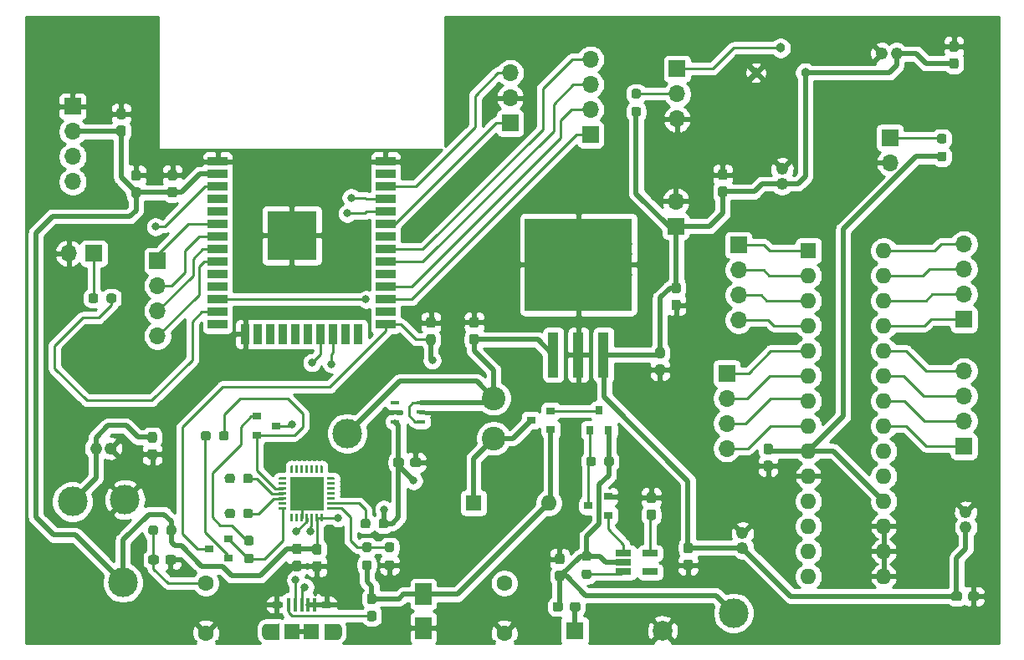
<source format=gbr>
%TF.GenerationSoftware,KiCad,Pcbnew,(5.1.10)-1*%
%TF.CreationDate,2022-02-13T15:12:38-05:00*%
%TF.ProjectId,dispenser,64697370-656e-4736-9572-2e6b69636164,rev?*%
%TF.SameCoordinates,Original*%
%TF.FileFunction,Copper,L1,Top*%
%TF.FilePolarity,Positive*%
%FSLAX46Y46*%
G04 Gerber Fmt 4.6, Leading zero omitted, Abs format (unit mm)*
G04 Created by KiCad (PCBNEW (5.1.10)-1) date 2022-02-13 15:12:38*
%MOMM*%
%LPD*%
G01*
G04 APERTURE LIST*
%TA.AperFunction,EtchedComponent*%
%ADD10C,0.001000*%
%TD*%
%TA.AperFunction,ComponentPad*%
%ADD11O,1.700000X1.700000*%
%TD*%
%TA.AperFunction,ComponentPad*%
%ADD12R,1.700000X1.700000*%
%TD*%
%TA.AperFunction,ComponentPad*%
%ADD13C,3.000000*%
%TD*%
%TA.AperFunction,ComponentPad*%
%ADD14C,2.400000*%
%TD*%
%TA.AperFunction,ComponentPad*%
%ADD15R,1.800000X1.800000*%
%TD*%
%TA.AperFunction,ComponentPad*%
%ADD16C,2.000000*%
%TD*%
%TA.AperFunction,SMDPad,CuDef*%
%ADD17R,1.651000X2.184400*%
%TD*%
%TA.AperFunction,ComponentPad*%
%ADD18O,1.600000X1.600000*%
%TD*%
%TA.AperFunction,ComponentPad*%
%ADD19R,1.600000X1.600000*%
%TD*%
%TA.AperFunction,ComponentPad*%
%ADD20C,1.244600*%
%TD*%
%TA.AperFunction,ComponentPad*%
%ADD21O,0.775000X1.550000*%
%TD*%
%TA.AperFunction,SMDPad,CuDef*%
%ADD22R,1.500000X1.550000*%
%TD*%
%TA.AperFunction,ComponentPad*%
%ADD23O,1.300000X0.650000*%
%TD*%
%TA.AperFunction,SMDPad,CuDef*%
%ADD24R,0.400000X1.350000*%
%TD*%
%TA.AperFunction,SMDPad,CuDef*%
%ADD25R,0.900000X0.800000*%
%TD*%
%TA.AperFunction,SMDPad,CuDef*%
%ADD26R,0.800000X0.900000*%
%TD*%
%TA.AperFunction,ComponentPad*%
%ADD27C,0.965200*%
%TD*%
%TA.AperFunction,ComponentPad*%
%ADD28C,1.600000*%
%TD*%
%TA.AperFunction,SMDPad,CuDef*%
%ADD29R,2.000000X0.900000*%
%TD*%
%TA.AperFunction,SMDPad,CuDef*%
%ADD30R,0.900000X2.000000*%
%TD*%
%TA.AperFunction,SMDPad,CuDef*%
%ADD31R,5.000000X5.000000*%
%TD*%
%TA.AperFunction,SMDPad,CuDef*%
%ADD32R,1.560000X0.650000*%
%TD*%
%TA.AperFunction,SMDPad,CuDef*%
%ADD33R,10.800000X9.400000*%
%TD*%
%TA.AperFunction,SMDPad,CuDef*%
%ADD34R,1.100000X4.600000*%
%TD*%
%TA.AperFunction,SMDPad,CuDef*%
%ADD35R,0.914400X0.431800*%
%TD*%
%TA.AperFunction,SMDPad,CuDef*%
%ADD36R,3.350000X3.350000*%
%TD*%
%TA.AperFunction,ViaPad*%
%ADD37C,0.800000*%
%TD*%
%TA.AperFunction,Conductor*%
%ADD38C,0.250000*%
%TD*%
%TA.AperFunction,Conductor*%
%ADD39C,0.500000*%
%TD*%
%TA.AperFunction,Conductor*%
%ADD40C,0.254000*%
%TD*%
%TA.AperFunction,Conductor*%
%ADD41C,0.100000*%
%TD*%
G04 APERTURE END LIST*
D10*
%TO.C,J17*%
G36*
X112688400Y-121734800D02*
G01*
X112688400Y-120179800D01*
X113886400Y-120179800D01*
X113886400Y-120379800D01*
X113874400Y-120379800D01*
X113861400Y-120380800D01*
X113848400Y-120382800D01*
X113835400Y-120384800D01*
X113822400Y-120387800D01*
X113810400Y-120391800D01*
X113798400Y-120396800D01*
X113786400Y-120401800D01*
X113774400Y-120406800D01*
X113762400Y-120412800D01*
X113751400Y-120419800D01*
X113741400Y-120427800D01*
X113730400Y-120434800D01*
X113720400Y-120443800D01*
X113711400Y-120452800D01*
X113702400Y-120461800D01*
X113693400Y-120471800D01*
X113686400Y-120482800D01*
X113678400Y-120492800D01*
X113671400Y-120503800D01*
X113665400Y-120515800D01*
X113660400Y-120527800D01*
X113655400Y-120539800D01*
X113650400Y-120551800D01*
X113646400Y-120563800D01*
X113643400Y-120576800D01*
X113641400Y-120589800D01*
X113639400Y-120602800D01*
X113638400Y-120615800D01*
X113638400Y-120629800D01*
X113638400Y-120639800D01*
X113638400Y-121269800D01*
X113638400Y-121279800D01*
X113638400Y-121292800D01*
X113639400Y-121305800D01*
X113641400Y-121318800D01*
X113643400Y-121331800D01*
X113647400Y-121344800D01*
X113650400Y-121356800D01*
X113655400Y-121369800D01*
X113660400Y-121381800D01*
X113665400Y-121392800D01*
X113671400Y-121404800D01*
X113678400Y-121415800D01*
X113686400Y-121426800D01*
X113694400Y-121436800D01*
X113702400Y-121446800D01*
X113711400Y-121456800D01*
X113721400Y-121465800D01*
X113731400Y-121473800D01*
X113741400Y-121481800D01*
X113752400Y-121489800D01*
X113763400Y-121496800D01*
X113775400Y-121502800D01*
X113786400Y-121507800D01*
X113798400Y-121512800D01*
X113811400Y-121517800D01*
X113823400Y-121520800D01*
X113836400Y-121524800D01*
X113849400Y-121526800D01*
X113862400Y-121528800D01*
X113875400Y-121529800D01*
X113888400Y-121529800D01*
X113901400Y-121529800D01*
X113914400Y-121528800D01*
X113927400Y-121526800D01*
X113940400Y-121524800D01*
X113953400Y-121520800D01*
X113965400Y-121517800D01*
X113978400Y-121512800D01*
X113990400Y-121507800D01*
X114001400Y-121502800D01*
X114013400Y-121496800D01*
X114024400Y-121489800D01*
X114035400Y-121481800D01*
X114045400Y-121473800D01*
X114055400Y-121465800D01*
X114065400Y-121456800D01*
X114074400Y-121446800D01*
X114082400Y-121436800D01*
X114090400Y-121426800D01*
X114098400Y-121415800D01*
X114105400Y-121404800D01*
X114111400Y-121392800D01*
X114116400Y-121381800D01*
X114121400Y-121369800D01*
X114126400Y-121356800D01*
X114129400Y-121344800D01*
X114133400Y-121331800D01*
X114135400Y-121318800D01*
X114137400Y-121305800D01*
X114138400Y-121292800D01*
X114138400Y-121279800D01*
X114138400Y-120629800D01*
X114138400Y-120615800D01*
X114137400Y-120602800D01*
X114135400Y-120589800D01*
X114133400Y-120576800D01*
X114130400Y-120563800D01*
X114126400Y-120551800D01*
X114121400Y-120539800D01*
X114116400Y-120527800D01*
X114111400Y-120515800D01*
X114105400Y-120503800D01*
X114098400Y-120492800D01*
X114090400Y-120482800D01*
X114083400Y-120471800D01*
X114074400Y-120461800D01*
X114065400Y-120452800D01*
X114056400Y-120443800D01*
X114046400Y-120434800D01*
X114035400Y-120427800D01*
X114025400Y-120419800D01*
X114014400Y-120412800D01*
X114002400Y-120406800D01*
X113990400Y-120401800D01*
X113978400Y-120396800D01*
X113966400Y-120391800D01*
X113954400Y-120387800D01*
X113941400Y-120384800D01*
X113928400Y-120382800D01*
X113915400Y-120380800D01*
X113902400Y-120379800D01*
X113890400Y-120379800D01*
X113890400Y-120179800D01*
X113915400Y-120180800D01*
X113941400Y-120182800D01*
X113967400Y-120185800D01*
X113993400Y-120190800D01*
X114018400Y-120196800D01*
X114043400Y-120203800D01*
X114068400Y-120212800D01*
X114092400Y-120222800D01*
X114116400Y-120233800D01*
X114139400Y-120246800D01*
X114161400Y-120259800D01*
X114182400Y-120274800D01*
X114203400Y-120290800D01*
X114223400Y-120307800D01*
X114242400Y-120325800D01*
X114260400Y-120344800D01*
X114277400Y-120364800D01*
X114293400Y-120385800D01*
X114308400Y-120406800D01*
X114321400Y-120428800D01*
X114334400Y-120451800D01*
X114345400Y-120475800D01*
X114355400Y-120499800D01*
X114364400Y-120524800D01*
X114371400Y-120549800D01*
X114377400Y-120574800D01*
X114382400Y-120600800D01*
X114385400Y-120626800D01*
X114387400Y-120652800D01*
X114388400Y-120679800D01*
X114388400Y-121229800D01*
X114387400Y-121255800D01*
X114385400Y-121281800D01*
X114382400Y-121307800D01*
X114377400Y-121333800D01*
X114371400Y-121358800D01*
X114364400Y-121384800D01*
X114355400Y-121408800D01*
X114345400Y-121432800D01*
X114334400Y-121456800D01*
X114321400Y-121479800D01*
X114307400Y-121501800D01*
X114293400Y-121523800D01*
X114277400Y-121544800D01*
X114260400Y-121564800D01*
X114242400Y-121583800D01*
X114223400Y-121601800D01*
X114203400Y-121618800D01*
X114182400Y-121634800D01*
X114160400Y-121648800D01*
X114138400Y-121662800D01*
X114115400Y-121675800D01*
X114091400Y-121686800D01*
X114067400Y-121696800D01*
X114043400Y-121705800D01*
X114017400Y-121712800D01*
X113992400Y-121718800D01*
X113966400Y-121723800D01*
X113940400Y-121726800D01*
X113914400Y-121728800D01*
X113888400Y-121729800D01*
X112693400Y-121729800D01*
X112693400Y-121734800D01*
X112688400Y-121734800D01*
G37*
X112688400Y-121734800D02*
X112688400Y-120179800D01*
X113886400Y-120179800D01*
X113886400Y-120379800D01*
X113874400Y-120379800D01*
X113861400Y-120380800D01*
X113848400Y-120382800D01*
X113835400Y-120384800D01*
X113822400Y-120387800D01*
X113810400Y-120391800D01*
X113798400Y-120396800D01*
X113786400Y-120401800D01*
X113774400Y-120406800D01*
X113762400Y-120412800D01*
X113751400Y-120419800D01*
X113741400Y-120427800D01*
X113730400Y-120434800D01*
X113720400Y-120443800D01*
X113711400Y-120452800D01*
X113702400Y-120461800D01*
X113693400Y-120471800D01*
X113686400Y-120482800D01*
X113678400Y-120492800D01*
X113671400Y-120503800D01*
X113665400Y-120515800D01*
X113660400Y-120527800D01*
X113655400Y-120539800D01*
X113650400Y-120551800D01*
X113646400Y-120563800D01*
X113643400Y-120576800D01*
X113641400Y-120589800D01*
X113639400Y-120602800D01*
X113638400Y-120615800D01*
X113638400Y-120629800D01*
X113638400Y-120639800D01*
X113638400Y-121269800D01*
X113638400Y-121279800D01*
X113638400Y-121292800D01*
X113639400Y-121305800D01*
X113641400Y-121318800D01*
X113643400Y-121331800D01*
X113647400Y-121344800D01*
X113650400Y-121356800D01*
X113655400Y-121369800D01*
X113660400Y-121381800D01*
X113665400Y-121392800D01*
X113671400Y-121404800D01*
X113678400Y-121415800D01*
X113686400Y-121426800D01*
X113694400Y-121436800D01*
X113702400Y-121446800D01*
X113711400Y-121456800D01*
X113721400Y-121465800D01*
X113731400Y-121473800D01*
X113741400Y-121481800D01*
X113752400Y-121489800D01*
X113763400Y-121496800D01*
X113775400Y-121502800D01*
X113786400Y-121507800D01*
X113798400Y-121512800D01*
X113811400Y-121517800D01*
X113823400Y-121520800D01*
X113836400Y-121524800D01*
X113849400Y-121526800D01*
X113862400Y-121528800D01*
X113875400Y-121529800D01*
X113888400Y-121529800D01*
X113901400Y-121529800D01*
X113914400Y-121528800D01*
X113927400Y-121526800D01*
X113940400Y-121524800D01*
X113953400Y-121520800D01*
X113965400Y-121517800D01*
X113978400Y-121512800D01*
X113990400Y-121507800D01*
X114001400Y-121502800D01*
X114013400Y-121496800D01*
X114024400Y-121489800D01*
X114035400Y-121481800D01*
X114045400Y-121473800D01*
X114055400Y-121465800D01*
X114065400Y-121456800D01*
X114074400Y-121446800D01*
X114082400Y-121436800D01*
X114090400Y-121426800D01*
X114098400Y-121415800D01*
X114105400Y-121404800D01*
X114111400Y-121392800D01*
X114116400Y-121381800D01*
X114121400Y-121369800D01*
X114126400Y-121356800D01*
X114129400Y-121344800D01*
X114133400Y-121331800D01*
X114135400Y-121318800D01*
X114137400Y-121305800D01*
X114138400Y-121292800D01*
X114138400Y-121279800D01*
X114138400Y-120629800D01*
X114138400Y-120615800D01*
X114137400Y-120602800D01*
X114135400Y-120589800D01*
X114133400Y-120576800D01*
X114130400Y-120563800D01*
X114126400Y-120551800D01*
X114121400Y-120539800D01*
X114116400Y-120527800D01*
X114111400Y-120515800D01*
X114105400Y-120503800D01*
X114098400Y-120492800D01*
X114090400Y-120482800D01*
X114083400Y-120471800D01*
X114074400Y-120461800D01*
X114065400Y-120452800D01*
X114056400Y-120443800D01*
X114046400Y-120434800D01*
X114035400Y-120427800D01*
X114025400Y-120419800D01*
X114014400Y-120412800D01*
X114002400Y-120406800D01*
X113990400Y-120401800D01*
X113978400Y-120396800D01*
X113966400Y-120391800D01*
X113954400Y-120387800D01*
X113941400Y-120384800D01*
X113928400Y-120382800D01*
X113915400Y-120380800D01*
X113902400Y-120379800D01*
X113890400Y-120379800D01*
X113890400Y-120179800D01*
X113915400Y-120180800D01*
X113941400Y-120182800D01*
X113967400Y-120185800D01*
X113993400Y-120190800D01*
X114018400Y-120196800D01*
X114043400Y-120203800D01*
X114068400Y-120212800D01*
X114092400Y-120222800D01*
X114116400Y-120233800D01*
X114139400Y-120246800D01*
X114161400Y-120259800D01*
X114182400Y-120274800D01*
X114203400Y-120290800D01*
X114223400Y-120307800D01*
X114242400Y-120325800D01*
X114260400Y-120344800D01*
X114277400Y-120364800D01*
X114293400Y-120385800D01*
X114308400Y-120406800D01*
X114321400Y-120428800D01*
X114334400Y-120451800D01*
X114345400Y-120475800D01*
X114355400Y-120499800D01*
X114364400Y-120524800D01*
X114371400Y-120549800D01*
X114377400Y-120574800D01*
X114382400Y-120600800D01*
X114385400Y-120626800D01*
X114387400Y-120652800D01*
X114388400Y-120679800D01*
X114388400Y-121229800D01*
X114387400Y-121255800D01*
X114385400Y-121281800D01*
X114382400Y-121307800D01*
X114377400Y-121333800D01*
X114371400Y-121358800D01*
X114364400Y-121384800D01*
X114355400Y-121408800D01*
X114345400Y-121432800D01*
X114334400Y-121456800D01*
X114321400Y-121479800D01*
X114307400Y-121501800D01*
X114293400Y-121523800D01*
X114277400Y-121544800D01*
X114260400Y-121564800D01*
X114242400Y-121583800D01*
X114223400Y-121601800D01*
X114203400Y-121618800D01*
X114182400Y-121634800D01*
X114160400Y-121648800D01*
X114138400Y-121662800D01*
X114115400Y-121675800D01*
X114091400Y-121686800D01*
X114067400Y-121696800D01*
X114043400Y-121705800D01*
X114017400Y-121712800D01*
X113992400Y-121718800D01*
X113966400Y-121723800D01*
X113940400Y-121726800D01*
X113914400Y-121728800D01*
X113888400Y-121729800D01*
X112693400Y-121729800D01*
X112693400Y-121734800D01*
X112688400Y-121734800D01*
G36*
X108088400Y-120174800D02*
G01*
X108088400Y-121729800D01*
X106890400Y-121729800D01*
X106890400Y-121529800D01*
X106902400Y-121529800D01*
X106915400Y-121528800D01*
X106928400Y-121526800D01*
X106941400Y-121524800D01*
X106954400Y-121521800D01*
X106966400Y-121517800D01*
X106978400Y-121512800D01*
X106990400Y-121507800D01*
X107002400Y-121502800D01*
X107014400Y-121496800D01*
X107025400Y-121489800D01*
X107035400Y-121481800D01*
X107046400Y-121474800D01*
X107056400Y-121465800D01*
X107065400Y-121456800D01*
X107074400Y-121447800D01*
X107083400Y-121437800D01*
X107090400Y-121426800D01*
X107098400Y-121416800D01*
X107105400Y-121405800D01*
X107111400Y-121393800D01*
X107116400Y-121381800D01*
X107121400Y-121369800D01*
X107126400Y-121357800D01*
X107130400Y-121345800D01*
X107133400Y-121332800D01*
X107135400Y-121319800D01*
X107137400Y-121306800D01*
X107138400Y-121293800D01*
X107138400Y-121279800D01*
X107138400Y-121269800D01*
X107138400Y-120639800D01*
X107138400Y-120629800D01*
X107138400Y-120616800D01*
X107137400Y-120603800D01*
X107135400Y-120590800D01*
X107133400Y-120577800D01*
X107129400Y-120564800D01*
X107126400Y-120552800D01*
X107121400Y-120539800D01*
X107116400Y-120527800D01*
X107111400Y-120516800D01*
X107105400Y-120504800D01*
X107098400Y-120493800D01*
X107090400Y-120482800D01*
X107082400Y-120472800D01*
X107074400Y-120462800D01*
X107065400Y-120452800D01*
X107055400Y-120443800D01*
X107045400Y-120435800D01*
X107035400Y-120427800D01*
X107024400Y-120419800D01*
X107013400Y-120412800D01*
X107001400Y-120406800D01*
X106990400Y-120401800D01*
X106978400Y-120396800D01*
X106965400Y-120391800D01*
X106953400Y-120388800D01*
X106940400Y-120384800D01*
X106927400Y-120382800D01*
X106914400Y-120380800D01*
X106901400Y-120379800D01*
X106888400Y-120379800D01*
X106875400Y-120379800D01*
X106862400Y-120380800D01*
X106849400Y-120382800D01*
X106836400Y-120384800D01*
X106823400Y-120388800D01*
X106811400Y-120391800D01*
X106798400Y-120396800D01*
X106786400Y-120401800D01*
X106775400Y-120406800D01*
X106763400Y-120412800D01*
X106752400Y-120419800D01*
X106741400Y-120427800D01*
X106731400Y-120435800D01*
X106721400Y-120443800D01*
X106711400Y-120452800D01*
X106702400Y-120462800D01*
X106694400Y-120472800D01*
X106686400Y-120482800D01*
X106678400Y-120493800D01*
X106671400Y-120504800D01*
X106665400Y-120516800D01*
X106660400Y-120527800D01*
X106655400Y-120539800D01*
X106650400Y-120552800D01*
X106647400Y-120564800D01*
X106643400Y-120577800D01*
X106641400Y-120590800D01*
X106639400Y-120603800D01*
X106638400Y-120616800D01*
X106638400Y-120629800D01*
X106638400Y-121279800D01*
X106638400Y-121293800D01*
X106639400Y-121306800D01*
X106641400Y-121319800D01*
X106643400Y-121332800D01*
X106646400Y-121345800D01*
X106650400Y-121357800D01*
X106655400Y-121369800D01*
X106660400Y-121381800D01*
X106665400Y-121393800D01*
X106671400Y-121405800D01*
X106678400Y-121416800D01*
X106686400Y-121426800D01*
X106693400Y-121437800D01*
X106702400Y-121447800D01*
X106711400Y-121456800D01*
X106720400Y-121465800D01*
X106730400Y-121474800D01*
X106741400Y-121481800D01*
X106751400Y-121489800D01*
X106762400Y-121496800D01*
X106774400Y-121502800D01*
X106786400Y-121507800D01*
X106798400Y-121512800D01*
X106810400Y-121517800D01*
X106822400Y-121521800D01*
X106835400Y-121524800D01*
X106848400Y-121526800D01*
X106861400Y-121528800D01*
X106874400Y-121529800D01*
X106886400Y-121529800D01*
X106886400Y-121729800D01*
X106861400Y-121728800D01*
X106835400Y-121726800D01*
X106809400Y-121723800D01*
X106783400Y-121718800D01*
X106758400Y-121712800D01*
X106733400Y-121705800D01*
X106708400Y-121696800D01*
X106684400Y-121686800D01*
X106660400Y-121675800D01*
X106637400Y-121662800D01*
X106615400Y-121649800D01*
X106594400Y-121634800D01*
X106573400Y-121618800D01*
X106553400Y-121601800D01*
X106534400Y-121583800D01*
X106516400Y-121564800D01*
X106499400Y-121544800D01*
X106483400Y-121523800D01*
X106468400Y-121502800D01*
X106455400Y-121480800D01*
X106442400Y-121457800D01*
X106431400Y-121433800D01*
X106421400Y-121409800D01*
X106412400Y-121384800D01*
X106405400Y-121359800D01*
X106399400Y-121334800D01*
X106394400Y-121308800D01*
X106391400Y-121282800D01*
X106389400Y-121256800D01*
X106388400Y-121229800D01*
X106388400Y-120679800D01*
X106389400Y-120653800D01*
X106391400Y-120627800D01*
X106394400Y-120601800D01*
X106399400Y-120575800D01*
X106405400Y-120550800D01*
X106412400Y-120524800D01*
X106421400Y-120500800D01*
X106431400Y-120476800D01*
X106442400Y-120452800D01*
X106455400Y-120429800D01*
X106469400Y-120407800D01*
X106483400Y-120385800D01*
X106499400Y-120364800D01*
X106516400Y-120344800D01*
X106534400Y-120325800D01*
X106553400Y-120307800D01*
X106573400Y-120290800D01*
X106594400Y-120274800D01*
X106616400Y-120260800D01*
X106638400Y-120246800D01*
X106661400Y-120233800D01*
X106685400Y-120222800D01*
X106709400Y-120212800D01*
X106733400Y-120203800D01*
X106759400Y-120196800D01*
X106784400Y-120190800D01*
X106810400Y-120185800D01*
X106836400Y-120182800D01*
X106862400Y-120180800D01*
X106888400Y-120179800D01*
X108083400Y-120179800D01*
X108083400Y-120174800D01*
X108088400Y-120174800D01*
G37*
X108088400Y-120174800D02*
X108088400Y-121729800D01*
X106890400Y-121729800D01*
X106890400Y-121529800D01*
X106902400Y-121529800D01*
X106915400Y-121528800D01*
X106928400Y-121526800D01*
X106941400Y-121524800D01*
X106954400Y-121521800D01*
X106966400Y-121517800D01*
X106978400Y-121512800D01*
X106990400Y-121507800D01*
X107002400Y-121502800D01*
X107014400Y-121496800D01*
X107025400Y-121489800D01*
X107035400Y-121481800D01*
X107046400Y-121474800D01*
X107056400Y-121465800D01*
X107065400Y-121456800D01*
X107074400Y-121447800D01*
X107083400Y-121437800D01*
X107090400Y-121426800D01*
X107098400Y-121416800D01*
X107105400Y-121405800D01*
X107111400Y-121393800D01*
X107116400Y-121381800D01*
X107121400Y-121369800D01*
X107126400Y-121357800D01*
X107130400Y-121345800D01*
X107133400Y-121332800D01*
X107135400Y-121319800D01*
X107137400Y-121306800D01*
X107138400Y-121293800D01*
X107138400Y-121279800D01*
X107138400Y-121269800D01*
X107138400Y-120639800D01*
X107138400Y-120629800D01*
X107138400Y-120616800D01*
X107137400Y-120603800D01*
X107135400Y-120590800D01*
X107133400Y-120577800D01*
X107129400Y-120564800D01*
X107126400Y-120552800D01*
X107121400Y-120539800D01*
X107116400Y-120527800D01*
X107111400Y-120516800D01*
X107105400Y-120504800D01*
X107098400Y-120493800D01*
X107090400Y-120482800D01*
X107082400Y-120472800D01*
X107074400Y-120462800D01*
X107065400Y-120452800D01*
X107055400Y-120443800D01*
X107045400Y-120435800D01*
X107035400Y-120427800D01*
X107024400Y-120419800D01*
X107013400Y-120412800D01*
X107001400Y-120406800D01*
X106990400Y-120401800D01*
X106978400Y-120396800D01*
X106965400Y-120391800D01*
X106953400Y-120388800D01*
X106940400Y-120384800D01*
X106927400Y-120382800D01*
X106914400Y-120380800D01*
X106901400Y-120379800D01*
X106888400Y-120379800D01*
X106875400Y-120379800D01*
X106862400Y-120380800D01*
X106849400Y-120382800D01*
X106836400Y-120384800D01*
X106823400Y-120388800D01*
X106811400Y-120391800D01*
X106798400Y-120396800D01*
X106786400Y-120401800D01*
X106775400Y-120406800D01*
X106763400Y-120412800D01*
X106752400Y-120419800D01*
X106741400Y-120427800D01*
X106731400Y-120435800D01*
X106721400Y-120443800D01*
X106711400Y-120452800D01*
X106702400Y-120462800D01*
X106694400Y-120472800D01*
X106686400Y-120482800D01*
X106678400Y-120493800D01*
X106671400Y-120504800D01*
X106665400Y-120516800D01*
X106660400Y-120527800D01*
X106655400Y-120539800D01*
X106650400Y-120552800D01*
X106647400Y-120564800D01*
X106643400Y-120577800D01*
X106641400Y-120590800D01*
X106639400Y-120603800D01*
X106638400Y-120616800D01*
X106638400Y-120629800D01*
X106638400Y-121279800D01*
X106638400Y-121293800D01*
X106639400Y-121306800D01*
X106641400Y-121319800D01*
X106643400Y-121332800D01*
X106646400Y-121345800D01*
X106650400Y-121357800D01*
X106655400Y-121369800D01*
X106660400Y-121381800D01*
X106665400Y-121393800D01*
X106671400Y-121405800D01*
X106678400Y-121416800D01*
X106686400Y-121426800D01*
X106693400Y-121437800D01*
X106702400Y-121447800D01*
X106711400Y-121456800D01*
X106720400Y-121465800D01*
X106730400Y-121474800D01*
X106741400Y-121481800D01*
X106751400Y-121489800D01*
X106762400Y-121496800D01*
X106774400Y-121502800D01*
X106786400Y-121507800D01*
X106798400Y-121512800D01*
X106810400Y-121517800D01*
X106822400Y-121521800D01*
X106835400Y-121524800D01*
X106848400Y-121526800D01*
X106861400Y-121528800D01*
X106874400Y-121529800D01*
X106886400Y-121529800D01*
X106886400Y-121729800D01*
X106861400Y-121728800D01*
X106835400Y-121726800D01*
X106809400Y-121723800D01*
X106783400Y-121718800D01*
X106758400Y-121712800D01*
X106733400Y-121705800D01*
X106708400Y-121696800D01*
X106684400Y-121686800D01*
X106660400Y-121675800D01*
X106637400Y-121662800D01*
X106615400Y-121649800D01*
X106594400Y-121634800D01*
X106573400Y-121618800D01*
X106553400Y-121601800D01*
X106534400Y-121583800D01*
X106516400Y-121564800D01*
X106499400Y-121544800D01*
X106483400Y-121523800D01*
X106468400Y-121502800D01*
X106455400Y-121480800D01*
X106442400Y-121457800D01*
X106431400Y-121433800D01*
X106421400Y-121409800D01*
X106412400Y-121384800D01*
X106405400Y-121359800D01*
X106399400Y-121334800D01*
X106394400Y-121308800D01*
X106391400Y-121282800D01*
X106389400Y-121256800D01*
X106388400Y-121229800D01*
X106388400Y-120679800D01*
X106389400Y-120653800D01*
X106391400Y-120627800D01*
X106394400Y-120601800D01*
X106399400Y-120575800D01*
X106405400Y-120550800D01*
X106412400Y-120524800D01*
X106421400Y-120500800D01*
X106431400Y-120476800D01*
X106442400Y-120452800D01*
X106455400Y-120429800D01*
X106469400Y-120407800D01*
X106483400Y-120385800D01*
X106499400Y-120364800D01*
X106516400Y-120344800D01*
X106534400Y-120325800D01*
X106553400Y-120307800D01*
X106573400Y-120290800D01*
X106594400Y-120274800D01*
X106616400Y-120260800D01*
X106638400Y-120246800D01*
X106661400Y-120233800D01*
X106685400Y-120222800D01*
X106709400Y-120212800D01*
X106733400Y-120203800D01*
X106759400Y-120196800D01*
X106784400Y-120190800D01*
X106810400Y-120185800D01*
X106836400Y-120182800D01*
X106862400Y-120180800D01*
X106888400Y-120179800D01*
X108083400Y-120179800D01*
X108083400Y-120174800D01*
X108088400Y-120174800D01*
%TD*%
D11*
%TO.P,J3,4*%
%TO.N,STEPPER_1_4*%
X154600000Y-89420000D03*
%TO.P,J3,3*%
%TO.N,STEPPER_1_3*%
X154600000Y-86880000D03*
%TO.P,J3,2*%
%TO.N,STEPPER_1_2*%
X154600000Y-84340000D03*
D12*
%TO.P,J3,1*%
%TO.N,STEPPER_1_1*%
X154600000Y-81800000D03*
%TD*%
D11*
%TO.P,J6,4*%
%TO.N,STEPPER_4_4*%
X177400000Y-81720000D03*
%TO.P,J6,3*%
%TO.N,STEPPER_4_3*%
X177400000Y-84260000D03*
%TO.P,J6,2*%
%TO.N,STEPPER_4_2*%
X177400000Y-86800000D03*
D12*
%TO.P,J6,1*%
%TO.N,STEPPER_4_1*%
X177400000Y-89340000D03*
%TD*%
D11*
%TO.P,J5,4*%
%TO.N,STEPPER_3_4*%
X177400000Y-94580000D03*
%TO.P,J5,3*%
%TO.N,STEPPER_3_3*%
X177400000Y-97120000D03*
%TO.P,J5,2*%
%TO.N,STEPPER_3_2*%
X177400000Y-99660000D03*
D12*
%TO.P,J5,1*%
%TO.N,STEPPER_3_1*%
X177400000Y-102200000D03*
%TD*%
D11*
%TO.P,J4,4*%
%TO.N,STEPPER_2_4*%
X153400000Y-102420000D03*
%TO.P,J4,3*%
%TO.N,STEPPER_2_3*%
X153400000Y-99880000D03*
%TO.P,J4,2*%
%TO.N,STEPPER_2_2*%
X153400000Y-97340000D03*
D12*
%TO.P,J4,1*%
%TO.N,STEPPER_2_1*%
X153400000Y-94800000D03*
%TD*%
D11*
%TO.P,J2,4*%
%TO.N,STEPPER_5_4*%
X95800000Y-91020000D03*
%TO.P,J2,3*%
%TO.N,STEPPER_5_3*%
X95800000Y-88480000D03*
%TO.P,J2,2*%
%TO.N,STEPPER_5_2*%
X95800000Y-85940000D03*
D12*
%TO.P,J2,1*%
%TO.N,STEPPER_5_1*%
X95800000Y-83400000D03*
%TD*%
D13*
%TO.P,TP5,1*%
%TO.N,+BATT*%
X154100000Y-119100000D03*
%TD*%
%TO.P,TP4,1*%
%TO.N,GND*%
X92500000Y-107600000D03*
%TD*%
%TO.P,TP3,1*%
%TO.N,+3V3*%
X92300000Y-116000000D03*
%TD*%
%TO.P,TP2,1*%
%TO.N,POWER*%
X115000000Y-100900000D03*
%TD*%
%TO.P,TP1,1*%
%TO.N,+5V*%
X87200000Y-107800000D03*
%TD*%
%TO.P,C9,2*%
%TO.N,GND*%
%TA.AperFunction,SMDPad,CuDef*%
G36*
G01*
X149262500Y-113687500D02*
X149737500Y-113687500D01*
G75*
G02*
X149975000Y-113925000I0J-237500D01*
G01*
X149975000Y-114525000D01*
G75*
G02*
X149737500Y-114762500I-237500J0D01*
G01*
X149262500Y-114762500D01*
G75*
G02*
X149025000Y-114525000I0J237500D01*
G01*
X149025000Y-113925000D01*
G75*
G02*
X149262500Y-113687500I237500J0D01*
G01*
G37*
%TD.AperFunction*%
%TO.P,C9,1*%
%TO.N,+5V*%
%TA.AperFunction,SMDPad,CuDef*%
G36*
G01*
X149262500Y-111962500D02*
X149737500Y-111962500D01*
G75*
G02*
X149975000Y-112200000I0J-237500D01*
G01*
X149975000Y-112800000D01*
G75*
G02*
X149737500Y-113037500I-237500J0D01*
G01*
X149262500Y-113037500D01*
G75*
G02*
X149025000Y-112800000I0J237500D01*
G01*
X149025000Y-112200000D01*
G75*
G02*
X149262500Y-111962500I237500J0D01*
G01*
G37*
%TD.AperFunction*%
%TD*%
D14*
%TO.P,SW3,1*%
%TO.N,Net-(D2-Pad1)*%
X129819400Y-101396800D03*
%TO.P,SW3,2*%
%TO.N,POWER*%
X129819400Y-97332800D03*
%TD*%
%TO.P,F2,2*%
%TO.N,Net-(BT1-Pad1)*%
%TA.AperFunction,SMDPad,CuDef*%
G36*
G01*
X137546800Y-118703100D02*
X137546800Y-118228100D01*
G75*
G02*
X137784300Y-117990600I237500J0D01*
G01*
X138359300Y-117990600D01*
G75*
G02*
X138596800Y-118228100I0J-237500D01*
G01*
X138596800Y-118703100D01*
G75*
G02*
X138359300Y-118940600I-237500J0D01*
G01*
X137784300Y-118940600D01*
G75*
G02*
X137546800Y-118703100I0J237500D01*
G01*
G37*
%TD.AperFunction*%
%TO.P,F2,1*%
%TO.N,+BATT*%
%TA.AperFunction,SMDPad,CuDef*%
G36*
G01*
X135796800Y-118703100D02*
X135796800Y-118228100D01*
G75*
G02*
X136034300Y-117990600I237500J0D01*
G01*
X136609300Y-117990600D01*
G75*
G02*
X136846800Y-118228100I0J-237500D01*
G01*
X136846800Y-118703100D01*
G75*
G02*
X136609300Y-118940600I-237500J0D01*
G01*
X136034300Y-118940600D01*
G75*
G02*
X135796800Y-118703100I0J237500D01*
G01*
G37*
%TD.AperFunction*%
%TD*%
%TO.P,F1,2*%
%TO.N,/UART/VBUS*%
%TA.AperFunction,SMDPad,CuDef*%
G36*
G01*
X117712500Y-118180400D02*
X117237500Y-118180400D01*
G75*
G02*
X117000000Y-117942900I0J237500D01*
G01*
X117000000Y-117367900D01*
G75*
G02*
X117237500Y-117130400I237500J0D01*
G01*
X117712500Y-117130400D01*
G75*
G02*
X117950000Y-117367900I0J-237500D01*
G01*
X117950000Y-117942900D01*
G75*
G02*
X117712500Y-118180400I-237500J0D01*
G01*
G37*
%TD.AperFunction*%
%TO.P,F1,1*%
%TO.N,Net-(F1-Pad1)*%
%TA.AperFunction,SMDPad,CuDef*%
G36*
G01*
X117712500Y-119930400D02*
X117237500Y-119930400D01*
G75*
G02*
X117000000Y-119692900I0J237500D01*
G01*
X117000000Y-119117900D01*
G75*
G02*
X117237500Y-118880400I237500J0D01*
G01*
X117712500Y-118880400D01*
G75*
G02*
X117950000Y-119117900I0J-237500D01*
G01*
X117950000Y-119692900D01*
G75*
G02*
X117712500Y-119930400I-237500J0D01*
G01*
G37*
%TD.AperFunction*%
%TD*%
%TO.P,R3,2*%
%TO.N,PB*%
%TA.AperFunction,SMDPad,CuDef*%
G36*
G01*
X175421300Y-71507800D02*
X174946300Y-71507800D01*
G75*
G02*
X174708800Y-71270300I0J237500D01*
G01*
X174708800Y-70770300D01*
G75*
G02*
X174946300Y-70532800I237500J0D01*
G01*
X175421300Y-70532800D01*
G75*
G02*
X175658800Y-70770300I0J-237500D01*
G01*
X175658800Y-71270300D01*
G75*
G02*
X175421300Y-71507800I-237500J0D01*
G01*
G37*
%TD.AperFunction*%
%TO.P,R3,1*%
%TO.N,+3V3*%
%TA.AperFunction,SMDPad,CuDef*%
G36*
G01*
X175421300Y-73332800D02*
X174946300Y-73332800D01*
G75*
G02*
X174708800Y-73095300I0J237500D01*
G01*
X174708800Y-72595300D01*
G75*
G02*
X174946300Y-72357800I237500J0D01*
G01*
X175421300Y-72357800D01*
G75*
G02*
X175658800Y-72595300I0J-237500D01*
G01*
X175658800Y-73095300D01*
G75*
G02*
X175421300Y-73332800I-237500J0D01*
G01*
G37*
%TD.AperFunction*%
%TD*%
D11*
%TO.P,J9,2*%
%TO.N,GND*%
X169926000Y-73456800D03*
D12*
%TO.P,J9,1*%
%TO.N,PB*%
X169926000Y-70916800D03*
%TD*%
%TO.P,R14,2*%
%TO.N,+3V3*%
%TA.AperFunction,SMDPad,CuDef*%
G36*
G01*
X96712500Y-110937500D02*
X96712500Y-110462500D01*
G75*
G02*
X96950000Y-110225000I237500J0D01*
G01*
X97450000Y-110225000D01*
G75*
G02*
X97687500Y-110462500I0J-237500D01*
G01*
X97687500Y-110937500D01*
G75*
G02*
X97450000Y-111175000I-237500J0D01*
G01*
X96950000Y-111175000D01*
G75*
G02*
X96712500Y-110937500I0J237500D01*
G01*
G37*
%TD.AperFunction*%
%TO.P,R14,1*%
%TO.N,EN*%
%TA.AperFunction,SMDPad,CuDef*%
G36*
G01*
X94887500Y-110937500D02*
X94887500Y-110462500D01*
G75*
G02*
X95125000Y-110225000I237500J0D01*
G01*
X95625000Y-110225000D01*
G75*
G02*
X95862500Y-110462500I0J-237500D01*
G01*
X95862500Y-110937500D01*
G75*
G02*
X95625000Y-111175000I-237500J0D01*
G01*
X95125000Y-111175000D01*
G75*
G02*
X94887500Y-110937500I0J237500D01*
G01*
G37*
%TD.AperFunction*%
%TD*%
%TO.P,R13,2*%
%TO.N,RTS*%
%TA.AperFunction,SMDPad,CuDef*%
G36*
G01*
X102026900Y-101380300D02*
X102026900Y-100905300D01*
G75*
G02*
X102264400Y-100667800I237500J0D01*
G01*
X102764400Y-100667800D01*
G75*
G02*
X103001900Y-100905300I0J-237500D01*
G01*
X103001900Y-101380300D01*
G75*
G02*
X102764400Y-101617800I-237500J0D01*
G01*
X102264400Y-101617800D01*
G75*
G02*
X102026900Y-101380300I0J237500D01*
G01*
G37*
%TD.AperFunction*%
%TO.P,R13,1*%
%TO.N,Net-(Q5-Pad1)*%
%TA.AperFunction,SMDPad,CuDef*%
G36*
G01*
X100201900Y-101380300D02*
X100201900Y-100905300D01*
G75*
G02*
X100439400Y-100667800I237500J0D01*
G01*
X100939400Y-100667800D01*
G75*
G02*
X101176900Y-100905300I0J-237500D01*
G01*
X101176900Y-101380300D01*
G75*
G02*
X100939400Y-101617800I-237500J0D01*
G01*
X100439400Y-101617800D01*
G75*
G02*
X100201900Y-101380300I0J237500D01*
G01*
G37*
%TD.AperFunction*%
%TD*%
%TO.P,R12,2*%
%TO.N,DTR*%
%TA.AperFunction,SMDPad,CuDef*%
G36*
G01*
X104816900Y-113101300D02*
X105291900Y-113101300D01*
G75*
G02*
X105529400Y-113338800I0J-237500D01*
G01*
X105529400Y-113838800D01*
G75*
G02*
X105291900Y-114076300I-237500J0D01*
G01*
X104816900Y-114076300D01*
G75*
G02*
X104579400Y-113838800I0J237500D01*
G01*
X104579400Y-113338800D01*
G75*
G02*
X104816900Y-113101300I237500J0D01*
G01*
G37*
%TD.AperFunction*%
%TO.P,R12,1*%
%TO.N,Net-(Q4-Pad1)*%
%TA.AperFunction,SMDPad,CuDef*%
G36*
G01*
X104816900Y-111276300D02*
X105291900Y-111276300D01*
G75*
G02*
X105529400Y-111513800I0J-237500D01*
G01*
X105529400Y-112013800D01*
G75*
G02*
X105291900Y-112251300I-237500J0D01*
G01*
X104816900Y-112251300D01*
G75*
G02*
X104579400Y-112013800I0J237500D01*
G01*
X104579400Y-111513800D01*
G75*
G02*
X104816900Y-111276300I237500J0D01*
G01*
G37*
%TD.AperFunction*%
%TD*%
%TO.P,R11,2*%
%TO.N,Net-(R11-Pad2)*%
%TA.AperFunction,SMDPad,CuDef*%
G36*
G01*
X104479400Y-109254300D02*
X104479400Y-108779300D01*
G75*
G02*
X104716900Y-108541800I237500J0D01*
G01*
X105216900Y-108541800D01*
G75*
G02*
X105454400Y-108779300I0J-237500D01*
G01*
X105454400Y-109254300D01*
G75*
G02*
X105216900Y-109491800I-237500J0D01*
G01*
X104716900Y-109491800D01*
G75*
G02*
X104479400Y-109254300I0J237500D01*
G01*
G37*
%TD.AperFunction*%
%TO.P,R11,1*%
%TO.N,TXD*%
%TA.AperFunction,SMDPad,CuDef*%
G36*
G01*
X102654400Y-109254300D02*
X102654400Y-108779300D01*
G75*
G02*
X102891900Y-108541800I237500J0D01*
G01*
X103391900Y-108541800D01*
G75*
G02*
X103629400Y-108779300I0J-237500D01*
G01*
X103629400Y-109254300D01*
G75*
G02*
X103391900Y-109491800I-237500J0D01*
G01*
X102891900Y-109491800D01*
G75*
G02*
X102654400Y-109254300I0J237500D01*
G01*
G37*
%TD.AperFunction*%
%TD*%
%TO.P,R10,2*%
%TO.N,Net-(R10-Pad2)*%
%TA.AperFunction,SMDPad,CuDef*%
G36*
G01*
X104463400Y-105698300D02*
X104463400Y-105223300D01*
G75*
G02*
X104700900Y-104985800I237500J0D01*
G01*
X105200900Y-104985800D01*
G75*
G02*
X105438400Y-105223300I0J-237500D01*
G01*
X105438400Y-105698300D01*
G75*
G02*
X105200900Y-105935800I-237500J0D01*
G01*
X104700900Y-105935800D01*
G75*
G02*
X104463400Y-105698300I0J237500D01*
G01*
G37*
%TD.AperFunction*%
%TO.P,R10,1*%
%TO.N,RXD*%
%TA.AperFunction,SMDPad,CuDef*%
G36*
G01*
X102638400Y-105698300D02*
X102638400Y-105223300D01*
G75*
G02*
X102875900Y-104985800I237500J0D01*
G01*
X103375900Y-104985800D01*
G75*
G02*
X103613400Y-105223300I0J-237500D01*
G01*
X103613400Y-105698300D01*
G75*
G02*
X103375900Y-105935800I-237500J0D01*
G01*
X102875900Y-105935800D01*
G75*
G02*
X102638400Y-105698300I0J237500D01*
G01*
G37*
%TD.AperFunction*%
%TD*%
%TO.P,R9,2*%
%TO.N,+3V3*%
%TA.AperFunction,SMDPad,CuDef*%
G36*
G01*
X118179400Y-110270300D02*
X118179400Y-109795300D01*
G75*
G02*
X118416900Y-109557800I237500J0D01*
G01*
X118916900Y-109557800D01*
G75*
G02*
X119154400Y-109795300I0J-237500D01*
G01*
X119154400Y-110270300D01*
G75*
G02*
X118916900Y-110507800I-237500J0D01*
G01*
X118416900Y-110507800D01*
G75*
G02*
X118179400Y-110270300I0J237500D01*
G01*
G37*
%TD.AperFunction*%
%TO.P,R9,1*%
%TO.N,Net-(R9-Pad1)*%
%TA.AperFunction,SMDPad,CuDef*%
G36*
G01*
X116354400Y-110270300D02*
X116354400Y-109795300D01*
G75*
G02*
X116591900Y-109557800I237500J0D01*
G01*
X117091900Y-109557800D01*
G75*
G02*
X117329400Y-109795300I0J-237500D01*
G01*
X117329400Y-110270300D01*
G75*
G02*
X117091900Y-110507800I-237500J0D01*
G01*
X116591900Y-110507800D01*
G75*
G02*
X116354400Y-110270300I0J237500D01*
G01*
G37*
%TD.AperFunction*%
%TD*%
%TO.P,R8,2*%
%TO.N,GND*%
%TA.AperFunction,SMDPad,CuDef*%
G36*
G01*
X119040900Y-113759800D02*
X119515900Y-113759800D01*
G75*
G02*
X119753400Y-113997300I0J-237500D01*
G01*
X119753400Y-114497300D01*
G75*
G02*
X119515900Y-114734800I-237500J0D01*
G01*
X119040900Y-114734800D01*
G75*
G02*
X118803400Y-114497300I0J237500D01*
G01*
X118803400Y-113997300D01*
G75*
G02*
X119040900Y-113759800I237500J0D01*
G01*
G37*
%TD.AperFunction*%
%TO.P,R8,1*%
%TO.N,Net-(R7-Pad2)*%
%TA.AperFunction,SMDPad,CuDef*%
G36*
G01*
X119040900Y-111934800D02*
X119515900Y-111934800D01*
G75*
G02*
X119753400Y-112172300I0J-237500D01*
G01*
X119753400Y-112672300D01*
G75*
G02*
X119515900Y-112909800I-237500J0D01*
G01*
X119040900Y-112909800D01*
G75*
G02*
X118803400Y-112672300I0J237500D01*
G01*
X118803400Y-112172300D01*
G75*
G02*
X119040900Y-111934800I237500J0D01*
G01*
G37*
%TD.AperFunction*%
%TD*%
%TO.P,R7,2*%
%TO.N,Net-(R7-Pad2)*%
%TA.AperFunction,SMDPad,CuDef*%
G36*
G01*
X117229900Y-112909800D02*
X116754900Y-112909800D01*
G75*
G02*
X116517400Y-112672300I0J237500D01*
G01*
X116517400Y-112172300D01*
G75*
G02*
X116754900Y-111934800I237500J0D01*
G01*
X117229900Y-111934800D01*
G75*
G02*
X117467400Y-112172300I0J-237500D01*
G01*
X117467400Y-112672300D01*
G75*
G02*
X117229900Y-112909800I-237500J0D01*
G01*
G37*
%TD.AperFunction*%
%TO.P,R7,1*%
%TO.N,/UART/VBUS*%
%TA.AperFunction,SMDPad,CuDef*%
G36*
G01*
X117229900Y-114734800D02*
X116754900Y-114734800D01*
G75*
G02*
X116517400Y-114497300I0J237500D01*
G01*
X116517400Y-113997300D01*
G75*
G02*
X116754900Y-113759800I237500J0D01*
G01*
X117229900Y-113759800D01*
G75*
G02*
X117467400Y-113997300I0J-237500D01*
G01*
X117467400Y-114497300D01*
G75*
G02*
X117229900Y-114734800I-237500J0D01*
G01*
G37*
%TD.AperFunction*%
%TD*%
%TO.P,R6,2*%
%TO.N,Net-(Q1-Pad3)*%
%TA.AperFunction,SMDPad,CuDef*%
G36*
G01*
X140165900Y-103496100D02*
X140165900Y-103971100D01*
G75*
G02*
X139928400Y-104208600I-237500J0D01*
G01*
X139428400Y-104208600D01*
G75*
G02*
X139190900Y-103971100I0J237500D01*
G01*
X139190900Y-103496100D01*
G75*
G02*
X139428400Y-103258600I237500J0D01*
G01*
X139928400Y-103258600D01*
G75*
G02*
X140165900Y-103496100I0J-237500D01*
G01*
G37*
%TD.AperFunction*%
%TO.P,R6,1*%
%TO.N,+BATT*%
%TA.AperFunction,SMDPad,CuDef*%
G36*
G01*
X141990900Y-103496100D02*
X141990900Y-103971100D01*
G75*
G02*
X141753400Y-104208600I-237500J0D01*
G01*
X141253400Y-104208600D01*
G75*
G02*
X141015900Y-103971100I0J237500D01*
G01*
X141015900Y-103496100D01*
G75*
G02*
X141253400Y-103258600I237500J0D01*
G01*
X141753400Y-103258600D01*
G75*
G02*
X141990900Y-103496100I0J-237500D01*
G01*
G37*
%TD.AperFunction*%
%TD*%
%TO.P,R5,2*%
%TO.N,Net-(R5-Pad2)*%
%TA.AperFunction,SMDPad,CuDef*%
G36*
G01*
X138979900Y-114676100D02*
X139454900Y-114676100D01*
G75*
G02*
X139692400Y-114913600I0J-237500D01*
G01*
X139692400Y-115413600D01*
G75*
G02*
X139454900Y-115651100I-237500J0D01*
G01*
X138979900Y-115651100D01*
G75*
G02*
X138742400Y-115413600I0J237500D01*
G01*
X138742400Y-114913600D01*
G75*
G02*
X138979900Y-114676100I237500J0D01*
G01*
G37*
%TD.AperFunction*%
%TO.P,R5,1*%
%TO.N,+BATT*%
%TA.AperFunction,SMDPad,CuDef*%
G36*
G01*
X138979900Y-112851100D02*
X139454900Y-112851100D01*
G75*
G02*
X139692400Y-113088600I0J-237500D01*
G01*
X139692400Y-113588600D01*
G75*
G02*
X139454900Y-113826100I-237500J0D01*
G01*
X138979900Y-113826100D01*
G75*
G02*
X138742400Y-113588600I0J237500D01*
G01*
X138742400Y-113088600D01*
G75*
G02*
X138979900Y-112851100I237500J0D01*
G01*
G37*
%TD.AperFunction*%
%TD*%
%TO.P,R4,2*%
%TO.N,Net-(J16-Pad2)*%
%TA.AperFunction,SMDPad,CuDef*%
G36*
G01*
X144484100Y-66959300D02*
X144009100Y-66959300D01*
G75*
G02*
X143771600Y-66721800I0J237500D01*
G01*
X143771600Y-66221800D01*
G75*
G02*
X144009100Y-65984300I237500J0D01*
G01*
X144484100Y-65984300D01*
G75*
G02*
X144721600Y-66221800I0J-237500D01*
G01*
X144721600Y-66721800D01*
G75*
G02*
X144484100Y-66959300I-237500J0D01*
G01*
G37*
%TD.AperFunction*%
%TO.P,R4,1*%
%TO.N,+5V*%
%TA.AperFunction,SMDPad,CuDef*%
G36*
G01*
X144484100Y-68784300D02*
X144009100Y-68784300D01*
G75*
G02*
X143771600Y-68546800I0J237500D01*
G01*
X143771600Y-68046800D01*
G75*
G02*
X144009100Y-67809300I237500J0D01*
G01*
X144484100Y-67809300D01*
G75*
G02*
X144721600Y-68046800I0J-237500D01*
G01*
X144721600Y-68546800D01*
G75*
G02*
X144484100Y-68784300I-237500J0D01*
G01*
G37*
%TD.AperFunction*%
%TD*%
%TO.P,R2,2*%
%TO.N,Net-(J1-Pad1)*%
%TA.AperFunction,SMDPad,CuDef*%
G36*
G01*
X89793900Y-86960700D02*
X89793900Y-87435700D01*
G75*
G02*
X89556400Y-87673200I-237500J0D01*
G01*
X89056400Y-87673200D01*
G75*
G02*
X88818900Y-87435700I0J237500D01*
G01*
X88818900Y-86960700D01*
G75*
G02*
X89056400Y-86723200I237500J0D01*
G01*
X89556400Y-86723200D01*
G75*
G02*
X89793900Y-86960700I0J-237500D01*
G01*
G37*
%TD.AperFunction*%
%TO.P,R2,1*%
%TO.N,BUZZ_PWM*%
%TA.AperFunction,SMDPad,CuDef*%
G36*
G01*
X91618900Y-86960700D02*
X91618900Y-87435700D01*
G75*
G02*
X91381400Y-87673200I-237500J0D01*
G01*
X90881400Y-87673200D01*
G75*
G02*
X90643900Y-87435700I0J237500D01*
G01*
X90643900Y-86960700D01*
G75*
G02*
X90881400Y-86723200I237500J0D01*
G01*
X91381400Y-86723200D01*
G75*
G02*
X91618900Y-86960700I0J-237500D01*
G01*
G37*
%TD.AperFunction*%
%TD*%
%TO.P,C20,2*%
%TO.N,GND*%
%TA.AperFunction,SMDPad,CuDef*%
G36*
G01*
X96587500Y-113937500D02*
X96587500Y-113462500D01*
G75*
G02*
X96825000Y-113225000I237500J0D01*
G01*
X97425000Y-113225000D01*
G75*
G02*
X97662500Y-113462500I0J-237500D01*
G01*
X97662500Y-113937500D01*
G75*
G02*
X97425000Y-114175000I-237500J0D01*
G01*
X96825000Y-114175000D01*
G75*
G02*
X96587500Y-113937500I0J237500D01*
G01*
G37*
%TD.AperFunction*%
%TO.P,C20,1*%
%TO.N,EN*%
%TA.AperFunction,SMDPad,CuDef*%
G36*
G01*
X94862500Y-113937500D02*
X94862500Y-113462500D01*
G75*
G02*
X95100000Y-113225000I237500J0D01*
G01*
X95700000Y-113225000D01*
G75*
G02*
X95937500Y-113462500I0J-237500D01*
G01*
X95937500Y-113937500D01*
G75*
G02*
X95700000Y-114175000I-237500J0D01*
G01*
X95100000Y-114175000D01*
G75*
G02*
X94862500Y-113937500I0J237500D01*
G01*
G37*
%TD.AperFunction*%
%TD*%
%TO.P,C19,2*%
%TO.N,IO_0*%
%TA.AperFunction,SMDPad,CuDef*%
G36*
G01*
X123231900Y-90851700D02*
X123706900Y-90851700D01*
G75*
G02*
X123944400Y-91089200I0J-237500D01*
G01*
X123944400Y-91689200D01*
G75*
G02*
X123706900Y-91926700I-237500J0D01*
G01*
X123231900Y-91926700D01*
G75*
G02*
X122994400Y-91689200I0J237500D01*
G01*
X122994400Y-91089200D01*
G75*
G02*
X123231900Y-90851700I237500J0D01*
G01*
G37*
%TD.AperFunction*%
%TO.P,C19,1*%
%TO.N,GND*%
%TA.AperFunction,SMDPad,CuDef*%
G36*
G01*
X123231900Y-89126700D02*
X123706900Y-89126700D01*
G75*
G02*
X123944400Y-89364200I0J-237500D01*
G01*
X123944400Y-89964200D01*
G75*
G02*
X123706900Y-90201700I-237500J0D01*
G01*
X123231900Y-90201700D01*
G75*
G02*
X122994400Y-89964200I0J237500D01*
G01*
X122994400Y-89364200D01*
G75*
G02*
X123231900Y-89126700I237500J0D01*
G01*
G37*
%TD.AperFunction*%
%TD*%
%TO.P,C18,2*%
%TO.N,GND*%
%TA.AperFunction,SMDPad,CuDef*%
G36*
G01*
X109668300Y-113790700D02*
X110143300Y-113790700D01*
G75*
G02*
X110380800Y-114028200I0J-237500D01*
G01*
X110380800Y-114628200D01*
G75*
G02*
X110143300Y-114865700I-237500J0D01*
G01*
X109668300Y-114865700D01*
G75*
G02*
X109430800Y-114628200I0J237500D01*
G01*
X109430800Y-114028200D01*
G75*
G02*
X109668300Y-113790700I237500J0D01*
G01*
G37*
%TD.AperFunction*%
%TO.P,C18,1*%
%TO.N,+3V3*%
%TA.AperFunction,SMDPad,CuDef*%
G36*
G01*
X109668300Y-112065700D02*
X110143300Y-112065700D01*
G75*
G02*
X110380800Y-112303200I0J-237500D01*
G01*
X110380800Y-112903200D01*
G75*
G02*
X110143300Y-113140700I-237500J0D01*
G01*
X109668300Y-113140700D01*
G75*
G02*
X109430800Y-112903200I0J237500D01*
G01*
X109430800Y-112303200D01*
G75*
G02*
X109668300Y-112065700I237500J0D01*
G01*
G37*
%TD.AperFunction*%
%TD*%
%TO.P,C17,2*%
%TO.N,GND*%
%TA.AperFunction,SMDPad,CuDef*%
G36*
G01*
X111700300Y-113833700D02*
X112175300Y-113833700D01*
G75*
G02*
X112412800Y-114071200I0J-237500D01*
G01*
X112412800Y-114671200D01*
G75*
G02*
X112175300Y-114908700I-237500J0D01*
G01*
X111700300Y-114908700D01*
G75*
G02*
X111462800Y-114671200I0J237500D01*
G01*
X111462800Y-114071200D01*
G75*
G02*
X111700300Y-113833700I237500J0D01*
G01*
G37*
%TD.AperFunction*%
%TO.P,C17,1*%
%TO.N,+3V3*%
%TA.AperFunction,SMDPad,CuDef*%
G36*
G01*
X111700300Y-112108700D02*
X112175300Y-112108700D01*
G75*
G02*
X112412800Y-112346200I0J-237500D01*
G01*
X112412800Y-112946200D01*
G75*
G02*
X112175300Y-113183700I-237500J0D01*
G01*
X111700300Y-113183700D01*
G75*
G02*
X111462800Y-112946200I0J237500D01*
G01*
X111462800Y-112346200D01*
G75*
G02*
X111700300Y-112108700I237500J0D01*
G01*
G37*
%TD.AperFunction*%
%TD*%
%TO.P,C16,2*%
%TO.N,GND*%
%TA.AperFunction,SMDPad,CuDef*%
G36*
G01*
X136737100Y-114153900D02*
X136262100Y-114153900D01*
G75*
G02*
X136024600Y-113916400I0J237500D01*
G01*
X136024600Y-113316400D01*
G75*
G02*
X136262100Y-113078900I237500J0D01*
G01*
X136737100Y-113078900D01*
G75*
G02*
X136974600Y-113316400I0J-237500D01*
G01*
X136974600Y-113916400D01*
G75*
G02*
X136737100Y-114153900I-237500J0D01*
G01*
G37*
%TD.AperFunction*%
%TO.P,C16,1*%
%TO.N,+BATT*%
%TA.AperFunction,SMDPad,CuDef*%
G36*
G01*
X136737100Y-115878900D02*
X136262100Y-115878900D01*
G75*
G02*
X136024600Y-115641400I0J237500D01*
G01*
X136024600Y-115041400D01*
G75*
G02*
X136262100Y-114803900I237500J0D01*
G01*
X136737100Y-114803900D01*
G75*
G02*
X136974600Y-115041400I0J-237500D01*
G01*
X136974600Y-115641400D01*
G75*
G02*
X136737100Y-115878900I-237500J0D01*
G01*
G37*
%TD.AperFunction*%
%TD*%
%TO.P,C15,2*%
%TO.N,GND*%
%TA.AperFunction,SMDPad,CuDef*%
G36*
G01*
X121382500Y-104072700D02*
X121382500Y-103597700D01*
G75*
G02*
X121620000Y-103360200I237500J0D01*
G01*
X122220000Y-103360200D01*
G75*
G02*
X122457500Y-103597700I0J-237500D01*
G01*
X122457500Y-104072700D01*
G75*
G02*
X122220000Y-104310200I-237500J0D01*
G01*
X121620000Y-104310200D01*
G75*
G02*
X121382500Y-104072700I0J237500D01*
G01*
G37*
%TD.AperFunction*%
%TO.P,C15,1*%
%TO.N,+3V3*%
%TA.AperFunction,SMDPad,CuDef*%
G36*
G01*
X119657500Y-104072700D02*
X119657500Y-103597700D01*
G75*
G02*
X119895000Y-103360200I237500J0D01*
G01*
X120495000Y-103360200D01*
G75*
G02*
X120732500Y-103597700I0J-237500D01*
G01*
X120732500Y-104072700D01*
G75*
G02*
X120495000Y-104310200I-237500J0D01*
G01*
X119895000Y-104310200D01*
G75*
G02*
X119657500Y-104072700I0J237500D01*
G01*
G37*
%TD.AperFunction*%
%TD*%
%TO.P,C14,2*%
%TO.N,GND*%
%TA.AperFunction,SMDPad,CuDef*%
G36*
G01*
X146422100Y-93925100D02*
X146897100Y-93925100D01*
G75*
G02*
X147134600Y-94162600I0J-237500D01*
G01*
X147134600Y-94762600D01*
G75*
G02*
X146897100Y-95000100I-237500J0D01*
G01*
X146422100Y-95000100D01*
G75*
G02*
X146184600Y-94762600I0J237500D01*
G01*
X146184600Y-94162600D01*
G75*
G02*
X146422100Y-93925100I237500J0D01*
G01*
G37*
%TD.AperFunction*%
%TO.P,C14,1*%
%TO.N,+5V*%
%TA.AperFunction,SMDPad,CuDef*%
G36*
G01*
X146422100Y-92200100D02*
X146897100Y-92200100D01*
G75*
G02*
X147134600Y-92437600I0J-237500D01*
G01*
X147134600Y-93037600D01*
G75*
G02*
X146897100Y-93275100I-237500J0D01*
G01*
X146422100Y-93275100D01*
G75*
G02*
X146184600Y-93037600I0J237500D01*
G01*
X146184600Y-92437600D01*
G75*
G02*
X146422100Y-92200100I237500J0D01*
G01*
G37*
%TD.AperFunction*%
%TD*%
%TO.P,C13,2*%
%TO.N,GND*%
%TA.AperFunction,SMDPad,CuDef*%
G36*
G01*
X128075700Y-90176300D02*
X127600700Y-90176300D01*
G75*
G02*
X127363200Y-89938800I0J237500D01*
G01*
X127363200Y-89338800D01*
G75*
G02*
X127600700Y-89101300I237500J0D01*
G01*
X128075700Y-89101300D01*
G75*
G02*
X128313200Y-89338800I0J-237500D01*
G01*
X128313200Y-89938800D01*
G75*
G02*
X128075700Y-90176300I-237500J0D01*
G01*
G37*
%TD.AperFunction*%
%TO.P,C13,1*%
%TO.N,POWER*%
%TA.AperFunction,SMDPad,CuDef*%
G36*
G01*
X128075700Y-91901300D02*
X127600700Y-91901300D01*
G75*
G02*
X127363200Y-91663800I0J237500D01*
G01*
X127363200Y-91063800D01*
G75*
G02*
X127600700Y-90826300I237500J0D01*
G01*
X128075700Y-90826300D01*
G75*
G02*
X128313200Y-91063800I0J-237500D01*
G01*
X128313200Y-91663800D01*
G75*
G02*
X128075700Y-91901300I-237500J0D01*
G01*
G37*
%TD.AperFunction*%
%TD*%
%TO.P,C12,2*%
%TO.N,GND*%
%TA.AperFunction,SMDPad,CuDef*%
G36*
G01*
X146008100Y-107955200D02*
X145533100Y-107955200D01*
G75*
G02*
X145295600Y-107717700I0J237500D01*
G01*
X145295600Y-107117700D01*
G75*
G02*
X145533100Y-106880200I237500J0D01*
G01*
X146008100Y-106880200D01*
G75*
G02*
X146245600Y-107117700I0J-237500D01*
G01*
X146245600Y-107717700D01*
G75*
G02*
X146008100Y-107955200I-237500J0D01*
G01*
G37*
%TD.AperFunction*%
%TO.P,C12,1*%
%TO.N,Net-(C12-Pad1)*%
%TA.AperFunction,SMDPad,CuDef*%
G36*
G01*
X146008100Y-109680200D02*
X145533100Y-109680200D01*
G75*
G02*
X145295600Y-109442700I0J237500D01*
G01*
X145295600Y-108842700D01*
G75*
G02*
X145533100Y-108605200I237500J0D01*
G01*
X146008100Y-108605200D01*
G75*
G02*
X146245600Y-108842700I0J-237500D01*
G01*
X146245600Y-109442700D01*
G75*
G02*
X146008100Y-109680200I-237500J0D01*
G01*
G37*
%TD.AperFunction*%
%TD*%
%TO.P,C11,2*%
%TO.N,GND*%
%TA.AperFunction,SMDPad,CuDef*%
G36*
G01*
X148047700Y-87346500D02*
X148522700Y-87346500D01*
G75*
G02*
X148760200Y-87584000I0J-237500D01*
G01*
X148760200Y-88184000D01*
G75*
G02*
X148522700Y-88421500I-237500J0D01*
G01*
X148047700Y-88421500D01*
G75*
G02*
X147810200Y-88184000I0J237500D01*
G01*
X147810200Y-87584000D01*
G75*
G02*
X148047700Y-87346500I237500J0D01*
G01*
G37*
%TD.AperFunction*%
%TO.P,C11,1*%
%TO.N,+5V*%
%TA.AperFunction,SMDPad,CuDef*%
G36*
G01*
X148047700Y-85621500D02*
X148522700Y-85621500D01*
G75*
G02*
X148760200Y-85859000I0J-237500D01*
G01*
X148760200Y-86459000D01*
G75*
G02*
X148522700Y-86696500I-237500J0D01*
G01*
X148047700Y-86696500D01*
G75*
G02*
X147810200Y-86459000I0J237500D01*
G01*
X147810200Y-85859000D01*
G75*
G02*
X148047700Y-85621500I237500J0D01*
G01*
G37*
%TD.AperFunction*%
%TD*%
%TO.P,C10,2*%
%TO.N,GND*%
%TA.AperFunction,SMDPad,CuDef*%
G36*
G01*
X92363300Y-69041300D02*
X91888300Y-69041300D01*
G75*
G02*
X91650800Y-68803800I0J237500D01*
G01*
X91650800Y-68203800D01*
G75*
G02*
X91888300Y-67966300I237500J0D01*
G01*
X92363300Y-67966300D01*
G75*
G02*
X92600800Y-68203800I0J-237500D01*
G01*
X92600800Y-68803800D01*
G75*
G02*
X92363300Y-69041300I-237500J0D01*
G01*
G37*
%TD.AperFunction*%
%TO.P,C10,1*%
%TO.N,+3V3*%
%TA.AperFunction,SMDPad,CuDef*%
G36*
G01*
X92363300Y-70766300D02*
X91888300Y-70766300D01*
G75*
G02*
X91650800Y-70528800I0J237500D01*
G01*
X91650800Y-69928800D01*
G75*
G02*
X91888300Y-69691300I237500J0D01*
G01*
X92363300Y-69691300D01*
G75*
G02*
X92600800Y-69928800I0J-237500D01*
G01*
X92600800Y-70528800D01*
G75*
G02*
X92363300Y-70766300I-237500J0D01*
G01*
G37*
%TD.AperFunction*%
%TD*%
%TO.P,C8,2*%
%TO.N,GND*%
%TA.AperFunction,SMDPad,CuDef*%
G36*
G01*
X153237500Y-75212500D02*
X152762500Y-75212500D01*
G75*
G02*
X152525000Y-74975000I0J237500D01*
G01*
X152525000Y-74375000D01*
G75*
G02*
X152762500Y-74137500I237500J0D01*
G01*
X153237500Y-74137500D01*
G75*
G02*
X153475000Y-74375000I0J-237500D01*
G01*
X153475000Y-74975000D01*
G75*
G02*
X153237500Y-75212500I-237500J0D01*
G01*
G37*
%TD.AperFunction*%
%TO.P,C8,1*%
%TO.N,+5V*%
%TA.AperFunction,SMDPad,CuDef*%
G36*
G01*
X153237500Y-76937500D02*
X152762500Y-76937500D01*
G75*
G02*
X152525000Y-76700000I0J237500D01*
G01*
X152525000Y-76100000D01*
G75*
G02*
X152762500Y-75862500I237500J0D01*
G01*
X153237500Y-75862500D01*
G75*
G02*
X153475000Y-76100000I0J-237500D01*
G01*
X153475000Y-76700000D01*
G75*
G02*
X153237500Y-76937500I-237500J0D01*
G01*
G37*
%TD.AperFunction*%
%TD*%
%TO.P,C7,2*%
%TO.N,GND*%
%TA.AperFunction,SMDPad,CuDef*%
G36*
G01*
X95037900Y-102482700D02*
X95512900Y-102482700D01*
G75*
G02*
X95750400Y-102720200I0J-237500D01*
G01*
X95750400Y-103320200D01*
G75*
G02*
X95512900Y-103557700I-237500J0D01*
G01*
X95037900Y-103557700D01*
G75*
G02*
X94800400Y-103320200I0J237500D01*
G01*
X94800400Y-102720200D01*
G75*
G02*
X95037900Y-102482700I237500J0D01*
G01*
G37*
%TD.AperFunction*%
%TO.P,C7,1*%
%TO.N,+5V*%
%TA.AperFunction,SMDPad,CuDef*%
G36*
G01*
X95037900Y-100757700D02*
X95512900Y-100757700D01*
G75*
G02*
X95750400Y-100995200I0J-237500D01*
G01*
X95750400Y-101595200D01*
G75*
G02*
X95512900Y-101832700I-237500J0D01*
G01*
X95037900Y-101832700D01*
G75*
G02*
X94800400Y-101595200I0J237500D01*
G01*
X94800400Y-100995200D01*
G75*
G02*
X95037900Y-100757700I237500J0D01*
G01*
G37*
%TD.AperFunction*%
%TD*%
%TO.P,C6,2*%
%TO.N,GND*%
%TA.AperFunction,SMDPad,CuDef*%
G36*
G01*
X176637500Y-62212500D02*
X176162500Y-62212500D01*
G75*
G02*
X175925000Y-61975000I0J237500D01*
G01*
X175925000Y-61375000D01*
G75*
G02*
X176162500Y-61137500I237500J0D01*
G01*
X176637500Y-61137500D01*
G75*
G02*
X176875000Y-61375000I0J-237500D01*
G01*
X176875000Y-61975000D01*
G75*
G02*
X176637500Y-62212500I-237500J0D01*
G01*
G37*
%TD.AperFunction*%
%TO.P,C6,1*%
%TO.N,+5V*%
%TA.AperFunction,SMDPad,CuDef*%
G36*
G01*
X176637500Y-63937500D02*
X176162500Y-63937500D01*
G75*
G02*
X175925000Y-63700000I0J237500D01*
G01*
X175925000Y-63100000D01*
G75*
G02*
X176162500Y-62862500I237500J0D01*
G01*
X176637500Y-62862500D01*
G75*
G02*
X176875000Y-63100000I0J-237500D01*
G01*
X176875000Y-63700000D01*
G75*
G02*
X176637500Y-63937500I-237500J0D01*
G01*
G37*
%TD.AperFunction*%
%TD*%
%TO.P,C5,2*%
%TO.N,GND*%
%TA.AperFunction,SMDPad,CuDef*%
G36*
G01*
X177862500Y-117637500D02*
X177862500Y-117162500D01*
G75*
G02*
X178100000Y-116925000I237500J0D01*
G01*
X178700000Y-116925000D01*
G75*
G02*
X178937500Y-117162500I0J-237500D01*
G01*
X178937500Y-117637500D01*
G75*
G02*
X178700000Y-117875000I-237500J0D01*
G01*
X178100000Y-117875000D01*
G75*
G02*
X177862500Y-117637500I0J237500D01*
G01*
G37*
%TD.AperFunction*%
%TO.P,C5,1*%
%TO.N,+5V*%
%TA.AperFunction,SMDPad,CuDef*%
G36*
G01*
X176137500Y-117637500D02*
X176137500Y-117162500D01*
G75*
G02*
X176375000Y-116925000I237500J0D01*
G01*
X176975000Y-116925000D01*
G75*
G02*
X177212500Y-117162500I0J-237500D01*
G01*
X177212500Y-117637500D01*
G75*
G02*
X176975000Y-117875000I-237500J0D01*
G01*
X176375000Y-117875000D01*
G75*
G02*
X176137500Y-117637500I0J237500D01*
G01*
G37*
%TD.AperFunction*%
%TD*%
%TO.P,C4,2*%
%TO.N,GND*%
%TA.AperFunction,SMDPad,CuDef*%
G36*
G01*
X93861900Y-75290800D02*
X93386900Y-75290800D01*
G75*
G02*
X93149400Y-75053300I0J237500D01*
G01*
X93149400Y-74453300D01*
G75*
G02*
X93386900Y-74215800I237500J0D01*
G01*
X93861900Y-74215800D01*
G75*
G02*
X94099400Y-74453300I0J-237500D01*
G01*
X94099400Y-75053300D01*
G75*
G02*
X93861900Y-75290800I-237500J0D01*
G01*
G37*
%TD.AperFunction*%
%TO.P,C4,1*%
%TO.N,+3V3*%
%TA.AperFunction,SMDPad,CuDef*%
G36*
G01*
X93861900Y-77015800D02*
X93386900Y-77015800D01*
G75*
G02*
X93149400Y-76778300I0J237500D01*
G01*
X93149400Y-76178300D01*
G75*
G02*
X93386900Y-75940800I237500J0D01*
G01*
X93861900Y-75940800D01*
G75*
G02*
X94099400Y-76178300I0J-237500D01*
G01*
X94099400Y-76778300D01*
G75*
G02*
X93861900Y-77015800I-237500J0D01*
G01*
G37*
%TD.AperFunction*%
%TD*%
%TO.P,C3,2*%
%TO.N,GND*%
%TA.AperFunction,SMDPad,CuDef*%
G36*
G01*
X97544900Y-75264300D02*
X97069900Y-75264300D01*
G75*
G02*
X96832400Y-75026800I0J237500D01*
G01*
X96832400Y-74426800D01*
G75*
G02*
X97069900Y-74189300I237500J0D01*
G01*
X97544900Y-74189300D01*
G75*
G02*
X97782400Y-74426800I0J-237500D01*
G01*
X97782400Y-75026800D01*
G75*
G02*
X97544900Y-75264300I-237500J0D01*
G01*
G37*
%TD.AperFunction*%
%TO.P,C3,1*%
%TO.N,+3V3*%
%TA.AperFunction,SMDPad,CuDef*%
G36*
G01*
X97544900Y-76989300D02*
X97069900Y-76989300D01*
G75*
G02*
X96832400Y-76751800I0J237500D01*
G01*
X96832400Y-76151800D01*
G75*
G02*
X97069900Y-75914300I237500J0D01*
G01*
X97544900Y-75914300D01*
G75*
G02*
X97782400Y-76151800I0J-237500D01*
G01*
X97782400Y-76751800D01*
G75*
G02*
X97544900Y-76989300I-237500J0D01*
G01*
G37*
%TD.AperFunction*%
%TD*%
%TO.P,C2,2*%
%TO.N,GND*%
%TA.AperFunction,SMDPad,CuDef*%
G36*
G01*
X157362500Y-103662500D02*
X157837500Y-103662500D01*
G75*
G02*
X158075000Y-103900000I0J-237500D01*
G01*
X158075000Y-104500000D01*
G75*
G02*
X157837500Y-104737500I-237500J0D01*
G01*
X157362500Y-104737500D01*
G75*
G02*
X157125000Y-104500000I0J237500D01*
G01*
X157125000Y-103900000D01*
G75*
G02*
X157362500Y-103662500I237500J0D01*
G01*
G37*
%TD.AperFunction*%
%TO.P,C2,1*%
%TO.N,+3V3*%
%TA.AperFunction,SMDPad,CuDef*%
G36*
G01*
X157362500Y-101937500D02*
X157837500Y-101937500D01*
G75*
G02*
X158075000Y-102175000I0J-237500D01*
G01*
X158075000Y-102775000D01*
G75*
G02*
X157837500Y-103012500I-237500J0D01*
G01*
X157362500Y-103012500D01*
G75*
G02*
X157125000Y-102775000I0J237500D01*
G01*
X157125000Y-102175000D01*
G75*
G02*
X157362500Y-101937500I237500J0D01*
G01*
G37*
%TD.AperFunction*%
%TD*%
D15*
%TO.P,BT1,1*%
%TO.N,Net-(BT1-Pad1)*%
X138023600Y-120878600D03*
D16*
%TO.P,BT1,2*%
%TO.N,GND*%
X146913600Y-120878600D03*
%TD*%
D17*
%TO.P,D1,2*%
%TO.N,GND*%
X122700000Y-120603600D03*
%TO.P,D1,1*%
%TO.N,/UART/VBUS*%
X122700000Y-117200000D03*
%TD*%
D18*
%TO.P,D2,2*%
%TO.N,/UART/VBUS*%
X135407400Y-107950000D03*
D19*
%TO.P,D2,1*%
%TO.N,Net-(D2-Pad1)*%
X127787400Y-107950000D03*
%TD*%
D11*
%TO.P,J1,2*%
%TO.N,GND*%
X86817200Y-82651600D03*
D12*
%TO.P,J1,1*%
%TO.N,Net-(J1-Pad1)*%
X89357200Y-82651600D03*
%TD*%
D20*
%TO.P,J7,2*%
%TO.N,GND*%
X91060401Y-102412800D03*
%TO.P,J7,1*%
%TO.N,+5V*%
X89560399Y-102412800D03*
%TD*%
%TO.P,J8,2*%
%TO.N,GND*%
X177600000Y-108899999D03*
%TO.P,J8,1*%
%TO.N,+5V*%
X177600000Y-110400001D03*
%TD*%
%TO.P,J10,2*%
%TO.N,GND*%
X169099999Y-62400000D03*
%TO.P,J10,1*%
%TO.N,+5V*%
X170600001Y-62400000D03*
%TD*%
%TO.P,J11,2*%
%TO.N,GND*%
X159000000Y-74099999D03*
%TO.P,J11,1*%
%TO.N,+5V*%
X159000000Y-75600001D03*
%TD*%
%TO.P,J12,2*%
%TO.N,GND*%
X155000000Y-110999999D03*
%TO.P,J12,1*%
%TO.N,+5V*%
X155000000Y-112500001D03*
%TD*%
D11*
%TO.P,J13,3*%
%TO.N,LCD_RS*%
X131495800Y-64363600D03*
%TO.P,J13,2*%
%TO.N,GND*%
X131495800Y-66903600D03*
D12*
%TO.P,J13,1*%
%TO.N,LCD_ENABLE*%
X131495800Y-69443600D03*
%TD*%
D11*
%TO.P,J14,4*%
%TO.N,LCD_D7*%
X139623800Y-62992000D03*
%TO.P,J14,3*%
%TO.N,LCD_D6*%
X139623800Y-65532000D03*
%TO.P,J14,2*%
%TO.N,LCD_D5*%
X139623800Y-68072000D03*
D12*
%TO.P,J14,1*%
%TO.N,LCD_D4*%
X139623800Y-70612000D03*
%TD*%
D11*
%TO.P,J15,2*%
%TO.N,GND*%
X148259800Y-77368400D03*
D12*
%TO.P,J15,1*%
%TO.N,+5V*%
X148259800Y-79908400D03*
%TD*%
D11*
%TO.P,J16,3*%
%TO.N,GND*%
X148386800Y-69037200D03*
%TO.P,J16,2*%
%TO.N,Net-(J16-Pad2)*%
X148386800Y-66497200D03*
D12*
%TO.P,J16,1*%
%TO.N,Net-(J16-Pad1)*%
X148386800Y-63957200D03*
%TD*%
D21*
%TO.P,J17,S6*%
%TO.N,N/C*%
X113888400Y-120954800D03*
D22*
%TO.P,J17,6*%
%TO.N,GND*%
X111388400Y-120954800D03*
X109388400Y-120954800D03*
D21*
%TO.P,J17,S3*%
%TO.N,N/C*%
X106888400Y-120954800D03*
D23*
%TO.P,J17,6*%
%TO.N,GND*%
X112888400Y-118254800D03*
X107888400Y-118254800D03*
D24*
%TO.P,J17,5*%
X111688400Y-118254800D03*
%TO.P,J17,4*%
X111038400Y-118254800D03*
%TO.P,J17,3*%
%TO.N,/UART/D+*%
X110388400Y-118254800D03*
%TO.P,J17,2*%
%TO.N,/UART/D-*%
X109738400Y-118254800D03*
%TO.P,J17,1*%
%TO.N,Net-(F1-Pad1)*%
X109088400Y-118254800D03*
%TD*%
D25*
%TO.P,Q1,3*%
%TO.N,Net-(Q1-Pad3)*%
X139411200Y-108229400D03*
%TO.P,Q1,2*%
%TO.N,GND*%
X141411200Y-107279400D03*
%TO.P,Q1,1*%
%TO.N,Net-(Q1-Pad1)*%
X141411200Y-109179400D03*
%TD*%
D26*
%TO.P,Q2,3*%
%TO.N,Net-(Q2-Pad3)*%
X140487400Y-98568000D03*
%TO.P,Q2,2*%
%TO.N,+BATT*%
X141437400Y-100568000D03*
%TO.P,Q2,1*%
%TO.N,Net-(Q1-Pad3)*%
X139537400Y-100568000D03*
%TD*%
D25*
%TO.P,Q3,3*%
%TO.N,Net-(D2-Pad1)*%
X133594600Y-99568000D03*
%TO.P,Q3,2*%
%TO.N,Net-(Q2-Pad3)*%
X135594600Y-98618000D03*
%TO.P,Q3,1*%
%TO.N,/UART/VBUS*%
X135594600Y-100518000D03*
%TD*%
%TO.P,Q4,3*%
%TO.N,EN*%
X107832400Y-100126800D03*
%TO.P,Q4,2*%
%TO.N,RTS*%
X105832400Y-101076800D03*
%TO.P,Q4,1*%
%TO.N,Net-(Q4-Pad1)*%
X105832400Y-99176800D03*
%TD*%
%TO.P,Q5,3*%
%TO.N,IO_0*%
X101006400Y-112572800D03*
%TO.P,Q5,2*%
%TO.N,DTR*%
X103006400Y-111622800D03*
%TO.P,Q5,1*%
%TO.N,Net-(Q5-Pad1)*%
X103006400Y-113522800D03*
%TD*%
D27*
%TO.P,RV1,3*%
%TO.N,+5V*%
X161362400Y-64338200D03*
%TO.P,RV1,2*%
%TO.N,Net-(J16-Pad1)*%
X158862400Y-61838200D03*
%TO.P,RV1,1*%
%TO.N,GND*%
X156362400Y-64338200D03*
%TD*%
D28*
%TO.P,SW1,2*%
%TO.N,IO_0*%
X130900000Y-116060000D03*
%TO.P,SW1,1*%
%TO.N,GND*%
X130900000Y-121140000D03*
%TD*%
%TO.P,SW2,2*%
%TO.N,EN*%
X100700000Y-116060000D03*
%TO.P,SW2,1*%
%TO.N,GND*%
X100700000Y-121140000D03*
%TD*%
D18*
%TO.P,U1,28*%
%TO.N,STEPPER_4_4*%
X169304800Y-82369000D03*
%TO.P,U1,14*%
%TO.N,N/C*%
X161684800Y-115389000D03*
%TO.P,U1,27*%
%TO.N,STEPPER_4_3*%
X169304800Y-84909000D03*
%TO.P,U1,13*%
%TO.N,SDA*%
X161684800Y-112849000D03*
%TO.P,U1,26*%
%TO.N,STEPPER_4_2*%
X169304800Y-87449000D03*
%TO.P,U1,12*%
%TO.N,SCL*%
X161684800Y-110309000D03*
%TO.P,U1,25*%
%TO.N,STEPPER_4_1*%
X169304800Y-89989000D03*
%TO.P,U1,11*%
%TO.N,N/C*%
X161684800Y-107769000D03*
%TO.P,U1,24*%
%TO.N,STEPPER_3_4*%
X169304800Y-92529000D03*
%TO.P,U1,10*%
%TO.N,GND*%
X161684800Y-105229000D03*
%TO.P,U1,23*%
%TO.N,STEPPER_3_3*%
X169304800Y-95069000D03*
%TO.P,U1,9*%
%TO.N,+3V3*%
X161684800Y-102689000D03*
%TO.P,U1,22*%
%TO.N,STEPPER_3_2*%
X169304800Y-97609000D03*
%TO.P,U1,8*%
%TO.N,STEPPER_2_4*%
X161684800Y-100149000D03*
%TO.P,U1,21*%
%TO.N,STEPPER_3_1*%
X169304800Y-100149000D03*
%TO.P,U1,7*%
%TO.N,STEPPER_2_3*%
X161684800Y-97609000D03*
%TO.P,U1,20*%
%TO.N,N/C*%
X169304800Y-102689000D03*
%TO.P,U1,6*%
%TO.N,STEPPER_2_2*%
X161684800Y-95069000D03*
%TO.P,U1,19*%
%TO.N,N/C*%
X169304800Y-105229000D03*
%TO.P,U1,5*%
%TO.N,STEPPER_2_1*%
X161684800Y-92529000D03*
%TO.P,U1,18*%
%TO.N,+3V3*%
X169304800Y-107769000D03*
%TO.P,U1,4*%
%TO.N,STEPPER_1_4*%
X161684800Y-89989000D03*
%TO.P,U1,17*%
%TO.N,GND*%
X169304800Y-110309000D03*
%TO.P,U1,3*%
%TO.N,STEPPER_1_3*%
X161684800Y-87449000D03*
%TO.P,U1,16*%
%TO.N,GND*%
X169304800Y-112849000D03*
%TO.P,U1,2*%
%TO.N,STEPPER_1_2*%
X161684800Y-84909000D03*
%TO.P,U1,15*%
%TO.N,GND*%
X169304800Y-115389000D03*
D19*
%TO.P,U1,1*%
%TO.N,STEPPER_1_1*%
X161684800Y-82369000D03*
%TD*%
D29*
%TO.P,U2,38*%
%TO.N,GND*%
X118888400Y-73329800D03*
%TO.P,U2,37*%
%TO.N,N/C*%
X118888400Y-74599800D03*
%TO.P,U2,36*%
%TO.N,LCD_RS*%
X118888400Y-75869800D03*
%TO.P,U2,35*%
%TO.N,RXD*%
X118888400Y-77139800D03*
%TO.P,U2,34*%
%TO.N,TXD*%
X118888400Y-78409800D03*
%TO.P,U2,33*%
%TO.N,LCD_ENABLE*%
X118888400Y-79679800D03*
%TO.P,U2,32*%
%TO.N,N/C*%
X118888400Y-80949800D03*
%TO.P,U2,31*%
%TO.N,LCD_D7*%
X118888400Y-82219800D03*
%TO.P,U2,30*%
%TO.N,LCD_D6*%
X118888400Y-83489800D03*
%TO.P,U2,29*%
%TO.N,N/C*%
X118888400Y-84759800D03*
%TO.P,U2,28*%
%TO.N,LCD_D5*%
X118888400Y-86029800D03*
%TO.P,U2,27*%
%TO.N,LCD_D4*%
X118888400Y-87299800D03*
%TO.P,U2,26*%
%TO.N,N/C*%
X118888400Y-88569800D03*
%TO.P,U2,25*%
%TO.N,IO_0*%
X118888400Y-89839800D03*
D30*
%TO.P,U2,24*%
%TO.N,N/C*%
X116103400Y-90839800D03*
%TO.P,U2,23*%
X114833400Y-90839800D03*
%TO.P,U2,22*%
%TO.N,SCL*%
X113563400Y-90839800D03*
%TO.P,U2,21*%
%TO.N,SDA*%
X112293400Y-90839800D03*
%TO.P,U2,20*%
%TO.N,N/C*%
X111023400Y-90839800D03*
%TO.P,U2,19*%
X109753400Y-90839800D03*
%TO.P,U2,18*%
X108483400Y-90839800D03*
%TO.P,U2,17*%
X107213400Y-90839800D03*
%TO.P,U2,16*%
X105943400Y-90839800D03*
%TO.P,U2,15*%
%TO.N,GND*%
X104673400Y-90839800D03*
D29*
%TO.P,U2,14*%
%TO.N,N/C*%
X101888400Y-89839800D03*
%TO.P,U2,13*%
%TO.N,BUZZ_PWM*%
X101888400Y-88569800D03*
%TO.P,U2,12*%
%TO.N,PB*%
X101888400Y-87299800D03*
%TO.P,U2,11*%
%TO.N,N/C*%
X101888400Y-86029800D03*
%TO.P,U2,10*%
X101888400Y-84759800D03*
%TO.P,U2,9*%
%TO.N,STEPPER_5_4*%
X101888400Y-83489800D03*
%TO.P,U2,8*%
%TO.N,STEPPER_5_3*%
X101888400Y-82219800D03*
%TO.P,U2,7*%
%TO.N,STEPPER_5_2*%
X101888400Y-80949800D03*
%TO.P,U2,6*%
%TO.N,STEPPER_5_1*%
X101888400Y-79679800D03*
%TO.P,U2,5*%
%TO.N,N/C*%
X101888400Y-78409800D03*
%TO.P,U2,4*%
X101888400Y-77139800D03*
%TO.P,U2,3*%
%TO.N,EN*%
X101888400Y-75869800D03*
%TO.P,U2,2*%
%TO.N,+3V3*%
X101888400Y-74599800D03*
%TO.P,U2,1*%
%TO.N,GND*%
X101888400Y-73329800D03*
D31*
%TO.P,U2,39*%
X109388400Y-80829800D03*
%TD*%
D32*
%TO.P,U4,5*%
%TO.N,Net-(C12-Pad1)*%
X145672800Y-113019800D03*
%TO.P,U4,4*%
%TO.N,N/C*%
X145672800Y-114919800D03*
%TO.P,U4,3*%
%TO.N,Net-(R5-Pad2)*%
X142972800Y-114919800D03*
%TO.P,U4,2*%
%TO.N,+BATT*%
X142972800Y-113969800D03*
%TO.P,U4,1*%
%TO.N,Net-(Q1-Pad1)*%
X142972800Y-113019800D03*
%TD*%
D33*
%TO.P,U5,2*%
%TO.N,GND*%
X138404600Y-83788600D03*
D34*
%TO.P,U5,3*%
%TO.N,+5V*%
X140944600Y-92938600D03*
%TO.P,U5,2*%
%TO.N,GND*%
X138404600Y-92938600D03*
%TO.P,U5,1*%
%TO.N,POWER*%
X135864600Y-92938600D03*
%TD*%
D35*
%TO.P,U6,5*%
%TO.N,+3V3*%
X119862600Y-99707700D03*
%TO.P,U6,4*%
%TO.N,N/C*%
X119862600Y-97802700D03*
%TO.P,U6,3*%
%TO.N,POWER*%
X122453400Y-97815400D03*
%TO.P,U6,2*%
%TO.N,GND*%
X122453400Y-98755200D03*
%TO.P,U6,1*%
%TO.N,POWER*%
X122453400Y-99695000D03*
%TD*%
D36*
%TO.P,U7,29*%
%TO.N,GND*%
X110896400Y-106984800D03*
%TO.P,U7,28*%
%TO.N,DTR*%
%TA.AperFunction,SMDPad,CuDef*%
G36*
G01*
X108783900Y-108609800D02*
X108108900Y-108609800D01*
G75*
G02*
X108046400Y-108547300I0J62500D01*
G01*
X108046400Y-108422300D01*
G75*
G02*
X108108900Y-108359800I62500J0D01*
G01*
X108783900Y-108359800D01*
G75*
G02*
X108846400Y-108422300I0J-62500D01*
G01*
X108846400Y-108547300D01*
G75*
G02*
X108783900Y-108609800I-62500J0D01*
G01*
G37*
%TD.AperFunction*%
%TO.P,U7,27*%
%TO.N,N/C*%
%TA.AperFunction,SMDPad,CuDef*%
G36*
G01*
X108783900Y-108109800D02*
X108108900Y-108109800D01*
G75*
G02*
X108046400Y-108047300I0J62500D01*
G01*
X108046400Y-107922300D01*
G75*
G02*
X108108900Y-107859800I62500J0D01*
G01*
X108783900Y-107859800D01*
G75*
G02*
X108846400Y-107922300I0J-62500D01*
G01*
X108846400Y-108047300D01*
G75*
G02*
X108783900Y-108109800I-62500J0D01*
G01*
G37*
%TD.AperFunction*%
%TO.P,U7,26*%
%TO.N,Net-(R11-Pad2)*%
%TA.AperFunction,SMDPad,CuDef*%
G36*
G01*
X108783900Y-107609800D02*
X108108900Y-107609800D01*
G75*
G02*
X108046400Y-107547300I0J62500D01*
G01*
X108046400Y-107422300D01*
G75*
G02*
X108108900Y-107359800I62500J0D01*
G01*
X108783900Y-107359800D01*
G75*
G02*
X108846400Y-107422300I0J-62500D01*
G01*
X108846400Y-107547300D01*
G75*
G02*
X108783900Y-107609800I-62500J0D01*
G01*
G37*
%TD.AperFunction*%
%TO.P,U7,25*%
%TO.N,Net-(R10-Pad2)*%
%TA.AperFunction,SMDPad,CuDef*%
G36*
G01*
X108783900Y-107109800D02*
X108108900Y-107109800D01*
G75*
G02*
X108046400Y-107047300I0J62500D01*
G01*
X108046400Y-106922300D01*
G75*
G02*
X108108900Y-106859800I62500J0D01*
G01*
X108783900Y-106859800D01*
G75*
G02*
X108846400Y-106922300I0J-62500D01*
G01*
X108846400Y-107047300D01*
G75*
G02*
X108783900Y-107109800I-62500J0D01*
G01*
G37*
%TD.AperFunction*%
%TO.P,U7,24*%
%TO.N,RTS*%
%TA.AperFunction,SMDPad,CuDef*%
G36*
G01*
X108783900Y-106609800D02*
X108108900Y-106609800D01*
G75*
G02*
X108046400Y-106547300I0J62500D01*
G01*
X108046400Y-106422300D01*
G75*
G02*
X108108900Y-106359800I62500J0D01*
G01*
X108783900Y-106359800D01*
G75*
G02*
X108846400Y-106422300I0J-62500D01*
G01*
X108846400Y-106547300D01*
G75*
G02*
X108783900Y-106609800I-62500J0D01*
G01*
G37*
%TD.AperFunction*%
%TO.P,U7,23*%
%TO.N,N/C*%
%TA.AperFunction,SMDPad,CuDef*%
G36*
G01*
X108783900Y-106109800D02*
X108108900Y-106109800D01*
G75*
G02*
X108046400Y-106047300I0J62500D01*
G01*
X108046400Y-105922300D01*
G75*
G02*
X108108900Y-105859800I62500J0D01*
G01*
X108783900Y-105859800D01*
G75*
G02*
X108846400Y-105922300I0J-62500D01*
G01*
X108846400Y-106047300D01*
G75*
G02*
X108783900Y-106109800I-62500J0D01*
G01*
G37*
%TD.AperFunction*%
%TO.P,U7,22*%
%TA.AperFunction,SMDPad,CuDef*%
G36*
G01*
X108783900Y-105609800D02*
X108108900Y-105609800D01*
G75*
G02*
X108046400Y-105547300I0J62500D01*
G01*
X108046400Y-105422300D01*
G75*
G02*
X108108900Y-105359800I62500J0D01*
G01*
X108783900Y-105359800D01*
G75*
G02*
X108846400Y-105422300I0J-62500D01*
G01*
X108846400Y-105547300D01*
G75*
G02*
X108783900Y-105609800I-62500J0D01*
G01*
G37*
%TD.AperFunction*%
%TO.P,U7,21*%
%TA.AperFunction,SMDPad,CuDef*%
G36*
G01*
X109458900Y-104934800D02*
X109333900Y-104934800D01*
G75*
G02*
X109271400Y-104872300I0J62500D01*
G01*
X109271400Y-104197300D01*
G75*
G02*
X109333900Y-104134800I62500J0D01*
G01*
X109458900Y-104134800D01*
G75*
G02*
X109521400Y-104197300I0J-62500D01*
G01*
X109521400Y-104872300D01*
G75*
G02*
X109458900Y-104934800I-62500J0D01*
G01*
G37*
%TD.AperFunction*%
%TO.P,U7,20*%
%TA.AperFunction,SMDPad,CuDef*%
G36*
G01*
X109958900Y-104934800D02*
X109833900Y-104934800D01*
G75*
G02*
X109771400Y-104872300I0J62500D01*
G01*
X109771400Y-104197300D01*
G75*
G02*
X109833900Y-104134800I62500J0D01*
G01*
X109958900Y-104134800D01*
G75*
G02*
X110021400Y-104197300I0J-62500D01*
G01*
X110021400Y-104872300D01*
G75*
G02*
X109958900Y-104934800I-62500J0D01*
G01*
G37*
%TD.AperFunction*%
%TO.P,U7,19*%
%TA.AperFunction,SMDPad,CuDef*%
G36*
G01*
X110458900Y-104934800D02*
X110333900Y-104934800D01*
G75*
G02*
X110271400Y-104872300I0J62500D01*
G01*
X110271400Y-104197300D01*
G75*
G02*
X110333900Y-104134800I62500J0D01*
G01*
X110458900Y-104134800D01*
G75*
G02*
X110521400Y-104197300I0J-62500D01*
G01*
X110521400Y-104872300D01*
G75*
G02*
X110458900Y-104934800I-62500J0D01*
G01*
G37*
%TD.AperFunction*%
%TO.P,U7,18*%
%TA.AperFunction,SMDPad,CuDef*%
G36*
G01*
X110958900Y-104934800D02*
X110833900Y-104934800D01*
G75*
G02*
X110771400Y-104872300I0J62500D01*
G01*
X110771400Y-104197300D01*
G75*
G02*
X110833900Y-104134800I62500J0D01*
G01*
X110958900Y-104134800D01*
G75*
G02*
X111021400Y-104197300I0J-62500D01*
G01*
X111021400Y-104872300D01*
G75*
G02*
X110958900Y-104934800I-62500J0D01*
G01*
G37*
%TD.AperFunction*%
%TO.P,U7,17*%
%TA.AperFunction,SMDPad,CuDef*%
G36*
G01*
X111458900Y-104934800D02*
X111333900Y-104934800D01*
G75*
G02*
X111271400Y-104872300I0J62500D01*
G01*
X111271400Y-104197300D01*
G75*
G02*
X111333900Y-104134800I62500J0D01*
G01*
X111458900Y-104134800D01*
G75*
G02*
X111521400Y-104197300I0J-62500D01*
G01*
X111521400Y-104872300D01*
G75*
G02*
X111458900Y-104934800I-62500J0D01*
G01*
G37*
%TD.AperFunction*%
%TO.P,U7,16*%
%TA.AperFunction,SMDPad,CuDef*%
G36*
G01*
X111958900Y-104934800D02*
X111833900Y-104934800D01*
G75*
G02*
X111771400Y-104872300I0J62500D01*
G01*
X111771400Y-104197300D01*
G75*
G02*
X111833900Y-104134800I62500J0D01*
G01*
X111958900Y-104134800D01*
G75*
G02*
X112021400Y-104197300I0J-62500D01*
G01*
X112021400Y-104872300D01*
G75*
G02*
X111958900Y-104934800I-62500J0D01*
G01*
G37*
%TD.AperFunction*%
%TO.P,U7,15*%
%TA.AperFunction,SMDPad,CuDef*%
G36*
G01*
X112458900Y-104934800D02*
X112333900Y-104934800D01*
G75*
G02*
X112271400Y-104872300I0J62500D01*
G01*
X112271400Y-104197300D01*
G75*
G02*
X112333900Y-104134800I62500J0D01*
G01*
X112458900Y-104134800D01*
G75*
G02*
X112521400Y-104197300I0J-62500D01*
G01*
X112521400Y-104872300D01*
G75*
G02*
X112458900Y-104934800I-62500J0D01*
G01*
G37*
%TD.AperFunction*%
%TO.P,U7,14*%
%TA.AperFunction,SMDPad,CuDef*%
G36*
G01*
X113683900Y-105609800D02*
X113008900Y-105609800D01*
G75*
G02*
X112946400Y-105547300I0J62500D01*
G01*
X112946400Y-105422300D01*
G75*
G02*
X113008900Y-105359800I62500J0D01*
G01*
X113683900Y-105359800D01*
G75*
G02*
X113746400Y-105422300I0J-62500D01*
G01*
X113746400Y-105547300D01*
G75*
G02*
X113683900Y-105609800I-62500J0D01*
G01*
G37*
%TD.AperFunction*%
%TO.P,U7,13*%
%TA.AperFunction,SMDPad,CuDef*%
G36*
G01*
X113683900Y-106109800D02*
X113008900Y-106109800D01*
G75*
G02*
X112946400Y-106047300I0J62500D01*
G01*
X112946400Y-105922300D01*
G75*
G02*
X113008900Y-105859800I62500J0D01*
G01*
X113683900Y-105859800D01*
G75*
G02*
X113746400Y-105922300I0J-62500D01*
G01*
X113746400Y-106047300D01*
G75*
G02*
X113683900Y-106109800I-62500J0D01*
G01*
G37*
%TD.AperFunction*%
%TO.P,U7,12*%
%TA.AperFunction,SMDPad,CuDef*%
G36*
G01*
X113683900Y-106609800D02*
X113008900Y-106609800D01*
G75*
G02*
X112946400Y-106547300I0J62500D01*
G01*
X112946400Y-106422300D01*
G75*
G02*
X113008900Y-106359800I62500J0D01*
G01*
X113683900Y-106359800D01*
G75*
G02*
X113746400Y-106422300I0J-62500D01*
G01*
X113746400Y-106547300D01*
G75*
G02*
X113683900Y-106609800I-62500J0D01*
G01*
G37*
%TD.AperFunction*%
%TO.P,U7,11*%
%TA.AperFunction,SMDPad,CuDef*%
G36*
G01*
X113683900Y-107109800D02*
X113008900Y-107109800D01*
G75*
G02*
X112946400Y-107047300I0J62500D01*
G01*
X112946400Y-106922300D01*
G75*
G02*
X113008900Y-106859800I62500J0D01*
G01*
X113683900Y-106859800D01*
G75*
G02*
X113746400Y-106922300I0J-62500D01*
G01*
X113746400Y-107047300D01*
G75*
G02*
X113683900Y-107109800I-62500J0D01*
G01*
G37*
%TD.AperFunction*%
%TO.P,U7,10*%
%TA.AperFunction,SMDPad,CuDef*%
G36*
G01*
X113683900Y-107609800D02*
X113008900Y-107609800D01*
G75*
G02*
X112946400Y-107547300I0J62500D01*
G01*
X112946400Y-107422300D01*
G75*
G02*
X113008900Y-107359800I62500J0D01*
G01*
X113683900Y-107359800D01*
G75*
G02*
X113746400Y-107422300I0J-62500D01*
G01*
X113746400Y-107547300D01*
G75*
G02*
X113683900Y-107609800I-62500J0D01*
G01*
G37*
%TD.AperFunction*%
%TO.P,U7,9*%
%TO.N,Net-(R9-Pad1)*%
%TA.AperFunction,SMDPad,CuDef*%
G36*
G01*
X113683900Y-108109800D02*
X113008900Y-108109800D01*
G75*
G02*
X112946400Y-108047300I0J62500D01*
G01*
X112946400Y-107922300D01*
G75*
G02*
X113008900Y-107859800I62500J0D01*
G01*
X113683900Y-107859800D01*
G75*
G02*
X113746400Y-107922300I0J-62500D01*
G01*
X113746400Y-108047300D01*
G75*
G02*
X113683900Y-108109800I-62500J0D01*
G01*
G37*
%TD.AperFunction*%
%TO.P,U7,8*%
%TO.N,Net-(R7-Pad2)*%
%TA.AperFunction,SMDPad,CuDef*%
G36*
G01*
X113683900Y-108609800D02*
X113008900Y-108609800D01*
G75*
G02*
X112946400Y-108547300I0J62500D01*
G01*
X112946400Y-108422300D01*
G75*
G02*
X113008900Y-108359800I62500J0D01*
G01*
X113683900Y-108359800D01*
G75*
G02*
X113746400Y-108422300I0J-62500D01*
G01*
X113746400Y-108547300D01*
G75*
G02*
X113683900Y-108609800I-62500J0D01*
G01*
G37*
%TD.AperFunction*%
%TO.P,U7,7*%
%TO.N,+3V3*%
%TA.AperFunction,SMDPad,CuDef*%
G36*
G01*
X112458900Y-109834800D02*
X112333900Y-109834800D01*
G75*
G02*
X112271400Y-109772300I0J62500D01*
G01*
X112271400Y-109097300D01*
G75*
G02*
X112333900Y-109034800I62500J0D01*
G01*
X112458900Y-109034800D01*
G75*
G02*
X112521400Y-109097300I0J-62500D01*
G01*
X112521400Y-109772300D01*
G75*
G02*
X112458900Y-109834800I-62500J0D01*
G01*
G37*
%TD.AperFunction*%
%TO.P,U7,6*%
%TA.AperFunction,SMDPad,CuDef*%
G36*
G01*
X111958900Y-109834800D02*
X111833900Y-109834800D01*
G75*
G02*
X111771400Y-109772300I0J62500D01*
G01*
X111771400Y-109097300D01*
G75*
G02*
X111833900Y-109034800I62500J0D01*
G01*
X111958900Y-109034800D01*
G75*
G02*
X112021400Y-109097300I0J-62500D01*
G01*
X112021400Y-109772300D01*
G75*
G02*
X111958900Y-109834800I-62500J0D01*
G01*
G37*
%TD.AperFunction*%
%TO.P,U7,5*%
%TO.N,/UART/D-*%
%TA.AperFunction,SMDPad,CuDef*%
G36*
G01*
X111458900Y-109834800D02*
X111333900Y-109834800D01*
G75*
G02*
X111271400Y-109772300I0J62500D01*
G01*
X111271400Y-109097300D01*
G75*
G02*
X111333900Y-109034800I62500J0D01*
G01*
X111458900Y-109034800D01*
G75*
G02*
X111521400Y-109097300I0J-62500D01*
G01*
X111521400Y-109772300D01*
G75*
G02*
X111458900Y-109834800I-62500J0D01*
G01*
G37*
%TD.AperFunction*%
%TO.P,U7,4*%
%TO.N,/UART/D+*%
%TA.AperFunction,SMDPad,CuDef*%
G36*
G01*
X110958900Y-109834800D02*
X110833900Y-109834800D01*
G75*
G02*
X110771400Y-109772300I0J62500D01*
G01*
X110771400Y-109097300D01*
G75*
G02*
X110833900Y-109034800I62500J0D01*
G01*
X110958900Y-109034800D01*
G75*
G02*
X111021400Y-109097300I0J-62500D01*
G01*
X111021400Y-109772300D01*
G75*
G02*
X110958900Y-109834800I-62500J0D01*
G01*
G37*
%TD.AperFunction*%
%TO.P,U7,3*%
%TO.N,GND*%
%TA.AperFunction,SMDPad,CuDef*%
G36*
G01*
X110458900Y-109834800D02*
X110333900Y-109834800D01*
G75*
G02*
X110271400Y-109772300I0J62500D01*
G01*
X110271400Y-109097300D01*
G75*
G02*
X110333900Y-109034800I62500J0D01*
G01*
X110458900Y-109034800D01*
G75*
G02*
X110521400Y-109097300I0J-62500D01*
G01*
X110521400Y-109772300D01*
G75*
G02*
X110458900Y-109834800I-62500J0D01*
G01*
G37*
%TD.AperFunction*%
%TO.P,U7,2*%
%TO.N,N/C*%
%TA.AperFunction,SMDPad,CuDef*%
G36*
G01*
X109958900Y-109834800D02*
X109833900Y-109834800D01*
G75*
G02*
X109771400Y-109772300I0J62500D01*
G01*
X109771400Y-109097300D01*
G75*
G02*
X109833900Y-109034800I62500J0D01*
G01*
X109958900Y-109034800D01*
G75*
G02*
X110021400Y-109097300I0J-62500D01*
G01*
X110021400Y-109772300D01*
G75*
G02*
X109958900Y-109834800I-62500J0D01*
G01*
G37*
%TD.AperFunction*%
%TO.P,U7,1*%
%TA.AperFunction,SMDPad,CuDef*%
G36*
G01*
X109458900Y-109834800D02*
X109333900Y-109834800D01*
G75*
G02*
X109271400Y-109772300I0J62500D01*
G01*
X109271400Y-109097300D01*
G75*
G02*
X109333900Y-109034800I62500J0D01*
G01*
X109458900Y-109034800D01*
G75*
G02*
X109521400Y-109097300I0J-62500D01*
G01*
X109521400Y-109772300D01*
G75*
G02*
X109458900Y-109834800I-62500J0D01*
G01*
G37*
%TD.AperFunction*%
%TD*%
D11*
%TO.P,J18,4*%
%TO.N,SDA*%
X87223600Y-75387200D03*
%TO.P,J18,3*%
%TO.N,SCL*%
X87223600Y-72847200D03*
%TO.P,J18,2*%
%TO.N,+3V3*%
X87223600Y-70307200D03*
D12*
%TO.P,J18,1*%
%TO.N,GND*%
X87223600Y-67767200D03*
%TD*%
D37*
%TO.N,TXD*%
X103000000Y-109000000D03*
%TO.N,RXD*%
X103000000Y-105400000D03*
X115400000Y-77000000D03*
%TO.N,TXD*%
X115000000Y-78600000D03*
%TO.N,GND*%
X92202000Y-68402200D03*
X111277400Y-120878600D03*
X111861600Y-105968800D03*
X109855000Y-106934000D03*
X111861600Y-107899200D03*
X110845600Y-106934000D03*
X111861600Y-106934000D03*
X109855000Y-105968800D03*
X109855000Y-107899200D03*
X110845600Y-107899200D03*
X110845600Y-105968800D03*
X135458200Y-87884000D03*
X133451600Y-87884000D03*
X134442200Y-87884000D03*
X140436600Y-87909400D03*
X136448800Y-87884000D03*
X137439400Y-87884000D03*
X141427200Y-87909400D03*
X142417800Y-87909400D03*
X138430000Y-87909400D03*
X139420600Y-87909400D03*
X143383000Y-87909400D03*
X135407400Y-86741000D03*
X133400800Y-86741000D03*
X134391400Y-86741000D03*
X140385800Y-86766400D03*
X136398000Y-86741000D03*
X137388600Y-86741000D03*
X141376400Y-86766400D03*
X142367000Y-86766400D03*
X138379200Y-86766400D03*
X139369800Y-86766400D03*
X143332200Y-86766400D03*
X135432800Y-85775800D03*
X133426200Y-85775800D03*
X134416800Y-85775800D03*
X140411200Y-85801200D03*
X136423400Y-85775800D03*
X137414000Y-85775800D03*
X141401800Y-85801200D03*
X142392400Y-85801200D03*
X138404600Y-85801200D03*
X139395200Y-85801200D03*
X143357600Y-85801200D03*
X135483600Y-84810600D03*
X133477000Y-84810600D03*
X134467600Y-84810600D03*
X140462000Y-84836000D03*
X136474200Y-84810600D03*
X137464800Y-84810600D03*
X141452600Y-84836000D03*
X142443200Y-84836000D03*
X138455400Y-84836000D03*
X139446000Y-84836000D03*
X143408400Y-84836000D03*
X135483600Y-83769200D03*
X133477000Y-83769200D03*
X134467600Y-83769200D03*
X140462000Y-83794600D03*
X136474200Y-83769200D03*
X137464800Y-83769200D03*
X141452600Y-83794600D03*
X142443200Y-83794600D03*
X138455400Y-83794600D03*
X139446000Y-83794600D03*
X143408400Y-83794600D03*
X135509000Y-82702400D03*
X133502400Y-82702400D03*
X134493000Y-82702400D03*
X140487400Y-82727800D03*
X136499600Y-82702400D03*
X137490200Y-82702400D03*
X141478000Y-82727800D03*
X142468600Y-82727800D03*
X138480800Y-82727800D03*
X139471400Y-82727800D03*
X143433800Y-82727800D03*
X135483600Y-81635600D03*
X133477000Y-81635600D03*
X134467600Y-81635600D03*
X140462000Y-81661000D03*
X136474200Y-81635600D03*
X137464800Y-81635600D03*
X141452600Y-81661000D03*
X142443200Y-81661000D03*
X138455400Y-81661000D03*
X139446000Y-81661000D03*
X143408400Y-81661000D03*
X135458200Y-80594200D03*
X133451600Y-80594200D03*
X134442200Y-80594200D03*
X140436600Y-80619600D03*
X136448800Y-80594200D03*
X137439400Y-80594200D03*
X141427200Y-80619600D03*
X142417800Y-80619600D03*
X138430000Y-80619600D03*
X139420600Y-80619600D03*
X143383000Y-80619600D03*
X143383000Y-79654400D03*
X140436600Y-79654400D03*
X141427200Y-79654400D03*
X142417800Y-79654400D03*
X138430000Y-79654400D03*
X139420600Y-79654400D03*
X135458200Y-79629000D03*
X136448800Y-79629000D03*
X137439400Y-79629000D03*
X133451600Y-79629000D03*
X134442200Y-79629000D03*
X109372400Y-82753200D03*
X110363000Y-82753200D03*
X111353600Y-82753200D03*
X107365800Y-82753200D03*
X108356400Y-82753200D03*
X109372400Y-81788000D03*
X110363000Y-81788000D03*
X111353600Y-81788000D03*
X107365800Y-81788000D03*
X108356400Y-81788000D03*
X109372400Y-80822800D03*
X110363000Y-80822800D03*
X111353600Y-80822800D03*
X107365800Y-80822800D03*
X108356400Y-80822800D03*
X109372400Y-79781400D03*
X110363000Y-79781400D03*
X111353600Y-79781400D03*
X107365800Y-79781400D03*
X108356400Y-79781400D03*
X111353600Y-78816200D03*
X109372400Y-78816200D03*
X108356400Y-78816200D03*
X107365800Y-78816200D03*
X110363000Y-78816200D03*
X94437200Y-64312800D03*
X97300000Y-115000000D03*
%TO.N,+3V3*%
X118719600Y-108585000D03*
X114046000Y-109448600D03*
X121713700Y-105686300D03*
%TO.N,IO_0*%
X123596400Y-93472000D03*
%TO.N,EN*%
X95605600Y-79959200D03*
X109372400Y-99999800D03*
%TO.N,PB*%
X116890800Y-87325200D03*
%TO.N,/UART/D-*%
X111252000Y-110845600D03*
X109778800Y-115773200D03*
%TO.N,/UART/D+*%
X109855000Y-110845600D03*
X110718600Y-116484400D03*
%TO.N,SCL*%
X113411000Y-93853000D03*
%TO.N,SDA*%
X111429800Y-93726000D03*
%TD*%
D38*
%TO.N,GND*%
X110396400Y-108348400D02*
X110845600Y-107899200D01*
X110396400Y-109434800D02*
X110396400Y-108348400D01*
D39*
X109905800Y-114328200D02*
X109649000Y-114328200D01*
X107888400Y-116088800D02*
X107888400Y-118254800D01*
X109649000Y-114328200D02*
X107888400Y-116088800D01*
X111038400Y-118254800D02*
X111688400Y-118254800D01*
%TO.N,+BATT*%
X136499600Y-115341400D02*
X136601200Y-115341400D01*
X138604000Y-113338600D02*
X139217400Y-113338600D01*
X136601200Y-115341400D02*
X138604000Y-113338600D01*
X139217400Y-113338600D02*
X140567400Y-113338600D01*
X141198600Y-113969800D02*
X142972800Y-113969800D01*
X140567400Y-113338600D02*
X141198600Y-113969800D01*
X139217400Y-113338600D02*
X139217400Y-111353600D01*
X140511199Y-110059801D02*
X140511199Y-106122801D01*
X139217400Y-111353600D02*
X140511199Y-110059801D01*
X141503400Y-105130600D02*
X141503400Y-103733600D01*
X140511199Y-106122801D02*
X141503400Y-105130600D01*
X141503400Y-100634000D02*
X141437400Y-100568000D01*
X141503400Y-103733600D02*
X141503400Y-100634000D01*
X136499600Y-118287800D02*
X136321800Y-118465600D01*
X136499600Y-115341400D02*
X136499600Y-118287800D01*
X136499600Y-115341400D02*
X137141400Y-115341400D01*
X137141400Y-115341400D02*
X139100000Y-117300000D01*
X152300000Y-117300000D02*
X154100000Y-119100000D01*
X139100000Y-117300000D02*
X152300000Y-117300000D01*
%TO.N,+3V3*%
X111894800Y-112603200D02*
X111937800Y-112646200D01*
X109905800Y-112603200D02*
X111894800Y-112603200D01*
D38*
X111896400Y-109434800D02*
X112396400Y-109434800D01*
D39*
X92047400Y-70307200D02*
X92125800Y-70228800D01*
X87223600Y-70307200D02*
X92047400Y-70307200D01*
X97280900Y-76478300D02*
X97307400Y-76451800D01*
X93624400Y-76478300D02*
X97280900Y-76478300D01*
X97307400Y-76451800D02*
X98249400Y-76451800D01*
X100101400Y-74599800D02*
X101888400Y-74599800D01*
X98249400Y-76451800D02*
X100101400Y-74599800D01*
X164224800Y-102689000D02*
X169304800Y-107769000D01*
X161684800Y-102689000D02*
X164224800Y-102689000D01*
X120195000Y-100040100D02*
X119862600Y-99707700D01*
X120195000Y-103835200D02*
X120195000Y-100040100D01*
X93624400Y-76478300D02*
X93624400Y-76454000D01*
X92125800Y-74955400D02*
X92125800Y-70228800D01*
X93624400Y-76454000D02*
X92125800Y-74955400D01*
X120195000Y-103835200D02*
X120195000Y-109395600D01*
X119557800Y-110032800D02*
X118666900Y-110032800D01*
X120195000Y-109395600D02*
X119557800Y-110032800D01*
X120195000Y-104167600D02*
X121713700Y-105686300D01*
X120195000Y-103835200D02*
X120195000Y-104167600D01*
D38*
X111937800Y-109476200D02*
X111896400Y-109434800D01*
X111937800Y-112646200D02*
X111937800Y-109476200D01*
X114032200Y-109434800D02*
X114046000Y-109448600D01*
X112396400Y-109434800D02*
X114032200Y-109434800D01*
D39*
X118719600Y-109980100D02*
X118666900Y-110032800D01*
X118719600Y-108585000D02*
X118719600Y-109980100D01*
X121716800Y-105689400D02*
X121716800Y-105689400D01*
X157814000Y-102689000D02*
X157600000Y-102475000D01*
X161684800Y-102689000D02*
X157814000Y-102689000D01*
X121713700Y-105686300D02*
X121716800Y-105689400D01*
X175183800Y-72845300D02*
X172554700Y-72845300D01*
X172554700Y-72845300D02*
X165200000Y-80200000D01*
X165200000Y-99173800D02*
X161684800Y-102689000D01*
X165200000Y-80200000D02*
X165200000Y-99173800D01*
X97200000Y-110700000D02*
X97200000Y-111900000D01*
X97200000Y-111900000D02*
X97600000Y-112300000D01*
X97600000Y-112300000D02*
X98200000Y-112300000D01*
X98200000Y-112300000D02*
X100300000Y-114400000D01*
X100300000Y-114400000D02*
X102400000Y-114400000D01*
X102400000Y-114400000D02*
X103300000Y-115300000D01*
X103300000Y-115300000D02*
X106200000Y-115300000D01*
X108896800Y-112603200D02*
X109905800Y-112603200D01*
X106200000Y-115300000D02*
X108896800Y-112603200D01*
X83500000Y-80600000D02*
X83500000Y-109400000D01*
X85200000Y-78900000D02*
X83500000Y-80600000D01*
X93000000Y-78900000D02*
X85200000Y-78900000D01*
X83500000Y-109400000D02*
X85300000Y-111200000D01*
X93624400Y-78275600D02*
X93000000Y-78900000D01*
X93624400Y-76478300D02*
X93624400Y-78275600D01*
X87500000Y-111200000D02*
X92300000Y-116000000D01*
X85300000Y-111200000D02*
X87500000Y-111200000D01*
X92300000Y-116000000D02*
X92300000Y-111700000D01*
X92300000Y-111700000D02*
X94900000Y-109100000D01*
X94900000Y-109100000D02*
X96500000Y-109100000D01*
X97200000Y-109800000D02*
X97200000Y-110700000D01*
X96500000Y-109100000D02*
X97200000Y-109800000D01*
%TO.N,+5V*%
X148259800Y-79908400D02*
X147574000Y-79908400D01*
X144246600Y-76581000D02*
X144246600Y-68296800D01*
X147574000Y-79908400D02*
X144246600Y-76581000D01*
X148285200Y-79933800D02*
X148259800Y-79908400D01*
X148285200Y-86159000D02*
X148285200Y-79933800D01*
X95275400Y-101295200D02*
X93802200Y-101295200D01*
X93802200Y-101295200D02*
X92608400Y-100101400D01*
X92608400Y-100101400D02*
X90805000Y-100101400D01*
X89560399Y-101346001D02*
X89560399Y-102412800D01*
X90805000Y-100101400D02*
X89560399Y-101346001D01*
X146659600Y-92737600D02*
X146659600Y-87147400D01*
X147648000Y-86159000D02*
X148285200Y-86159000D01*
X146659600Y-87147400D02*
X147648000Y-86159000D01*
X146458600Y-92938600D02*
X146659600Y-92737600D01*
X140944600Y-92938600D02*
X146458600Y-92938600D01*
X154119934Y-112500000D02*
X149500000Y-112500000D01*
X155000000Y-112500001D02*
X154119934Y-112500000D01*
X141000000Y-97200000D02*
X141000000Y-92994000D01*
X149500000Y-105700000D02*
X141000000Y-97200000D01*
X141000000Y-92994000D02*
X140944600Y-92938600D01*
X149500000Y-112500000D02*
X149500000Y-105700000D01*
X176675000Y-117400000D02*
X176675000Y-113525000D01*
X177600000Y-112600000D02*
X177600000Y-110400001D01*
X176675000Y-113525000D02*
X177600000Y-112600000D01*
X155000000Y-112500001D02*
X159899999Y-117400000D01*
X159899999Y-117400000D02*
X176675000Y-117400000D01*
X161362400Y-64338200D02*
X169861800Y-64338200D01*
X170600001Y-63599999D02*
X170600001Y-62400000D01*
X169861800Y-64338200D02*
X170600001Y-63599999D01*
X170600001Y-62400000D02*
X172600000Y-62400000D01*
X173600000Y-63400000D02*
X176400000Y-63400000D01*
X172600000Y-62400000D02*
X173600000Y-63400000D01*
X159000000Y-75600001D02*
X160599999Y-75600001D01*
X161362400Y-74837600D02*
X161362400Y-64338200D01*
X160599999Y-75600001D02*
X161362400Y-74837600D01*
X153000000Y-76400000D02*
X156200000Y-76400000D01*
X156999999Y-75600001D02*
X159000000Y-75600001D01*
X156200000Y-76400000D02*
X156999999Y-75600001D01*
X148259800Y-79908400D02*
X151691600Y-79908400D01*
X153000000Y-78600000D02*
X153000000Y-76400000D01*
X151691600Y-79908400D02*
X153000000Y-78600000D01*
X89560399Y-105439601D02*
X87200000Y-107800000D01*
X89560399Y-102412800D02*
X89560399Y-105439601D01*
D38*
%TO.N,Net-(C12-Pad1)*%
X145672800Y-109240500D02*
X145770600Y-109142700D01*
X145672800Y-113019800D02*
X145672800Y-109240500D01*
D39*
%TO.N,POWER*%
X134289800Y-91363800D02*
X135864600Y-92938600D01*
X127838200Y-91363800D02*
X134289800Y-91363800D01*
D38*
X122453400Y-99695000D02*
X121843800Y-99695000D01*
X121843800Y-99695000D02*
X121234200Y-99085400D01*
X121234200Y-99085400D02*
X121234200Y-98196400D01*
X121615200Y-97815400D02*
X122453400Y-97815400D01*
X121234200Y-98196400D02*
X121615200Y-97815400D01*
D39*
X129336800Y-97815400D02*
X129819400Y-97332800D01*
X122453400Y-97815400D02*
X129336800Y-97815400D01*
X115000000Y-100900000D02*
X120300000Y-95600000D01*
X128086600Y-95600000D02*
X129819400Y-97332800D01*
X120300000Y-95600000D02*
X128086600Y-95600000D01*
X127838200Y-91363800D02*
X127838200Y-92538200D01*
X129819400Y-94519400D02*
X129819400Y-97332800D01*
X127838200Y-92538200D02*
X129819400Y-94519400D01*
D38*
%TO.N,IO_0*%
X118888400Y-89839800D02*
X120421400Y-89839800D01*
X121970800Y-91389200D02*
X123469400Y-91389200D01*
X120421400Y-89839800D02*
X121970800Y-91389200D01*
X118888400Y-90539800D02*
X113238400Y-96189800D01*
X118888400Y-89839800D02*
X118888400Y-90539800D01*
X113238400Y-96189800D02*
X102412800Y-96189800D01*
X102412800Y-96189800D02*
X98348800Y-100253800D01*
X98348800Y-100253800D02*
X98348800Y-111074200D01*
X99847400Y-112572800D02*
X101006400Y-112572800D01*
X98348800Y-111074200D02*
X99847400Y-112572800D01*
D39*
X123469400Y-93345000D02*
X123596400Y-93472000D01*
X123469400Y-91389200D02*
X123469400Y-93345000D01*
D38*
%TO.N,EN*%
X95605600Y-79959200D02*
X96520000Y-79959200D01*
X100609400Y-75869800D02*
X101888400Y-75869800D01*
X96520000Y-79959200D02*
X100609400Y-75869800D01*
X109245400Y-100126800D02*
X109372400Y-99999800D01*
X107832400Y-100126800D02*
X109245400Y-100126800D01*
X95375000Y-113675000D02*
X95400000Y-113700000D01*
X95375000Y-110700000D02*
X95375000Y-113675000D01*
X95400000Y-113700000D02*
X95400000Y-114600000D01*
X96860000Y-116060000D02*
X100700000Y-116060000D01*
X95400000Y-114600000D02*
X96860000Y-116060000D01*
D39*
%TO.N,/UART/VBUS*%
X135594600Y-107762800D02*
X135407400Y-107950000D01*
X135594600Y-100518000D02*
X135594600Y-107762800D01*
X117475000Y-117655400D02*
X117475000Y-116382800D01*
X116992400Y-115900200D02*
X116992400Y-114247300D01*
X117475000Y-116382800D02*
X116992400Y-115900200D01*
X117475000Y-117655400D02*
X120244600Y-117655400D01*
X120700000Y-117200000D02*
X122700000Y-117200000D01*
X120244600Y-117655400D02*
X120700000Y-117200000D01*
X126157400Y-117200000D02*
X135407400Y-107950000D01*
X122700000Y-117200000D02*
X126157400Y-117200000D01*
D38*
%TO.N,Net-(J1-Pad1)*%
X89357200Y-87147400D02*
X89306400Y-87198200D01*
X89357200Y-82651600D02*
X89357200Y-87147400D01*
%TO.N,STEPPER_5_1*%
X95800000Y-83400000D02*
X95800000Y-82800000D01*
X98920200Y-79679800D02*
X101888400Y-79679800D01*
X95800000Y-82800000D02*
X98920200Y-79679800D01*
%TO.N,STEPPER_5_3*%
X95800000Y-88480000D02*
X99400000Y-84880000D01*
X99400000Y-84880000D02*
X99400000Y-83200000D01*
X100380200Y-82219800D02*
X101888400Y-82219800D01*
X99400000Y-83200000D02*
X100380200Y-82219800D01*
%TO.N,STEPPER_5_2*%
X95800000Y-85940000D02*
X97260000Y-85940000D01*
X97260000Y-85940000D02*
X98600000Y-84600000D01*
X98600000Y-84600000D02*
X98600000Y-82400000D01*
X100050200Y-80949800D02*
X101888400Y-80949800D01*
X98600000Y-82400000D02*
X100050200Y-80949800D01*
%TO.N,STEPPER_5_4*%
X95800000Y-91020000D02*
X100000000Y-86820000D01*
X100000000Y-86820000D02*
X100000000Y-84000000D01*
X100510200Y-83489800D02*
X101888400Y-83489800D01*
X100000000Y-84000000D02*
X100510200Y-83489800D01*
%TO.N,STEPPER_1_4*%
X154600000Y-89420000D02*
X157620000Y-89420000D01*
X158189000Y-89989000D02*
X161684800Y-89989000D01*
X157620000Y-89420000D02*
X158189000Y-89989000D01*
%TO.N,STEPPER_1_2*%
X154600000Y-84340000D02*
X157140000Y-84340000D01*
X157709000Y-84909000D02*
X161684800Y-84909000D01*
X157140000Y-84340000D02*
X157709000Y-84909000D01*
%TO.N,STEPPER_1_3*%
X154600000Y-86880000D02*
X156880000Y-86880000D01*
X157449000Y-87449000D02*
X161684800Y-87449000D01*
X156880000Y-86880000D02*
X157449000Y-87449000D01*
%TO.N,STEPPER_1_1*%
X154600000Y-81800000D02*
X157200000Y-81800000D01*
X157769000Y-82369000D02*
X161684800Y-82369000D01*
X157200000Y-81800000D02*
X157769000Y-82369000D01*
%TO.N,STEPPER_2_1*%
X153400000Y-94800000D02*
X155600000Y-94800000D01*
X157871000Y-92529000D02*
X161684800Y-92529000D01*
X155600000Y-94800000D02*
X157871000Y-92529000D01*
%TO.N,STEPPER_2_3*%
X153400000Y-99880000D02*
X155320000Y-99880000D01*
X155320000Y-99880000D02*
X157800000Y-97400000D01*
X161475800Y-97400000D02*
X161684800Y-97609000D01*
X157800000Y-97400000D02*
X161475800Y-97400000D01*
%TO.N,STEPPER_2_2*%
X153400000Y-97340000D02*
X155460000Y-97340000D01*
X157731000Y-95069000D02*
X161684800Y-95069000D01*
X155460000Y-97340000D02*
X157731000Y-95069000D01*
%TO.N,STEPPER_2_4*%
X161684800Y-100149000D02*
X157851000Y-100149000D01*
X155580000Y-102420000D02*
X153400000Y-102420000D01*
X157851000Y-100149000D02*
X155580000Y-102420000D01*
%TO.N,STEPPER_3_4*%
X169304800Y-92529000D02*
X171529000Y-92529000D01*
X173580000Y-94580000D02*
X177400000Y-94580000D01*
X171529000Y-92529000D02*
X173580000Y-94580000D01*
%TO.N,STEPPER_3_2*%
X169304800Y-97609000D02*
X171409000Y-97609000D01*
X173460000Y-99660000D02*
X177400000Y-99660000D01*
X171409000Y-97609000D02*
X173460000Y-99660000D01*
%TO.N,STEPPER_3_3*%
X169304800Y-95069000D02*
X171269000Y-95069000D01*
X173320000Y-97120000D02*
X177400000Y-97120000D01*
X171269000Y-95069000D02*
X173320000Y-97120000D01*
%TO.N,STEPPER_3_1*%
X169304800Y-100149000D02*
X171549000Y-100149000D01*
X173600000Y-102200000D02*
X177400000Y-102200000D01*
X171549000Y-100149000D02*
X173600000Y-102200000D01*
%TO.N,STEPPER_4_1*%
X169304800Y-89989000D02*
X173411000Y-89989000D01*
X174060000Y-89340000D02*
X177400000Y-89340000D01*
X173411000Y-89989000D02*
X174060000Y-89340000D01*
%TO.N,STEPPER_4_3*%
X169304800Y-84909000D02*
X173291000Y-84909000D01*
X173940000Y-84260000D02*
X177400000Y-84260000D01*
X173291000Y-84909000D02*
X173940000Y-84260000D01*
%TO.N,STEPPER_4_2*%
X169304800Y-87449000D02*
X173551000Y-87449000D01*
X174200000Y-86800000D02*
X177400000Y-86800000D01*
X173551000Y-87449000D02*
X174200000Y-86800000D01*
%TO.N,STEPPER_4_4*%
X169304800Y-82369000D02*
X174431000Y-82369000D01*
X175080000Y-81720000D02*
X177400000Y-81720000D01*
X174431000Y-82369000D02*
X175080000Y-81720000D01*
%TO.N,PB*%
X169926000Y-70916800D02*
X175080300Y-70916800D01*
X175080300Y-70916800D02*
X175183800Y-71020300D01*
X116865400Y-87299800D02*
X116890800Y-87325200D01*
X101888400Y-87299800D02*
X116865400Y-87299800D01*
%TO.N,LCD_ENABLE*%
X118888400Y-79679800D02*
X119837200Y-79679800D01*
X130073400Y-69443600D02*
X131495800Y-69443600D01*
X119837200Y-79679800D02*
X130073400Y-69443600D01*
%TO.N,LCD_RS*%
X118888400Y-75869800D02*
X121920000Y-75869800D01*
X121920000Y-75869800D02*
X127914400Y-69875400D01*
X127914400Y-69875400D02*
X127914400Y-66700400D01*
X130251200Y-64363600D02*
X131495800Y-64363600D01*
X127914400Y-66700400D02*
X130251200Y-64363600D01*
%TO.N,LCD_D4*%
X118888400Y-87299800D02*
X121539000Y-87299800D01*
X138226800Y-70612000D02*
X139623800Y-70612000D01*
X121539000Y-87299800D02*
X138226800Y-70612000D01*
%TO.N,LCD_D5*%
X118888400Y-86029800D02*
X121513600Y-86029800D01*
X121513600Y-86029800D02*
X136626600Y-70916800D01*
X136626600Y-70916800D02*
X136626600Y-69164200D01*
X137718800Y-68072000D02*
X139623800Y-68072000D01*
X136626600Y-69164200D02*
X137718800Y-68072000D01*
%TO.N,LCD_D6*%
X118888400Y-83489800D02*
X122631200Y-83489800D01*
X122631200Y-83489800D02*
X135890000Y-70231000D01*
X135890000Y-70231000D02*
X135890000Y-67538600D01*
X137896600Y-65532000D02*
X139623800Y-65532000D01*
X135890000Y-67538600D02*
X137896600Y-65532000D01*
%TO.N,LCD_D7*%
X118888400Y-82219800D02*
X122656600Y-82219800D01*
X122656600Y-82219800D02*
X134772400Y-70104000D01*
X134772400Y-70104000D02*
X134772400Y-65989200D01*
X137769600Y-62992000D02*
X139623800Y-62992000D01*
X134772400Y-65989200D02*
X137769600Y-62992000D01*
%TO.N,Net-(J16-Pad2)*%
X148361400Y-66471800D02*
X148386800Y-66497200D01*
X144246600Y-66471800D02*
X148361400Y-66471800D01*
%TO.N,Net-(J16-Pad1)*%
X148386800Y-63957200D02*
X151968200Y-63957200D01*
X154087200Y-61838200D02*
X158862400Y-61838200D01*
X151968200Y-63957200D02*
X154087200Y-61838200D01*
%TO.N,/UART/D-*%
X109738400Y-115813600D02*
X109778800Y-115773200D01*
X109738400Y-118254800D02*
X109738400Y-115813600D01*
X111252000Y-110845600D02*
X111252000Y-110388400D01*
X111396400Y-110244000D02*
X111396400Y-109434800D01*
X111252000Y-110388400D02*
X111396400Y-110244000D01*
%TO.N,/UART/D+*%
X110388400Y-118254800D02*
X110388400Y-116814600D01*
X110388400Y-116814600D02*
X110718600Y-116484400D01*
X110896400Y-109804200D02*
X110896400Y-109434800D01*
X109855000Y-110845600D02*
X110896400Y-109804200D01*
%TO.N,Net-(Q1-Pad1)*%
X142972800Y-113019800D02*
X142972800Y-112137200D01*
X141411200Y-110575600D02*
X141411200Y-109179400D01*
X142972800Y-112137200D02*
X141411200Y-110575600D01*
%TO.N,Net-(Q1-Pad3)*%
X139411200Y-104000800D02*
X139678400Y-103733600D01*
X139411200Y-108229400D02*
X139411200Y-104000800D01*
X139537400Y-103592600D02*
X139678400Y-103733600D01*
X139537400Y-100568000D02*
X139537400Y-103592600D01*
%TO.N,Net-(Q2-Pad3)*%
X140437400Y-98618000D02*
X140487400Y-98568000D01*
X135594600Y-98618000D02*
X140437400Y-98618000D01*
%TO.N,Net-(Q4-Pad1)*%
X105054400Y-111763800D02*
X104829600Y-111763800D01*
X104829600Y-111763800D02*
X103276400Y-110210600D01*
X103276400Y-110210600D02*
X102133400Y-110210600D01*
X102133400Y-110210600D02*
X101346000Y-109423200D01*
X101346000Y-109423200D02*
X101346000Y-104927400D01*
X101346000Y-104927400D02*
X104241600Y-102031800D01*
X104241600Y-102031800D02*
X104241600Y-100228400D01*
X105293200Y-99176800D02*
X105832400Y-99176800D01*
X104241600Y-100228400D02*
X105293200Y-99176800D01*
%TO.N,RTS*%
X105832400Y-101076800D02*
X105832400Y-104638600D01*
X107678600Y-106484800D02*
X108446400Y-106484800D01*
X105832400Y-104638600D02*
X107678600Y-106484800D01*
X102514400Y-101142800D02*
X102514400Y-99009200D01*
X102514400Y-99009200D02*
X104140000Y-97383600D01*
X104140000Y-97383600D02*
X108966000Y-97383600D01*
X108966000Y-97383600D02*
X110490000Y-98907600D01*
X110490000Y-98907600D02*
X110490000Y-100228400D01*
X109641600Y-101076800D02*
X105832400Y-101076800D01*
X110490000Y-100228400D02*
X109641600Y-101076800D01*
%TO.N,DTR*%
X104972400Y-113588800D02*
X103006400Y-111622800D01*
X105054400Y-113588800D02*
X104972400Y-113588800D01*
X105054400Y-113588800D02*
X106629200Y-113588800D01*
X108446400Y-111771600D02*
X108446400Y-108484800D01*
X106629200Y-113588800D02*
X108446400Y-111771600D01*
%TO.N,Net-(Q5-Pad1)*%
X103006400Y-113522800D02*
X102931000Y-113522800D01*
X102931000Y-113178799D02*
X100634800Y-110882599D01*
X102931000Y-113522800D02*
X102931000Y-113178799D01*
X100634800Y-101197400D02*
X100689400Y-101142800D01*
X100634800Y-110882599D02*
X100634800Y-101197400D01*
%TO.N,BUZZ_PWM*%
X91131400Y-87198200D02*
X91131400Y-87887800D01*
X91131400Y-87887800D02*
X89839800Y-89179400D01*
X89839800Y-89179400D02*
X88214200Y-89179400D01*
X88214200Y-89179400D02*
X85394800Y-91998800D01*
X85394800Y-91998800D02*
X85394800Y-94310200D01*
X85394800Y-94310200D02*
X88646000Y-97561400D01*
X88646000Y-97561400D02*
X95224600Y-97561400D01*
X95224600Y-97561400D02*
X99314000Y-93472000D01*
X99314000Y-93472000D02*
X99314000Y-89535000D01*
X100279200Y-88569800D02*
X101888400Y-88569800D01*
X99314000Y-89535000D02*
X100279200Y-88569800D01*
%TO.N,Net-(R5-Pad2)*%
X142729000Y-115163600D02*
X142972800Y-114919800D01*
X139217400Y-115163600D02*
X142729000Y-115163600D01*
%TO.N,Net-(R7-Pad2)*%
X113346400Y-108484800D02*
X114377600Y-108484800D01*
X114377600Y-108484800D02*
X115316000Y-109423200D01*
X115316000Y-109423200D02*
X115316000Y-111760000D01*
X115978300Y-112422300D02*
X116992400Y-112422300D01*
X115316000Y-111760000D02*
X115978300Y-112422300D01*
X116992400Y-112422300D02*
X119278400Y-112422300D01*
%TO.N,Net-(R9-Pad1)*%
X113346400Y-107984800D02*
X116163600Y-107984800D01*
X116841900Y-108663100D02*
X116841900Y-110032800D01*
X116163600Y-107984800D02*
X116841900Y-108663100D01*
%TO.N,RXD*%
X115400000Y-77000000D02*
X116800000Y-77000000D01*
X116939800Y-77139800D02*
X118888400Y-77139800D01*
X116800000Y-77000000D02*
X116939800Y-77139800D01*
%TO.N,Net-(R10-Pad2)*%
X104950900Y-105460800D02*
X105841800Y-105460800D01*
X107365800Y-106984800D02*
X108446400Y-106984800D01*
X105841800Y-105460800D02*
X107365800Y-106984800D01*
%TO.N,TXD*%
X115000000Y-78600000D02*
X116800000Y-78600000D01*
X116990200Y-78409800D02*
X118888400Y-78409800D01*
X116800000Y-78600000D02*
X116990200Y-78409800D01*
%TO.N,Net-(R11-Pad2)*%
X107577000Y-107484800D02*
X108446400Y-107484800D01*
X106045000Y-109016800D02*
X107577000Y-107484800D01*
X104966900Y-109016800D02*
X106045000Y-109016800D01*
%TO.N,SCL*%
X113563400Y-92710000D02*
X113563400Y-90839800D01*
X113411000Y-92862400D02*
X113563400Y-92710000D01*
X113411000Y-93853000D02*
X113411000Y-92862400D01*
%TO.N,SDA*%
X112293400Y-92862400D02*
X112293400Y-90839800D01*
X111429800Y-93726000D02*
X112293400Y-92862400D01*
D39*
%TO.N,Net-(BT1-Pad1)*%
X138071800Y-120830400D02*
X138023600Y-120878600D01*
X138071800Y-118465600D02*
X138071800Y-120830400D01*
%TO.N,Net-(D2-Pad1)*%
X127787400Y-103428800D02*
X129819400Y-101396800D01*
X127787400Y-107950000D02*
X127787400Y-103428800D01*
X131765800Y-101396800D02*
X133594600Y-99568000D01*
X129819400Y-101396800D02*
X131765800Y-101396800D01*
D38*
%TO.N,Net-(F1-Pad1)*%
X109088400Y-118254800D02*
X109088400Y-119045200D01*
X109448600Y-119405400D02*
X117475000Y-119405400D01*
X109088400Y-119045200D02*
X109448600Y-119405400D01*
%TD*%
D40*
%TO.N,GND*%
X95873000Y-72000000D02*
X95875440Y-72024776D01*
X95882667Y-72048601D01*
X95894403Y-72070557D01*
X95910197Y-72089803D01*
X95929443Y-72105597D01*
X95951399Y-72117333D01*
X95975224Y-72124560D01*
X96000000Y-72127000D01*
X124587998Y-72127000D01*
X121605199Y-75109800D01*
X120520563Y-75109800D01*
X120526472Y-75049800D01*
X120526472Y-74149800D01*
X120514212Y-74025318D01*
X120495854Y-73964800D01*
X120514212Y-73904282D01*
X120526472Y-73779800D01*
X120523400Y-73615550D01*
X120364650Y-73456800D01*
X119015400Y-73456800D01*
X119015400Y-73476800D01*
X118761400Y-73476800D01*
X118761400Y-73456800D01*
X117412150Y-73456800D01*
X117253400Y-73615550D01*
X117250328Y-73779800D01*
X117262588Y-73904282D01*
X117280946Y-73964800D01*
X117262588Y-74025318D01*
X117250328Y-74149800D01*
X117250328Y-75049800D01*
X117262588Y-75174282D01*
X117280946Y-75234800D01*
X117262588Y-75295318D01*
X117250328Y-75419800D01*
X117250328Y-76319800D01*
X117256237Y-76379800D01*
X117242278Y-76379800D01*
X117224276Y-76365026D01*
X117092247Y-76294454D01*
X116948986Y-76250997D01*
X116837333Y-76240000D01*
X116837322Y-76240000D01*
X116800000Y-76236324D01*
X116762678Y-76240000D01*
X116103711Y-76240000D01*
X116059774Y-76196063D01*
X115890256Y-76082795D01*
X115701898Y-76004774D01*
X115501939Y-75965000D01*
X115298061Y-75965000D01*
X115098102Y-76004774D01*
X114909744Y-76082795D01*
X114740226Y-76196063D01*
X114596063Y-76340226D01*
X114482795Y-76509744D01*
X114404774Y-76698102D01*
X114365000Y-76898061D01*
X114365000Y-77101939D01*
X114404774Y-77301898D01*
X114482795Y-77490256D01*
X114589399Y-77649801D01*
X114509744Y-77682795D01*
X114340226Y-77796063D01*
X114196063Y-77940226D01*
X114082795Y-78109744D01*
X114004774Y-78298102D01*
X113965000Y-78498061D01*
X113965000Y-78701939D01*
X114004774Y-78901898D01*
X114082795Y-79090256D01*
X114196063Y-79259774D01*
X114340226Y-79403937D01*
X114509744Y-79517205D01*
X114698102Y-79595226D01*
X114898061Y-79635000D01*
X115101939Y-79635000D01*
X115301898Y-79595226D01*
X115490256Y-79517205D01*
X115659774Y-79403937D01*
X115703711Y-79360000D01*
X116762678Y-79360000D01*
X116800000Y-79363676D01*
X116837322Y-79360000D01*
X116837333Y-79360000D01*
X116948986Y-79349003D01*
X117092247Y-79305546D01*
X117224276Y-79234974D01*
X117252064Y-79212169D01*
X117250328Y-79229800D01*
X117250328Y-80129800D01*
X117262588Y-80254282D01*
X117280946Y-80314800D01*
X117262588Y-80375318D01*
X117250328Y-80499800D01*
X117250328Y-81399800D01*
X117262588Y-81524282D01*
X117280946Y-81584800D01*
X117262588Y-81645318D01*
X117250328Y-81769800D01*
X117250328Y-82669800D01*
X117262588Y-82794282D01*
X117280946Y-82854800D01*
X117262588Y-82915318D01*
X117250328Y-83039800D01*
X117250328Y-83939800D01*
X117262588Y-84064282D01*
X117280946Y-84124800D01*
X117262588Y-84185318D01*
X117250328Y-84309800D01*
X117250328Y-85209800D01*
X117262588Y-85334282D01*
X117280946Y-85394800D01*
X117262588Y-85455318D01*
X117250328Y-85579800D01*
X117250328Y-86353845D01*
X117192698Y-86329974D01*
X116992739Y-86290200D01*
X116788861Y-86290200D01*
X116588902Y-86329974D01*
X116400544Y-86407995D01*
X116231026Y-86521263D01*
X116212489Y-86539800D01*
X103520563Y-86539800D01*
X103526472Y-86479800D01*
X103526472Y-85579800D01*
X103514212Y-85455318D01*
X103495854Y-85394800D01*
X103514212Y-85334282D01*
X103526472Y-85209800D01*
X103526472Y-84309800D01*
X103514212Y-84185318D01*
X103495854Y-84124800D01*
X103514212Y-84064282D01*
X103526472Y-83939800D01*
X103526472Y-83329800D01*
X106250328Y-83329800D01*
X106262588Y-83454282D01*
X106298898Y-83573980D01*
X106357863Y-83684294D01*
X106437215Y-83780985D01*
X106533906Y-83860337D01*
X106644220Y-83919302D01*
X106763918Y-83955612D01*
X106888400Y-83967872D01*
X109102650Y-83964800D01*
X109261400Y-83806050D01*
X109261400Y-80956800D01*
X109515400Y-80956800D01*
X109515400Y-83806050D01*
X109674150Y-83964800D01*
X111888400Y-83967872D01*
X112012882Y-83955612D01*
X112132580Y-83919302D01*
X112242894Y-83860337D01*
X112339585Y-83780985D01*
X112418937Y-83684294D01*
X112477902Y-83573980D01*
X112514212Y-83454282D01*
X112526472Y-83329800D01*
X112523400Y-81115550D01*
X112364650Y-80956800D01*
X109515400Y-80956800D01*
X109261400Y-80956800D01*
X106412150Y-80956800D01*
X106253400Y-81115550D01*
X106250328Y-83329800D01*
X103526472Y-83329800D01*
X103526472Y-83039800D01*
X103514212Y-82915318D01*
X103495854Y-82854800D01*
X103514212Y-82794282D01*
X103526472Y-82669800D01*
X103526472Y-81769800D01*
X103514212Y-81645318D01*
X103495854Y-81584800D01*
X103514212Y-81524282D01*
X103526472Y-81399800D01*
X103526472Y-80499800D01*
X103514212Y-80375318D01*
X103495854Y-80314800D01*
X103514212Y-80254282D01*
X103526472Y-80129800D01*
X103526472Y-79229800D01*
X103514212Y-79105318D01*
X103495854Y-79044800D01*
X103514212Y-78984282D01*
X103526472Y-78859800D01*
X103526472Y-78329800D01*
X106250328Y-78329800D01*
X106253400Y-80544050D01*
X106412150Y-80702800D01*
X109261400Y-80702800D01*
X109261400Y-77853550D01*
X109515400Y-77853550D01*
X109515400Y-80702800D01*
X112364650Y-80702800D01*
X112523400Y-80544050D01*
X112526472Y-78329800D01*
X112514212Y-78205318D01*
X112477902Y-78085620D01*
X112418937Y-77975306D01*
X112339585Y-77878615D01*
X112242894Y-77799263D01*
X112132580Y-77740298D01*
X112012882Y-77703988D01*
X111888400Y-77691728D01*
X109674150Y-77694800D01*
X109515400Y-77853550D01*
X109261400Y-77853550D01*
X109102650Y-77694800D01*
X106888400Y-77691728D01*
X106763918Y-77703988D01*
X106644220Y-77740298D01*
X106533906Y-77799263D01*
X106437215Y-77878615D01*
X106357863Y-77975306D01*
X106298898Y-78085620D01*
X106262588Y-78205318D01*
X106250328Y-78329800D01*
X103526472Y-78329800D01*
X103526472Y-77959800D01*
X103514212Y-77835318D01*
X103495854Y-77774800D01*
X103514212Y-77714282D01*
X103526472Y-77589800D01*
X103526472Y-76689800D01*
X103514212Y-76565318D01*
X103495854Y-76504800D01*
X103514212Y-76444282D01*
X103526472Y-76319800D01*
X103526472Y-75419800D01*
X103514212Y-75295318D01*
X103495854Y-75234800D01*
X103514212Y-75174282D01*
X103526472Y-75049800D01*
X103526472Y-74149800D01*
X103514212Y-74025318D01*
X103495854Y-73964800D01*
X103514212Y-73904282D01*
X103526472Y-73779800D01*
X103523400Y-73615550D01*
X103364650Y-73456800D01*
X102015400Y-73456800D01*
X102015400Y-73476800D01*
X101761400Y-73476800D01*
X101761400Y-73456800D01*
X100412150Y-73456800D01*
X100253400Y-73615550D01*
X100251544Y-73714800D01*
X100144869Y-73714800D01*
X100101400Y-73710519D01*
X100057931Y-73714800D01*
X100057923Y-73714800D01*
X99927910Y-73727605D01*
X99761086Y-73778211D01*
X99607341Y-73860389D01*
X99506353Y-73943268D01*
X99506351Y-73943270D01*
X99472583Y-73970983D01*
X99444870Y-74004751D01*
X98417637Y-75031984D01*
X98417400Y-75012550D01*
X98258650Y-74853800D01*
X97434400Y-74853800D01*
X97434400Y-74873800D01*
X97180400Y-74873800D01*
X97180400Y-74853800D01*
X96356150Y-74853800D01*
X96197400Y-75012550D01*
X96194328Y-75264300D01*
X96206588Y-75388782D01*
X96242898Y-75508480D01*
X96288236Y-75593300D01*
X94657729Y-75593300D01*
X94688902Y-75534980D01*
X94725212Y-75415282D01*
X94737472Y-75290800D01*
X94734400Y-75039050D01*
X94575650Y-74880300D01*
X93751400Y-74880300D01*
X93751400Y-74900300D01*
X93497400Y-74900300D01*
X93497400Y-74880300D01*
X93477400Y-74880300D01*
X93477400Y-74626300D01*
X93497400Y-74626300D01*
X93497400Y-73739550D01*
X93751400Y-73739550D01*
X93751400Y-74626300D01*
X94575650Y-74626300D01*
X94734400Y-74467550D01*
X94737472Y-74215800D01*
X94734863Y-74189300D01*
X96194328Y-74189300D01*
X96197400Y-74441050D01*
X96356150Y-74599800D01*
X97180400Y-74599800D01*
X97180400Y-73713050D01*
X97434400Y-73713050D01*
X97434400Y-74599800D01*
X98258650Y-74599800D01*
X98417400Y-74441050D01*
X98420472Y-74189300D01*
X98408212Y-74064818D01*
X98371902Y-73945120D01*
X98312937Y-73834806D01*
X98233585Y-73738115D01*
X98136894Y-73658763D01*
X98026580Y-73599798D01*
X97906882Y-73563488D01*
X97782400Y-73551228D01*
X97593150Y-73554300D01*
X97434400Y-73713050D01*
X97180400Y-73713050D01*
X97021650Y-73554300D01*
X96832400Y-73551228D01*
X96707918Y-73563488D01*
X96588220Y-73599798D01*
X96477906Y-73658763D01*
X96381215Y-73738115D01*
X96301863Y-73834806D01*
X96242898Y-73945120D01*
X96206588Y-74064818D01*
X96194328Y-74189300D01*
X94734863Y-74189300D01*
X94725212Y-74091318D01*
X94688902Y-73971620D01*
X94629937Y-73861306D01*
X94550585Y-73764615D01*
X94453894Y-73685263D01*
X94343580Y-73626298D01*
X94223882Y-73589988D01*
X94099400Y-73577728D01*
X93910150Y-73580800D01*
X93751400Y-73739550D01*
X93497400Y-73739550D01*
X93338650Y-73580800D01*
X93149400Y-73577728D01*
X93024918Y-73589988D01*
X93010800Y-73594271D01*
X93010800Y-72879800D01*
X100250328Y-72879800D01*
X100253400Y-73044050D01*
X100412150Y-73202800D01*
X101761400Y-73202800D01*
X101761400Y-72403550D01*
X102015400Y-72403550D01*
X102015400Y-73202800D01*
X103364650Y-73202800D01*
X103523400Y-73044050D01*
X103526472Y-72879800D01*
X117250328Y-72879800D01*
X117253400Y-73044050D01*
X117412150Y-73202800D01*
X118761400Y-73202800D01*
X118761400Y-72403550D01*
X119015400Y-72403550D01*
X119015400Y-73202800D01*
X120364650Y-73202800D01*
X120523400Y-73044050D01*
X120526472Y-72879800D01*
X120514212Y-72755318D01*
X120477902Y-72635620D01*
X120418937Y-72525306D01*
X120339585Y-72428615D01*
X120242894Y-72349263D01*
X120132580Y-72290298D01*
X120012882Y-72253988D01*
X119888400Y-72241728D01*
X119174150Y-72244800D01*
X119015400Y-72403550D01*
X118761400Y-72403550D01*
X118602650Y-72244800D01*
X117888400Y-72241728D01*
X117763918Y-72253988D01*
X117644220Y-72290298D01*
X117533906Y-72349263D01*
X117437215Y-72428615D01*
X117357863Y-72525306D01*
X117298898Y-72635620D01*
X117262588Y-72755318D01*
X117250328Y-72879800D01*
X103526472Y-72879800D01*
X103514212Y-72755318D01*
X103477902Y-72635620D01*
X103418937Y-72525306D01*
X103339585Y-72428615D01*
X103242894Y-72349263D01*
X103132580Y-72290298D01*
X103012882Y-72253988D01*
X102888400Y-72241728D01*
X102174150Y-72244800D01*
X102015400Y-72403550D01*
X101761400Y-72403550D01*
X101602650Y-72244800D01*
X100888400Y-72241728D01*
X100763918Y-72253988D01*
X100644220Y-72290298D01*
X100533906Y-72349263D01*
X100437215Y-72428615D01*
X100357863Y-72525306D01*
X100298898Y-72635620D01*
X100262588Y-72755318D01*
X100250328Y-72879800D01*
X93010800Y-72879800D01*
X93010800Y-71113346D01*
X93091312Y-71015242D01*
X93172223Y-70863867D01*
X93222048Y-70699616D01*
X93238872Y-70528800D01*
X93238872Y-69928800D01*
X93222048Y-69757984D01*
X93172223Y-69593733D01*
X93092026Y-69443694D01*
X93131337Y-69395794D01*
X93190302Y-69285480D01*
X93226612Y-69165782D01*
X93238872Y-69041300D01*
X93235800Y-68789550D01*
X93077050Y-68630800D01*
X92252800Y-68630800D01*
X92252800Y-68650800D01*
X91998800Y-68650800D01*
X91998800Y-68630800D01*
X91174550Y-68630800D01*
X91015800Y-68789550D01*
X91012728Y-69041300D01*
X91024988Y-69165782D01*
X91061298Y-69285480D01*
X91120263Y-69395794D01*
X91141934Y-69422200D01*
X88418256Y-69422200D01*
X88377075Y-69360568D01*
X88245220Y-69228713D01*
X88317780Y-69206702D01*
X88428094Y-69147737D01*
X88524785Y-69068385D01*
X88604137Y-68971694D01*
X88663102Y-68861380D01*
X88699412Y-68741682D01*
X88711672Y-68617200D01*
X88708600Y-68052950D01*
X88621950Y-67966300D01*
X91012728Y-67966300D01*
X91015800Y-68218050D01*
X91174550Y-68376800D01*
X91998800Y-68376800D01*
X91998800Y-67490050D01*
X92252800Y-67490050D01*
X92252800Y-68376800D01*
X93077050Y-68376800D01*
X93235800Y-68218050D01*
X93238872Y-67966300D01*
X93226612Y-67841818D01*
X93190302Y-67722120D01*
X93131337Y-67611806D01*
X93051985Y-67515115D01*
X92955294Y-67435763D01*
X92844980Y-67376798D01*
X92725282Y-67340488D01*
X92600800Y-67328228D01*
X92411550Y-67331300D01*
X92252800Y-67490050D01*
X91998800Y-67490050D01*
X91840050Y-67331300D01*
X91650800Y-67328228D01*
X91526318Y-67340488D01*
X91406620Y-67376798D01*
X91296306Y-67435763D01*
X91199615Y-67515115D01*
X91120263Y-67611806D01*
X91061298Y-67722120D01*
X91024988Y-67841818D01*
X91012728Y-67966300D01*
X88621950Y-67966300D01*
X88549850Y-67894200D01*
X87350600Y-67894200D01*
X87350600Y-67914200D01*
X87096600Y-67914200D01*
X87096600Y-67894200D01*
X85897350Y-67894200D01*
X85738600Y-68052950D01*
X85735528Y-68617200D01*
X85747788Y-68741682D01*
X85784098Y-68861380D01*
X85843063Y-68971694D01*
X85922415Y-69068385D01*
X86019106Y-69147737D01*
X86129420Y-69206702D01*
X86201980Y-69228713D01*
X86070125Y-69360568D01*
X85907610Y-69603789D01*
X85795668Y-69874042D01*
X85738600Y-70160940D01*
X85738600Y-70453460D01*
X85795668Y-70740358D01*
X85907610Y-71010611D01*
X86070125Y-71253832D01*
X86276968Y-71460675D01*
X86451360Y-71577200D01*
X86276968Y-71693725D01*
X86070125Y-71900568D01*
X85907610Y-72143789D01*
X85795668Y-72414042D01*
X85738600Y-72700940D01*
X85738600Y-72993460D01*
X85795668Y-73280358D01*
X85907610Y-73550611D01*
X86070125Y-73793832D01*
X86276968Y-74000675D01*
X86451360Y-74117200D01*
X86276968Y-74233725D01*
X86070125Y-74440568D01*
X85907610Y-74683789D01*
X85795668Y-74954042D01*
X85738600Y-75240940D01*
X85738600Y-75533460D01*
X85795668Y-75820358D01*
X85907610Y-76090611D01*
X86070125Y-76333832D01*
X86276968Y-76540675D01*
X86520189Y-76703190D01*
X86790442Y-76815132D01*
X87077340Y-76872200D01*
X87369860Y-76872200D01*
X87656758Y-76815132D01*
X87927011Y-76703190D01*
X88170232Y-76540675D01*
X88377075Y-76333832D01*
X88539590Y-76090611D01*
X88651532Y-75820358D01*
X88708600Y-75533460D01*
X88708600Y-75240940D01*
X88651532Y-74954042D01*
X88539590Y-74683789D01*
X88377075Y-74440568D01*
X88170232Y-74233725D01*
X87995840Y-74117200D01*
X88170232Y-74000675D01*
X88377075Y-73793832D01*
X88539590Y-73550611D01*
X88651532Y-73280358D01*
X88708600Y-72993460D01*
X88708600Y-72700940D01*
X88651532Y-72414042D01*
X88539590Y-72143789D01*
X88377075Y-71900568D01*
X88170232Y-71693725D01*
X87995840Y-71577200D01*
X88170232Y-71460675D01*
X88377075Y-71253832D01*
X88418256Y-71192200D01*
X91240801Y-71192200D01*
X91240800Y-74911931D01*
X91236519Y-74955400D01*
X91240800Y-74998869D01*
X91240800Y-74998876D01*
X91242147Y-75012550D01*
X91253605Y-75128890D01*
X91268477Y-75177914D01*
X91304211Y-75295712D01*
X91386389Y-75449458D01*
X91496983Y-75584217D01*
X91530756Y-75611934D01*
X92511328Y-76592507D01*
X92511328Y-76778300D01*
X92528152Y-76949116D01*
X92577977Y-77113367D01*
X92658888Y-77264742D01*
X92739400Y-77362846D01*
X92739401Y-77909021D01*
X92633422Y-78015000D01*
X85243466Y-78015000D01*
X85199999Y-78010719D01*
X85156533Y-78015000D01*
X85156523Y-78015000D01*
X85026510Y-78027805D01*
X84859687Y-78078411D01*
X84705941Y-78160589D01*
X84705939Y-78160590D01*
X84705940Y-78160590D01*
X84604953Y-78243468D01*
X84604951Y-78243470D01*
X84571183Y-78271183D01*
X84543470Y-78304951D01*
X82904956Y-79943466D01*
X82871183Y-79971183D01*
X82760589Y-80105942D01*
X82678411Y-80259688D01*
X82662564Y-80311928D01*
X82632875Y-80409799D01*
X82627805Y-80426511D01*
X82615000Y-80556524D01*
X82615000Y-80556531D01*
X82610719Y-80600000D01*
X82615000Y-80643469D01*
X82615001Y-109356521D01*
X82610719Y-109400000D01*
X82627805Y-109573490D01*
X82678412Y-109740313D01*
X82760590Y-109894059D01*
X82843468Y-109995046D01*
X82843471Y-109995049D01*
X82871184Y-110028817D01*
X82904951Y-110056529D01*
X84643470Y-111795049D01*
X84671183Y-111828817D01*
X84704951Y-111856530D01*
X84704953Y-111856532D01*
X84757919Y-111900000D01*
X84805941Y-111939411D01*
X84959687Y-112021589D01*
X85126510Y-112072195D01*
X85256523Y-112085000D01*
X85256533Y-112085000D01*
X85299999Y-112089281D01*
X85343465Y-112085000D01*
X87133422Y-112085000D01*
X90299363Y-115250942D01*
X90247047Y-115377244D01*
X90165000Y-115789721D01*
X90165000Y-116210279D01*
X90247047Y-116622756D01*
X90407988Y-117011302D01*
X90641637Y-117360983D01*
X90939017Y-117658363D01*
X91288698Y-117892012D01*
X91677244Y-118052953D01*
X92089721Y-118135000D01*
X92510279Y-118135000D01*
X92922756Y-118052953D01*
X93097658Y-117980506D01*
X106643420Y-117980506D01*
X106772279Y-118127800D01*
X107761400Y-118127800D01*
X107761400Y-117294800D01*
X107436400Y-117294800D01*
X107251554Y-117338023D01*
X107078692Y-117416477D01*
X106924457Y-117527147D01*
X106794776Y-117665780D01*
X106694633Y-117827049D01*
X106643420Y-117980506D01*
X93097658Y-117980506D01*
X93311302Y-117892012D01*
X93660983Y-117658363D01*
X93958363Y-117360983D01*
X94192012Y-117011302D01*
X94352953Y-116622756D01*
X94435000Y-116210279D01*
X94435000Y-115789721D01*
X94352953Y-115377244D01*
X94192012Y-114988698D01*
X93958363Y-114639017D01*
X93660983Y-114341637D01*
X93311302Y-114107988D01*
X93185000Y-114055672D01*
X93185000Y-112066578D01*
X94255225Y-110996354D01*
X94266252Y-111108316D01*
X94316077Y-111272567D01*
X94396988Y-111423942D01*
X94505877Y-111556623D01*
X94615000Y-111646179D01*
X94615001Y-112733717D01*
X94613558Y-112734488D01*
X94480877Y-112843377D01*
X94371988Y-112976058D01*
X94291077Y-113127433D01*
X94241252Y-113291684D01*
X94224428Y-113462500D01*
X94224428Y-113937500D01*
X94241252Y-114108316D01*
X94291077Y-114272567D01*
X94371988Y-114423942D01*
X94480877Y-114556623D01*
X94613558Y-114665512D01*
X94644399Y-114681997D01*
X94650998Y-114748986D01*
X94662930Y-114788320D01*
X94694454Y-114892246D01*
X94765026Y-115024276D01*
X94800626Y-115067654D01*
X94860000Y-115140001D01*
X94888998Y-115163799D01*
X96296201Y-116571003D01*
X96319999Y-116600001D01*
X96435724Y-116694974D01*
X96567753Y-116765546D01*
X96711014Y-116809003D01*
X96822667Y-116820000D01*
X96822677Y-116820000D01*
X96860000Y-116823676D01*
X96897323Y-116820000D01*
X99481957Y-116820000D01*
X99585363Y-116974759D01*
X99785241Y-117174637D01*
X100020273Y-117331680D01*
X100281426Y-117439853D01*
X100558665Y-117495000D01*
X100841335Y-117495000D01*
X101118574Y-117439853D01*
X101379727Y-117331680D01*
X101614759Y-117174637D01*
X101814637Y-116974759D01*
X101971680Y-116739727D01*
X102079853Y-116478574D01*
X102135000Y-116201335D01*
X102135000Y-115918665D01*
X102079853Y-115641426D01*
X101971680Y-115380273D01*
X101908021Y-115285000D01*
X102033422Y-115285000D01*
X102643470Y-115895049D01*
X102671183Y-115928817D01*
X102704951Y-115956530D01*
X102704953Y-115956532D01*
X102729244Y-115976467D01*
X102805941Y-116039411D01*
X102959687Y-116121589D01*
X103126510Y-116172195D01*
X103256523Y-116185000D01*
X103256533Y-116185000D01*
X103299999Y-116189281D01*
X103343465Y-116185000D01*
X106156531Y-116185000D01*
X106200000Y-116189281D01*
X106243469Y-116185000D01*
X106243477Y-116185000D01*
X106373490Y-116172195D01*
X106540313Y-116121589D01*
X106694059Y-116039411D01*
X106828817Y-115928817D01*
X106856534Y-115895044D01*
X108794755Y-113956824D01*
X108795800Y-114042450D01*
X108954550Y-114201200D01*
X109778800Y-114201200D01*
X109778800Y-114181200D01*
X110032800Y-114181200D01*
X110032800Y-114201200D01*
X110857050Y-114201200D01*
X110900300Y-114157950D01*
X110986550Y-114244200D01*
X111810800Y-114244200D01*
X111810800Y-114224200D01*
X112064800Y-114224200D01*
X112064800Y-114244200D01*
X112889050Y-114244200D01*
X113047800Y-114085450D01*
X113050872Y-113833700D01*
X113038612Y-113709218D01*
X113002302Y-113589520D01*
X112943337Y-113479206D01*
X112904026Y-113431306D01*
X112984223Y-113281267D01*
X113034048Y-113117016D01*
X113050872Y-112946200D01*
X113050872Y-112346200D01*
X113034048Y-112175384D01*
X112984223Y-112011133D01*
X112903312Y-111859758D01*
X112794423Y-111727077D01*
X112697800Y-111647780D01*
X112697800Y-110428401D01*
X112726997Y-110419544D01*
X112848117Y-110354804D01*
X112954279Y-110267679D01*
X113014089Y-110194800D01*
X113328489Y-110194800D01*
X113386226Y-110252537D01*
X113555744Y-110365805D01*
X113744102Y-110443826D01*
X113944061Y-110483600D01*
X114147939Y-110483600D01*
X114347898Y-110443826D01*
X114536256Y-110365805D01*
X114556000Y-110352612D01*
X114556001Y-111722668D01*
X114552324Y-111760000D01*
X114556001Y-111797333D01*
X114566998Y-111908986D01*
X114570517Y-111920586D01*
X114610454Y-112052246D01*
X114681026Y-112184276D01*
X114745541Y-112262887D01*
X114776000Y-112300001D01*
X114804998Y-112323799D01*
X115414500Y-112933302D01*
X115438299Y-112962301D01*
X115554024Y-113057274D01*
X115686053Y-113127846D01*
X115829314Y-113171303D01*
X115940967Y-113182300D01*
X115940975Y-113182300D01*
X115978300Y-113185976D01*
X116015625Y-113182300D01*
X116046222Y-113182300D01*
X116135777Y-113291423D01*
X116188632Y-113334800D01*
X116135777Y-113378177D01*
X116026888Y-113510858D01*
X115945977Y-113662233D01*
X115896152Y-113826484D01*
X115879328Y-113997300D01*
X115879328Y-114497300D01*
X115896152Y-114668116D01*
X115945977Y-114832367D01*
X116026888Y-114983742D01*
X116107400Y-115081846D01*
X116107400Y-115856731D01*
X116103119Y-115900200D01*
X116107400Y-115943669D01*
X116107400Y-115943676D01*
X116120205Y-116073689D01*
X116170811Y-116240512D01*
X116252989Y-116394258D01*
X116363583Y-116529017D01*
X116397356Y-116556734D01*
X116590001Y-116749379D01*
X116590001Y-116783353D01*
X116509488Y-116881458D01*
X116428577Y-117032833D01*
X116378752Y-117197084D01*
X116361928Y-117367900D01*
X116361928Y-117942900D01*
X116378752Y-118113716D01*
X116428577Y-118277967D01*
X116509488Y-118429342D01*
X116592425Y-118530400D01*
X116509488Y-118631458D01*
X116502036Y-118645400D01*
X114094565Y-118645400D01*
X114133380Y-118529094D01*
X114004521Y-118381800D01*
X113015400Y-118381800D01*
X113015400Y-118401800D01*
X112761400Y-118401800D01*
X112761400Y-118381800D01*
X111761400Y-118381800D01*
X111761400Y-118394235D01*
X111754782Y-118401800D01*
X111734650Y-118401800D01*
X111714650Y-118381800D01*
X111541400Y-118381800D01*
X111541400Y-118127800D01*
X111714650Y-118127800D01*
X111745388Y-118097062D01*
X111761400Y-118115365D01*
X111761400Y-118127800D01*
X112761400Y-118127800D01*
X112761400Y-117294800D01*
X113015400Y-117294800D01*
X113015400Y-118127800D01*
X114004521Y-118127800D01*
X114133380Y-117980506D01*
X114082167Y-117827049D01*
X113982024Y-117665780D01*
X113852343Y-117527147D01*
X113698108Y-117416477D01*
X113525246Y-117338023D01*
X113340400Y-117294800D01*
X113015400Y-117294800D01*
X112761400Y-117294800D01*
X112455882Y-117294800D01*
X112424539Y-117233836D01*
X112346743Y-117135888D01*
X112251333Y-117055000D01*
X112141976Y-116994279D01*
X112022874Y-116956059D01*
X111920150Y-116944800D01*
X111761400Y-117103550D01*
X111761400Y-117217294D01*
X111696743Y-117135888D01*
X111601333Y-117055000D01*
X111587320Y-117047219D01*
X111635805Y-116974656D01*
X111713826Y-116786298D01*
X111753600Y-116586339D01*
X111753600Y-116382461D01*
X111713826Y-116182502D01*
X111635805Y-115994144D01*
X111522537Y-115824626D01*
X111378374Y-115680463D01*
X111208856Y-115567195D01*
X111020498Y-115489174D01*
X110820539Y-115449400D01*
X110764954Y-115449400D01*
X110740995Y-115391558D01*
X110831985Y-115316885D01*
X110910091Y-115221713D01*
X110932263Y-115263194D01*
X111011615Y-115359885D01*
X111108306Y-115439237D01*
X111218620Y-115498202D01*
X111338318Y-115534512D01*
X111462800Y-115546772D01*
X111652050Y-115543700D01*
X111810800Y-115384950D01*
X111810800Y-114498200D01*
X112064800Y-114498200D01*
X112064800Y-115384950D01*
X112223550Y-115543700D01*
X112412800Y-115546772D01*
X112537282Y-115534512D01*
X112656980Y-115498202D01*
X112767294Y-115439237D01*
X112863985Y-115359885D01*
X112943337Y-115263194D01*
X113002302Y-115152880D01*
X113038612Y-115033182D01*
X113050872Y-114908700D01*
X113047800Y-114656950D01*
X112889050Y-114498200D01*
X112064800Y-114498200D01*
X111810800Y-114498200D01*
X110986550Y-114498200D01*
X110943300Y-114541450D01*
X110857050Y-114455200D01*
X110032800Y-114455200D01*
X110032800Y-114475200D01*
X109778800Y-114475200D01*
X109778800Y-114455200D01*
X108954550Y-114455200D01*
X108795800Y-114613950D01*
X108792728Y-114865700D01*
X108804988Y-114990182D01*
X108841298Y-115109880D01*
X108900263Y-115220194D01*
X108902060Y-115222384D01*
X108861595Y-115282944D01*
X108783574Y-115471302D01*
X108743800Y-115671261D01*
X108743800Y-115875139D01*
X108783574Y-116075098D01*
X108861595Y-116263456D01*
X108974863Y-116432974D01*
X108978401Y-116436512D01*
X108978401Y-116941728D01*
X108888400Y-116941728D01*
X108763918Y-116953988D01*
X108644220Y-116990298D01*
X108533906Y-117049263D01*
X108437215Y-117128615D01*
X108357863Y-117225306D01*
X108320717Y-117294800D01*
X108015400Y-117294800D01*
X108015400Y-118127800D01*
X108035400Y-118127800D01*
X108035400Y-118381800D01*
X108015400Y-118381800D01*
X108015400Y-119214800D01*
X108320717Y-119214800D01*
X108357863Y-119284294D01*
X108371931Y-119301436D01*
X108382854Y-119337446D01*
X108453426Y-119469476D01*
X108520237Y-119550884D01*
X108522121Y-119553180D01*
X108513918Y-119553988D01*
X108394220Y-119590298D01*
X108365735Y-119605524D01*
X108338750Y-119590689D01*
X108336624Y-119590014D01*
X108334666Y-119588956D01*
X108277590Y-119571288D01*
X108220528Y-119553187D01*
X108218312Y-119552938D01*
X108216185Y-119552280D01*
X108156687Y-119546026D01*
X108097273Y-119539362D01*
X108093000Y-119539332D01*
X108092837Y-119539315D01*
X108092674Y-119539330D01*
X108088400Y-119539300D01*
X108083400Y-119539300D01*
X108032406Y-119544300D01*
X106933551Y-119544300D01*
X106888400Y-119539853D01*
X106815138Y-119547069D01*
X106813660Y-119547172D01*
X106787659Y-119549172D01*
X106780078Y-119550509D01*
X106772378Y-119550533D01*
X106763557Y-119551489D01*
X106737556Y-119554489D01*
X106735675Y-119554895D01*
X106687955Y-119559595D01*
X106664471Y-119566719D01*
X106664387Y-119566735D01*
X106654731Y-119569593D01*
X106644734Y-119570837D01*
X106636092Y-119572848D01*
X106611091Y-119578848D01*
X106607026Y-119580255D01*
X106602771Y-119580904D01*
X106594187Y-119583151D01*
X106568187Y-119590151D01*
X106543833Y-119599338D01*
X106518591Y-119605705D01*
X106510261Y-119608763D01*
X106486261Y-119617763D01*
X106479948Y-119620863D01*
X106473191Y-119622829D01*
X106464977Y-119626185D01*
X106440977Y-119636185D01*
X106435073Y-119639353D01*
X106428708Y-119641449D01*
X106420616Y-119645089D01*
X106396616Y-119656089D01*
X106377163Y-119667422D01*
X106356453Y-119676245D01*
X106348698Y-119680557D01*
X106325698Y-119693557D01*
X106315701Y-119700576D01*
X106304735Y-119705942D01*
X106297216Y-119710653D01*
X106253216Y-119738653D01*
X106235579Y-119752468D01*
X106216355Y-119763975D01*
X106209260Y-119769303D01*
X106188260Y-119785303D01*
X106179052Y-119793861D01*
X106168620Y-119800888D01*
X106161820Y-119806587D01*
X106141819Y-119823588D01*
X106132976Y-119832734D01*
X106122823Y-119840399D01*
X106116339Y-119846457D01*
X106097338Y-119864457D01*
X106088966Y-119874105D01*
X106079205Y-119882339D01*
X106073057Y-119888738D01*
X106055057Y-119907738D01*
X106047248Y-119917787D01*
X106037982Y-119926499D01*
X106032188Y-119933219D01*
X106015188Y-119953219D01*
X106008018Y-119963549D01*
X105999330Y-119972639D01*
X105993903Y-119979659D01*
X105977903Y-120000660D01*
X105966130Y-120019718D01*
X105952069Y-120037163D01*
X105947253Y-120044615D01*
X105933314Y-120066520D01*
X105933253Y-120066615D01*
X105919253Y-120088616D01*
X105913735Y-120099506D01*
X105906577Y-120109403D01*
X105902157Y-120117097D01*
X105889157Y-120140098D01*
X105880045Y-120160684D01*
X105868443Y-120179975D01*
X105864689Y-120188016D01*
X105853689Y-120212016D01*
X105851504Y-120218354D01*
X105848255Y-120224210D01*
X105844785Y-120232377D01*
X105834785Y-120256377D01*
X105832727Y-120263101D01*
X105829536Y-120269375D01*
X105826363Y-120277661D01*
X105817363Y-120301661D01*
X105810645Y-120326811D01*
X105801118Y-120351035D01*
X105798751Y-120359587D01*
X105791751Y-120385587D01*
X105791043Y-120389833D01*
X105789579Y-120393878D01*
X105787448Y-120402491D01*
X105781448Y-120427491D01*
X105780065Y-120437466D01*
X105777071Y-120447086D01*
X105775335Y-120455788D01*
X105770335Y-120481787D01*
X105768542Y-120501172D01*
X105764167Y-120520148D01*
X105763089Y-120528956D01*
X105760089Y-120554956D01*
X105759957Y-120562651D01*
X105758514Y-120570217D01*
X105757772Y-120579059D01*
X105755772Y-120605059D01*
X105755935Y-120612825D01*
X105754772Y-120620512D01*
X105754370Y-120629376D01*
X105753370Y-120655376D01*
X105753832Y-120663166D01*
X105752962Y-120670927D01*
X105752900Y-120679800D01*
X105752900Y-121229800D01*
X105753618Y-121237119D01*
X105753069Y-121244452D01*
X105753335Y-121253321D01*
X105754335Y-121280321D01*
X105755440Y-121288472D01*
X105755153Y-121296689D01*
X105755772Y-121305541D01*
X105757772Y-121331541D01*
X105759109Y-121339122D01*
X105759133Y-121346822D01*
X105760089Y-121355644D01*
X105763089Y-121381644D01*
X105767197Y-121400673D01*
X105768720Y-121420087D01*
X105770335Y-121428813D01*
X105775335Y-121454812D01*
X105778192Y-121464467D01*
X105779437Y-121474466D01*
X105781448Y-121483109D01*
X105787448Y-121508109D01*
X105789900Y-121515193D01*
X105791104Y-121522589D01*
X105793436Y-121531150D01*
X105800436Y-121556150D01*
X105807196Y-121573541D01*
X105811519Y-121591687D01*
X105814466Y-121600056D01*
X105823466Y-121625057D01*
X105828288Y-121635213D01*
X105831429Y-121646009D01*
X105834785Y-121654223D01*
X105844785Y-121678223D01*
X105847953Y-121684127D01*
X105850049Y-121690492D01*
X105853689Y-121698584D01*
X105864689Y-121722584D01*
X105876022Y-121742037D01*
X105884845Y-121762747D01*
X105889157Y-121770502D01*
X105902157Y-121793503D01*
X105903131Y-121794890D01*
X105903821Y-121796427D01*
X105908281Y-121804097D01*
X105921281Y-121826098D01*
X105934920Y-121844747D01*
X105946166Y-121864921D01*
X105951272Y-121872177D01*
X105966272Y-121893177D01*
X105969813Y-121897230D01*
X105972575Y-121901845D01*
X105977903Y-121908940D01*
X105993903Y-121929941D01*
X106002464Y-121939152D01*
X106009488Y-121949580D01*
X106015188Y-121956381D01*
X106032188Y-121976381D01*
X106041334Y-121985224D01*
X106049000Y-121995378D01*
X106055057Y-122001862D01*
X106073057Y-122020862D01*
X106082706Y-122029234D01*
X106090940Y-122038996D01*
X106097338Y-122045143D01*
X106116339Y-122063143D01*
X106126382Y-122070948D01*
X106135099Y-122080219D01*
X106141819Y-122086012D01*
X106161820Y-122103013D01*
X106172150Y-122110183D01*
X106181239Y-122118870D01*
X106188260Y-122124297D01*
X106208870Y-122140000D01*
X101738347Y-122140000D01*
X101808977Y-122069370D01*
X101692704Y-121953097D01*
X101936671Y-121881514D01*
X102057571Y-121626004D01*
X102126300Y-121351816D01*
X102140217Y-121069488D01*
X102098787Y-120789870D01*
X102003603Y-120523708D01*
X101936671Y-120398486D01*
X101692702Y-120326903D01*
X100879605Y-121140000D01*
X100893748Y-121154143D01*
X100714143Y-121333748D01*
X100700000Y-121319605D01*
X100685858Y-121333748D01*
X100506253Y-121154143D01*
X100520395Y-121140000D01*
X99707298Y-120326903D01*
X99463329Y-120398486D01*
X99342429Y-120653996D01*
X99273700Y-120928184D01*
X99259783Y-121210512D01*
X99301213Y-121490130D01*
X99396397Y-121756292D01*
X99463329Y-121881514D01*
X99707296Y-121953097D01*
X99591023Y-122069370D01*
X99661653Y-122140000D01*
X82460000Y-122140000D01*
X82460000Y-120147298D01*
X99886903Y-120147298D01*
X100700000Y-120960395D01*
X101513097Y-120147298D01*
X101441514Y-119903329D01*
X101186004Y-119782429D01*
X100911816Y-119713700D01*
X100629488Y-119699783D01*
X100349870Y-119741213D01*
X100083708Y-119836397D01*
X99958486Y-119903329D01*
X99886903Y-120147298D01*
X82460000Y-120147298D01*
X82460000Y-118529094D01*
X106643420Y-118529094D01*
X106694633Y-118682551D01*
X106794776Y-118843820D01*
X106924457Y-118982453D01*
X107078692Y-119093123D01*
X107251554Y-119171577D01*
X107436400Y-119214800D01*
X107761400Y-119214800D01*
X107761400Y-118381800D01*
X106772279Y-118381800D01*
X106643420Y-118529094D01*
X82460000Y-118529094D01*
X82460000Y-66917200D01*
X85735528Y-66917200D01*
X85738600Y-67481450D01*
X85897350Y-67640200D01*
X87096600Y-67640200D01*
X87096600Y-66440950D01*
X87350600Y-66440950D01*
X87350600Y-67640200D01*
X88549850Y-67640200D01*
X88708600Y-67481450D01*
X88711672Y-66917200D01*
X88699412Y-66792718D01*
X88663102Y-66673020D01*
X88604137Y-66562706D01*
X88524785Y-66466015D01*
X88428094Y-66386663D01*
X88317780Y-66327698D01*
X88198082Y-66291388D01*
X88073600Y-66279128D01*
X87509350Y-66282200D01*
X87350600Y-66440950D01*
X87096600Y-66440950D01*
X86937850Y-66282200D01*
X86373600Y-66279128D01*
X86249118Y-66291388D01*
X86129420Y-66327698D01*
X86019106Y-66386663D01*
X85922415Y-66466015D01*
X85843063Y-66562706D01*
X85784098Y-66673020D01*
X85747788Y-66792718D01*
X85735528Y-66917200D01*
X82460000Y-66917200D01*
X82460000Y-58660000D01*
X95873000Y-58660000D01*
X95873000Y-72000000D01*
%TA.AperFunction,Conductor*%
D41*
G36*
X95873000Y-72000000D02*
G01*
X95875440Y-72024776D01*
X95882667Y-72048601D01*
X95894403Y-72070557D01*
X95910197Y-72089803D01*
X95929443Y-72105597D01*
X95951399Y-72117333D01*
X95975224Y-72124560D01*
X96000000Y-72127000D01*
X124587998Y-72127000D01*
X121605199Y-75109800D01*
X120520563Y-75109800D01*
X120526472Y-75049800D01*
X120526472Y-74149800D01*
X120514212Y-74025318D01*
X120495854Y-73964800D01*
X120514212Y-73904282D01*
X120526472Y-73779800D01*
X120523400Y-73615550D01*
X120364650Y-73456800D01*
X119015400Y-73456800D01*
X119015400Y-73476800D01*
X118761400Y-73476800D01*
X118761400Y-73456800D01*
X117412150Y-73456800D01*
X117253400Y-73615550D01*
X117250328Y-73779800D01*
X117262588Y-73904282D01*
X117280946Y-73964800D01*
X117262588Y-74025318D01*
X117250328Y-74149800D01*
X117250328Y-75049800D01*
X117262588Y-75174282D01*
X117280946Y-75234800D01*
X117262588Y-75295318D01*
X117250328Y-75419800D01*
X117250328Y-76319800D01*
X117256237Y-76379800D01*
X117242278Y-76379800D01*
X117224276Y-76365026D01*
X117092247Y-76294454D01*
X116948986Y-76250997D01*
X116837333Y-76240000D01*
X116837322Y-76240000D01*
X116800000Y-76236324D01*
X116762678Y-76240000D01*
X116103711Y-76240000D01*
X116059774Y-76196063D01*
X115890256Y-76082795D01*
X115701898Y-76004774D01*
X115501939Y-75965000D01*
X115298061Y-75965000D01*
X115098102Y-76004774D01*
X114909744Y-76082795D01*
X114740226Y-76196063D01*
X114596063Y-76340226D01*
X114482795Y-76509744D01*
X114404774Y-76698102D01*
X114365000Y-76898061D01*
X114365000Y-77101939D01*
X114404774Y-77301898D01*
X114482795Y-77490256D01*
X114589399Y-77649801D01*
X114509744Y-77682795D01*
X114340226Y-77796063D01*
X114196063Y-77940226D01*
X114082795Y-78109744D01*
X114004774Y-78298102D01*
X113965000Y-78498061D01*
X113965000Y-78701939D01*
X114004774Y-78901898D01*
X114082795Y-79090256D01*
X114196063Y-79259774D01*
X114340226Y-79403937D01*
X114509744Y-79517205D01*
X114698102Y-79595226D01*
X114898061Y-79635000D01*
X115101939Y-79635000D01*
X115301898Y-79595226D01*
X115490256Y-79517205D01*
X115659774Y-79403937D01*
X115703711Y-79360000D01*
X116762678Y-79360000D01*
X116800000Y-79363676D01*
X116837322Y-79360000D01*
X116837333Y-79360000D01*
X116948986Y-79349003D01*
X117092247Y-79305546D01*
X117224276Y-79234974D01*
X117252064Y-79212169D01*
X117250328Y-79229800D01*
X117250328Y-80129800D01*
X117262588Y-80254282D01*
X117280946Y-80314800D01*
X117262588Y-80375318D01*
X117250328Y-80499800D01*
X117250328Y-81399800D01*
X117262588Y-81524282D01*
X117280946Y-81584800D01*
X117262588Y-81645318D01*
X117250328Y-81769800D01*
X117250328Y-82669800D01*
X117262588Y-82794282D01*
X117280946Y-82854800D01*
X117262588Y-82915318D01*
X117250328Y-83039800D01*
X117250328Y-83939800D01*
X117262588Y-84064282D01*
X117280946Y-84124800D01*
X117262588Y-84185318D01*
X117250328Y-84309800D01*
X117250328Y-85209800D01*
X117262588Y-85334282D01*
X117280946Y-85394800D01*
X117262588Y-85455318D01*
X117250328Y-85579800D01*
X117250328Y-86353845D01*
X117192698Y-86329974D01*
X116992739Y-86290200D01*
X116788861Y-86290200D01*
X116588902Y-86329974D01*
X116400544Y-86407995D01*
X116231026Y-86521263D01*
X116212489Y-86539800D01*
X103520563Y-86539800D01*
X103526472Y-86479800D01*
X103526472Y-85579800D01*
X103514212Y-85455318D01*
X103495854Y-85394800D01*
X103514212Y-85334282D01*
X103526472Y-85209800D01*
X103526472Y-84309800D01*
X103514212Y-84185318D01*
X103495854Y-84124800D01*
X103514212Y-84064282D01*
X103526472Y-83939800D01*
X103526472Y-83329800D01*
X106250328Y-83329800D01*
X106262588Y-83454282D01*
X106298898Y-83573980D01*
X106357863Y-83684294D01*
X106437215Y-83780985D01*
X106533906Y-83860337D01*
X106644220Y-83919302D01*
X106763918Y-83955612D01*
X106888400Y-83967872D01*
X109102650Y-83964800D01*
X109261400Y-83806050D01*
X109261400Y-80956800D01*
X109515400Y-80956800D01*
X109515400Y-83806050D01*
X109674150Y-83964800D01*
X111888400Y-83967872D01*
X112012882Y-83955612D01*
X112132580Y-83919302D01*
X112242894Y-83860337D01*
X112339585Y-83780985D01*
X112418937Y-83684294D01*
X112477902Y-83573980D01*
X112514212Y-83454282D01*
X112526472Y-83329800D01*
X112523400Y-81115550D01*
X112364650Y-80956800D01*
X109515400Y-80956800D01*
X109261400Y-80956800D01*
X106412150Y-80956800D01*
X106253400Y-81115550D01*
X106250328Y-83329800D01*
X103526472Y-83329800D01*
X103526472Y-83039800D01*
X103514212Y-82915318D01*
X103495854Y-82854800D01*
X103514212Y-82794282D01*
X103526472Y-82669800D01*
X103526472Y-81769800D01*
X103514212Y-81645318D01*
X103495854Y-81584800D01*
X103514212Y-81524282D01*
X103526472Y-81399800D01*
X103526472Y-80499800D01*
X103514212Y-80375318D01*
X103495854Y-80314800D01*
X103514212Y-80254282D01*
X103526472Y-80129800D01*
X103526472Y-79229800D01*
X103514212Y-79105318D01*
X103495854Y-79044800D01*
X103514212Y-78984282D01*
X103526472Y-78859800D01*
X103526472Y-78329800D01*
X106250328Y-78329800D01*
X106253400Y-80544050D01*
X106412150Y-80702800D01*
X109261400Y-80702800D01*
X109261400Y-77853550D01*
X109515400Y-77853550D01*
X109515400Y-80702800D01*
X112364650Y-80702800D01*
X112523400Y-80544050D01*
X112526472Y-78329800D01*
X112514212Y-78205318D01*
X112477902Y-78085620D01*
X112418937Y-77975306D01*
X112339585Y-77878615D01*
X112242894Y-77799263D01*
X112132580Y-77740298D01*
X112012882Y-77703988D01*
X111888400Y-77691728D01*
X109674150Y-77694800D01*
X109515400Y-77853550D01*
X109261400Y-77853550D01*
X109102650Y-77694800D01*
X106888400Y-77691728D01*
X106763918Y-77703988D01*
X106644220Y-77740298D01*
X106533906Y-77799263D01*
X106437215Y-77878615D01*
X106357863Y-77975306D01*
X106298898Y-78085620D01*
X106262588Y-78205318D01*
X106250328Y-78329800D01*
X103526472Y-78329800D01*
X103526472Y-77959800D01*
X103514212Y-77835318D01*
X103495854Y-77774800D01*
X103514212Y-77714282D01*
X103526472Y-77589800D01*
X103526472Y-76689800D01*
X103514212Y-76565318D01*
X103495854Y-76504800D01*
X103514212Y-76444282D01*
X103526472Y-76319800D01*
X103526472Y-75419800D01*
X103514212Y-75295318D01*
X103495854Y-75234800D01*
X103514212Y-75174282D01*
X103526472Y-75049800D01*
X103526472Y-74149800D01*
X103514212Y-74025318D01*
X103495854Y-73964800D01*
X103514212Y-73904282D01*
X103526472Y-73779800D01*
X103523400Y-73615550D01*
X103364650Y-73456800D01*
X102015400Y-73456800D01*
X102015400Y-73476800D01*
X101761400Y-73476800D01*
X101761400Y-73456800D01*
X100412150Y-73456800D01*
X100253400Y-73615550D01*
X100251544Y-73714800D01*
X100144869Y-73714800D01*
X100101400Y-73710519D01*
X100057931Y-73714800D01*
X100057923Y-73714800D01*
X99927910Y-73727605D01*
X99761086Y-73778211D01*
X99607341Y-73860389D01*
X99506353Y-73943268D01*
X99506351Y-73943270D01*
X99472583Y-73970983D01*
X99444870Y-74004751D01*
X98417637Y-75031984D01*
X98417400Y-75012550D01*
X98258650Y-74853800D01*
X97434400Y-74853800D01*
X97434400Y-74873800D01*
X97180400Y-74873800D01*
X97180400Y-74853800D01*
X96356150Y-74853800D01*
X96197400Y-75012550D01*
X96194328Y-75264300D01*
X96206588Y-75388782D01*
X96242898Y-75508480D01*
X96288236Y-75593300D01*
X94657729Y-75593300D01*
X94688902Y-75534980D01*
X94725212Y-75415282D01*
X94737472Y-75290800D01*
X94734400Y-75039050D01*
X94575650Y-74880300D01*
X93751400Y-74880300D01*
X93751400Y-74900300D01*
X93497400Y-74900300D01*
X93497400Y-74880300D01*
X93477400Y-74880300D01*
X93477400Y-74626300D01*
X93497400Y-74626300D01*
X93497400Y-73739550D01*
X93751400Y-73739550D01*
X93751400Y-74626300D01*
X94575650Y-74626300D01*
X94734400Y-74467550D01*
X94737472Y-74215800D01*
X94734863Y-74189300D01*
X96194328Y-74189300D01*
X96197400Y-74441050D01*
X96356150Y-74599800D01*
X97180400Y-74599800D01*
X97180400Y-73713050D01*
X97434400Y-73713050D01*
X97434400Y-74599800D01*
X98258650Y-74599800D01*
X98417400Y-74441050D01*
X98420472Y-74189300D01*
X98408212Y-74064818D01*
X98371902Y-73945120D01*
X98312937Y-73834806D01*
X98233585Y-73738115D01*
X98136894Y-73658763D01*
X98026580Y-73599798D01*
X97906882Y-73563488D01*
X97782400Y-73551228D01*
X97593150Y-73554300D01*
X97434400Y-73713050D01*
X97180400Y-73713050D01*
X97021650Y-73554300D01*
X96832400Y-73551228D01*
X96707918Y-73563488D01*
X96588220Y-73599798D01*
X96477906Y-73658763D01*
X96381215Y-73738115D01*
X96301863Y-73834806D01*
X96242898Y-73945120D01*
X96206588Y-74064818D01*
X96194328Y-74189300D01*
X94734863Y-74189300D01*
X94725212Y-74091318D01*
X94688902Y-73971620D01*
X94629937Y-73861306D01*
X94550585Y-73764615D01*
X94453894Y-73685263D01*
X94343580Y-73626298D01*
X94223882Y-73589988D01*
X94099400Y-73577728D01*
X93910150Y-73580800D01*
X93751400Y-73739550D01*
X93497400Y-73739550D01*
X93338650Y-73580800D01*
X93149400Y-73577728D01*
X93024918Y-73589988D01*
X93010800Y-73594271D01*
X93010800Y-72879800D01*
X100250328Y-72879800D01*
X100253400Y-73044050D01*
X100412150Y-73202800D01*
X101761400Y-73202800D01*
X101761400Y-72403550D01*
X102015400Y-72403550D01*
X102015400Y-73202800D01*
X103364650Y-73202800D01*
X103523400Y-73044050D01*
X103526472Y-72879800D01*
X117250328Y-72879800D01*
X117253400Y-73044050D01*
X117412150Y-73202800D01*
X118761400Y-73202800D01*
X118761400Y-72403550D01*
X119015400Y-72403550D01*
X119015400Y-73202800D01*
X120364650Y-73202800D01*
X120523400Y-73044050D01*
X120526472Y-72879800D01*
X120514212Y-72755318D01*
X120477902Y-72635620D01*
X120418937Y-72525306D01*
X120339585Y-72428615D01*
X120242894Y-72349263D01*
X120132580Y-72290298D01*
X120012882Y-72253988D01*
X119888400Y-72241728D01*
X119174150Y-72244800D01*
X119015400Y-72403550D01*
X118761400Y-72403550D01*
X118602650Y-72244800D01*
X117888400Y-72241728D01*
X117763918Y-72253988D01*
X117644220Y-72290298D01*
X117533906Y-72349263D01*
X117437215Y-72428615D01*
X117357863Y-72525306D01*
X117298898Y-72635620D01*
X117262588Y-72755318D01*
X117250328Y-72879800D01*
X103526472Y-72879800D01*
X103514212Y-72755318D01*
X103477902Y-72635620D01*
X103418937Y-72525306D01*
X103339585Y-72428615D01*
X103242894Y-72349263D01*
X103132580Y-72290298D01*
X103012882Y-72253988D01*
X102888400Y-72241728D01*
X102174150Y-72244800D01*
X102015400Y-72403550D01*
X101761400Y-72403550D01*
X101602650Y-72244800D01*
X100888400Y-72241728D01*
X100763918Y-72253988D01*
X100644220Y-72290298D01*
X100533906Y-72349263D01*
X100437215Y-72428615D01*
X100357863Y-72525306D01*
X100298898Y-72635620D01*
X100262588Y-72755318D01*
X100250328Y-72879800D01*
X93010800Y-72879800D01*
X93010800Y-71113346D01*
X93091312Y-71015242D01*
X93172223Y-70863867D01*
X93222048Y-70699616D01*
X93238872Y-70528800D01*
X93238872Y-69928800D01*
X93222048Y-69757984D01*
X93172223Y-69593733D01*
X93092026Y-69443694D01*
X93131337Y-69395794D01*
X93190302Y-69285480D01*
X93226612Y-69165782D01*
X93238872Y-69041300D01*
X93235800Y-68789550D01*
X93077050Y-68630800D01*
X92252800Y-68630800D01*
X92252800Y-68650800D01*
X91998800Y-68650800D01*
X91998800Y-68630800D01*
X91174550Y-68630800D01*
X91015800Y-68789550D01*
X91012728Y-69041300D01*
X91024988Y-69165782D01*
X91061298Y-69285480D01*
X91120263Y-69395794D01*
X91141934Y-69422200D01*
X88418256Y-69422200D01*
X88377075Y-69360568D01*
X88245220Y-69228713D01*
X88317780Y-69206702D01*
X88428094Y-69147737D01*
X88524785Y-69068385D01*
X88604137Y-68971694D01*
X88663102Y-68861380D01*
X88699412Y-68741682D01*
X88711672Y-68617200D01*
X88708600Y-68052950D01*
X88621950Y-67966300D01*
X91012728Y-67966300D01*
X91015800Y-68218050D01*
X91174550Y-68376800D01*
X91998800Y-68376800D01*
X91998800Y-67490050D01*
X92252800Y-67490050D01*
X92252800Y-68376800D01*
X93077050Y-68376800D01*
X93235800Y-68218050D01*
X93238872Y-67966300D01*
X93226612Y-67841818D01*
X93190302Y-67722120D01*
X93131337Y-67611806D01*
X93051985Y-67515115D01*
X92955294Y-67435763D01*
X92844980Y-67376798D01*
X92725282Y-67340488D01*
X92600800Y-67328228D01*
X92411550Y-67331300D01*
X92252800Y-67490050D01*
X91998800Y-67490050D01*
X91840050Y-67331300D01*
X91650800Y-67328228D01*
X91526318Y-67340488D01*
X91406620Y-67376798D01*
X91296306Y-67435763D01*
X91199615Y-67515115D01*
X91120263Y-67611806D01*
X91061298Y-67722120D01*
X91024988Y-67841818D01*
X91012728Y-67966300D01*
X88621950Y-67966300D01*
X88549850Y-67894200D01*
X87350600Y-67894200D01*
X87350600Y-67914200D01*
X87096600Y-67914200D01*
X87096600Y-67894200D01*
X85897350Y-67894200D01*
X85738600Y-68052950D01*
X85735528Y-68617200D01*
X85747788Y-68741682D01*
X85784098Y-68861380D01*
X85843063Y-68971694D01*
X85922415Y-69068385D01*
X86019106Y-69147737D01*
X86129420Y-69206702D01*
X86201980Y-69228713D01*
X86070125Y-69360568D01*
X85907610Y-69603789D01*
X85795668Y-69874042D01*
X85738600Y-70160940D01*
X85738600Y-70453460D01*
X85795668Y-70740358D01*
X85907610Y-71010611D01*
X86070125Y-71253832D01*
X86276968Y-71460675D01*
X86451360Y-71577200D01*
X86276968Y-71693725D01*
X86070125Y-71900568D01*
X85907610Y-72143789D01*
X85795668Y-72414042D01*
X85738600Y-72700940D01*
X85738600Y-72993460D01*
X85795668Y-73280358D01*
X85907610Y-73550611D01*
X86070125Y-73793832D01*
X86276968Y-74000675D01*
X86451360Y-74117200D01*
X86276968Y-74233725D01*
X86070125Y-74440568D01*
X85907610Y-74683789D01*
X85795668Y-74954042D01*
X85738600Y-75240940D01*
X85738600Y-75533460D01*
X85795668Y-75820358D01*
X85907610Y-76090611D01*
X86070125Y-76333832D01*
X86276968Y-76540675D01*
X86520189Y-76703190D01*
X86790442Y-76815132D01*
X87077340Y-76872200D01*
X87369860Y-76872200D01*
X87656758Y-76815132D01*
X87927011Y-76703190D01*
X88170232Y-76540675D01*
X88377075Y-76333832D01*
X88539590Y-76090611D01*
X88651532Y-75820358D01*
X88708600Y-75533460D01*
X88708600Y-75240940D01*
X88651532Y-74954042D01*
X88539590Y-74683789D01*
X88377075Y-74440568D01*
X88170232Y-74233725D01*
X87995840Y-74117200D01*
X88170232Y-74000675D01*
X88377075Y-73793832D01*
X88539590Y-73550611D01*
X88651532Y-73280358D01*
X88708600Y-72993460D01*
X88708600Y-72700940D01*
X88651532Y-72414042D01*
X88539590Y-72143789D01*
X88377075Y-71900568D01*
X88170232Y-71693725D01*
X87995840Y-71577200D01*
X88170232Y-71460675D01*
X88377075Y-71253832D01*
X88418256Y-71192200D01*
X91240801Y-71192200D01*
X91240800Y-74911931D01*
X91236519Y-74955400D01*
X91240800Y-74998869D01*
X91240800Y-74998876D01*
X91242147Y-75012550D01*
X91253605Y-75128890D01*
X91268477Y-75177914D01*
X91304211Y-75295712D01*
X91386389Y-75449458D01*
X91496983Y-75584217D01*
X91530756Y-75611934D01*
X92511328Y-76592507D01*
X92511328Y-76778300D01*
X92528152Y-76949116D01*
X92577977Y-77113367D01*
X92658888Y-77264742D01*
X92739400Y-77362846D01*
X92739401Y-77909021D01*
X92633422Y-78015000D01*
X85243466Y-78015000D01*
X85199999Y-78010719D01*
X85156533Y-78015000D01*
X85156523Y-78015000D01*
X85026510Y-78027805D01*
X84859687Y-78078411D01*
X84705941Y-78160589D01*
X84705939Y-78160590D01*
X84705940Y-78160590D01*
X84604953Y-78243468D01*
X84604951Y-78243470D01*
X84571183Y-78271183D01*
X84543470Y-78304951D01*
X82904956Y-79943466D01*
X82871183Y-79971183D01*
X82760589Y-80105942D01*
X82678411Y-80259688D01*
X82662564Y-80311928D01*
X82632875Y-80409799D01*
X82627805Y-80426511D01*
X82615000Y-80556524D01*
X82615000Y-80556531D01*
X82610719Y-80600000D01*
X82615000Y-80643469D01*
X82615001Y-109356521D01*
X82610719Y-109400000D01*
X82627805Y-109573490D01*
X82678412Y-109740313D01*
X82760590Y-109894059D01*
X82843468Y-109995046D01*
X82843471Y-109995049D01*
X82871184Y-110028817D01*
X82904951Y-110056529D01*
X84643470Y-111795049D01*
X84671183Y-111828817D01*
X84704951Y-111856530D01*
X84704953Y-111856532D01*
X84757919Y-111900000D01*
X84805941Y-111939411D01*
X84959687Y-112021589D01*
X85126510Y-112072195D01*
X85256523Y-112085000D01*
X85256533Y-112085000D01*
X85299999Y-112089281D01*
X85343465Y-112085000D01*
X87133422Y-112085000D01*
X90299363Y-115250942D01*
X90247047Y-115377244D01*
X90165000Y-115789721D01*
X90165000Y-116210279D01*
X90247047Y-116622756D01*
X90407988Y-117011302D01*
X90641637Y-117360983D01*
X90939017Y-117658363D01*
X91288698Y-117892012D01*
X91677244Y-118052953D01*
X92089721Y-118135000D01*
X92510279Y-118135000D01*
X92922756Y-118052953D01*
X93097658Y-117980506D01*
X106643420Y-117980506D01*
X106772279Y-118127800D01*
X107761400Y-118127800D01*
X107761400Y-117294800D01*
X107436400Y-117294800D01*
X107251554Y-117338023D01*
X107078692Y-117416477D01*
X106924457Y-117527147D01*
X106794776Y-117665780D01*
X106694633Y-117827049D01*
X106643420Y-117980506D01*
X93097658Y-117980506D01*
X93311302Y-117892012D01*
X93660983Y-117658363D01*
X93958363Y-117360983D01*
X94192012Y-117011302D01*
X94352953Y-116622756D01*
X94435000Y-116210279D01*
X94435000Y-115789721D01*
X94352953Y-115377244D01*
X94192012Y-114988698D01*
X93958363Y-114639017D01*
X93660983Y-114341637D01*
X93311302Y-114107988D01*
X93185000Y-114055672D01*
X93185000Y-112066578D01*
X94255225Y-110996354D01*
X94266252Y-111108316D01*
X94316077Y-111272567D01*
X94396988Y-111423942D01*
X94505877Y-111556623D01*
X94615000Y-111646179D01*
X94615001Y-112733717D01*
X94613558Y-112734488D01*
X94480877Y-112843377D01*
X94371988Y-112976058D01*
X94291077Y-113127433D01*
X94241252Y-113291684D01*
X94224428Y-113462500D01*
X94224428Y-113937500D01*
X94241252Y-114108316D01*
X94291077Y-114272567D01*
X94371988Y-114423942D01*
X94480877Y-114556623D01*
X94613558Y-114665512D01*
X94644399Y-114681997D01*
X94650998Y-114748986D01*
X94662930Y-114788320D01*
X94694454Y-114892246D01*
X94765026Y-115024276D01*
X94800626Y-115067654D01*
X94860000Y-115140001D01*
X94888998Y-115163799D01*
X96296201Y-116571003D01*
X96319999Y-116600001D01*
X96435724Y-116694974D01*
X96567753Y-116765546D01*
X96711014Y-116809003D01*
X96822667Y-116820000D01*
X96822677Y-116820000D01*
X96860000Y-116823676D01*
X96897323Y-116820000D01*
X99481957Y-116820000D01*
X99585363Y-116974759D01*
X99785241Y-117174637D01*
X100020273Y-117331680D01*
X100281426Y-117439853D01*
X100558665Y-117495000D01*
X100841335Y-117495000D01*
X101118574Y-117439853D01*
X101379727Y-117331680D01*
X101614759Y-117174637D01*
X101814637Y-116974759D01*
X101971680Y-116739727D01*
X102079853Y-116478574D01*
X102135000Y-116201335D01*
X102135000Y-115918665D01*
X102079853Y-115641426D01*
X101971680Y-115380273D01*
X101908021Y-115285000D01*
X102033422Y-115285000D01*
X102643470Y-115895049D01*
X102671183Y-115928817D01*
X102704951Y-115956530D01*
X102704953Y-115956532D01*
X102729244Y-115976467D01*
X102805941Y-116039411D01*
X102959687Y-116121589D01*
X103126510Y-116172195D01*
X103256523Y-116185000D01*
X103256533Y-116185000D01*
X103299999Y-116189281D01*
X103343465Y-116185000D01*
X106156531Y-116185000D01*
X106200000Y-116189281D01*
X106243469Y-116185000D01*
X106243477Y-116185000D01*
X106373490Y-116172195D01*
X106540313Y-116121589D01*
X106694059Y-116039411D01*
X106828817Y-115928817D01*
X106856534Y-115895044D01*
X108794755Y-113956824D01*
X108795800Y-114042450D01*
X108954550Y-114201200D01*
X109778800Y-114201200D01*
X109778800Y-114181200D01*
X110032800Y-114181200D01*
X110032800Y-114201200D01*
X110857050Y-114201200D01*
X110900300Y-114157950D01*
X110986550Y-114244200D01*
X111810800Y-114244200D01*
X111810800Y-114224200D01*
X112064800Y-114224200D01*
X112064800Y-114244200D01*
X112889050Y-114244200D01*
X113047800Y-114085450D01*
X113050872Y-113833700D01*
X113038612Y-113709218D01*
X113002302Y-113589520D01*
X112943337Y-113479206D01*
X112904026Y-113431306D01*
X112984223Y-113281267D01*
X113034048Y-113117016D01*
X113050872Y-112946200D01*
X113050872Y-112346200D01*
X113034048Y-112175384D01*
X112984223Y-112011133D01*
X112903312Y-111859758D01*
X112794423Y-111727077D01*
X112697800Y-111647780D01*
X112697800Y-110428401D01*
X112726997Y-110419544D01*
X112848117Y-110354804D01*
X112954279Y-110267679D01*
X113014089Y-110194800D01*
X113328489Y-110194800D01*
X113386226Y-110252537D01*
X113555744Y-110365805D01*
X113744102Y-110443826D01*
X113944061Y-110483600D01*
X114147939Y-110483600D01*
X114347898Y-110443826D01*
X114536256Y-110365805D01*
X114556000Y-110352612D01*
X114556001Y-111722668D01*
X114552324Y-111760000D01*
X114556001Y-111797333D01*
X114566998Y-111908986D01*
X114570517Y-111920586D01*
X114610454Y-112052246D01*
X114681026Y-112184276D01*
X114745541Y-112262887D01*
X114776000Y-112300001D01*
X114804998Y-112323799D01*
X115414500Y-112933302D01*
X115438299Y-112962301D01*
X115554024Y-113057274D01*
X115686053Y-113127846D01*
X115829314Y-113171303D01*
X115940967Y-113182300D01*
X115940975Y-113182300D01*
X115978300Y-113185976D01*
X116015625Y-113182300D01*
X116046222Y-113182300D01*
X116135777Y-113291423D01*
X116188632Y-113334800D01*
X116135777Y-113378177D01*
X116026888Y-113510858D01*
X115945977Y-113662233D01*
X115896152Y-113826484D01*
X115879328Y-113997300D01*
X115879328Y-114497300D01*
X115896152Y-114668116D01*
X115945977Y-114832367D01*
X116026888Y-114983742D01*
X116107400Y-115081846D01*
X116107400Y-115856731D01*
X116103119Y-115900200D01*
X116107400Y-115943669D01*
X116107400Y-115943676D01*
X116120205Y-116073689D01*
X116170811Y-116240512D01*
X116252989Y-116394258D01*
X116363583Y-116529017D01*
X116397356Y-116556734D01*
X116590001Y-116749379D01*
X116590001Y-116783353D01*
X116509488Y-116881458D01*
X116428577Y-117032833D01*
X116378752Y-117197084D01*
X116361928Y-117367900D01*
X116361928Y-117942900D01*
X116378752Y-118113716D01*
X116428577Y-118277967D01*
X116509488Y-118429342D01*
X116592425Y-118530400D01*
X116509488Y-118631458D01*
X116502036Y-118645400D01*
X114094565Y-118645400D01*
X114133380Y-118529094D01*
X114004521Y-118381800D01*
X113015400Y-118381800D01*
X113015400Y-118401800D01*
X112761400Y-118401800D01*
X112761400Y-118381800D01*
X111761400Y-118381800D01*
X111761400Y-118394235D01*
X111754782Y-118401800D01*
X111734650Y-118401800D01*
X111714650Y-118381800D01*
X111541400Y-118381800D01*
X111541400Y-118127800D01*
X111714650Y-118127800D01*
X111745388Y-118097062D01*
X111761400Y-118115365D01*
X111761400Y-118127800D01*
X112761400Y-118127800D01*
X112761400Y-117294800D01*
X113015400Y-117294800D01*
X113015400Y-118127800D01*
X114004521Y-118127800D01*
X114133380Y-117980506D01*
X114082167Y-117827049D01*
X113982024Y-117665780D01*
X113852343Y-117527147D01*
X113698108Y-117416477D01*
X113525246Y-117338023D01*
X113340400Y-117294800D01*
X113015400Y-117294800D01*
X112761400Y-117294800D01*
X112455882Y-117294800D01*
X112424539Y-117233836D01*
X112346743Y-117135888D01*
X112251333Y-117055000D01*
X112141976Y-116994279D01*
X112022874Y-116956059D01*
X111920150Y-116944800D01*
X111761400Y-117103550D01*
X111761400Y-117217294D01*
X111696743Y-117135888D01*
X111601333Y-117055000D01*
X111587320Y-117047219D01*
X111635805Y-116974656D01*
X111713826Y-116786298D01*
X111753600Y-116586339D01*
X111753600Y-116382461D01*
X111713826Y-116182502D01*
X111635805Y-115994144D01*
X111522537Y-115824626D01*
X111378374Y-115680463D01*
X111208856Y-115567195D01*
X111020498Y-115489174D01*
X110820539Y-115449400D01*
X110764954Y-115449400D01*
X110740995Y-115391558D01*
X110831985Y-115316885D01*
X110910091Y-115221713D01*
X110932263Y-115263194D01*
X111011615Y-115359885D01*
X111108306Y-115439237D01*
X111218620Y-115498202D01*
X111338318Y-115534512D01*
X111462800Y-115546772D01*
X111652050Y-115543700D01*
X111810800Y-115384950D01*
X111810800Y-114498200D01*
X112064800Y-114498200D01*
X112064800Y-115384950D01*
X112223550Y-115543700D01*
X112412800Y-115546772D01*
X112537282Y-115534512D01*
X112656980Y-115498202D01*
X112767294Y-115439237D01*
X112863985Y-115359885D01*
X112943337Y-115263194D01*
X113002302Y-115152880D01*
X113038612Y-115033182D01*
X113050872Y-114908700D01*
X113047800Y-114656950D01*
X112889050Y-114498200D01*
X112064800Y-114498200D01*
X111810800Y-114498200D01*
X110986550Y-114498200D01*
X110943300Y-114541450D01*
X110857050Y-114455200D01*
X110032800Y-114455200D01*
X110032800Y-114475200D01*
X109778800Y-114475200D01*
X109778800Y-114455200D01*
X108954550Y-114455200D01*
X108795800Y-114613950D01*
X108792728Y-114865700D01*
X108804988Y-114990182D01*
X108841298Y-115109880D01*
X108900263Y-115220194D01*
X108902060Y-115222384D01*
X108861595Y-115282944D01*
X108783574Y-115471302D01*
X108743800Y-115671261D01*
X108743800Y-115875139D01*
X108783574Y-116075098D01*
X108861595Y-116263456D01*
X108974863Y-116432974D01*
X108978401Y-116436512D01*
X108978401Y-116941728D01*
X108888400Y-116941728D01*
X108763918Y-116953988D01*
X108644220Y-116990298D01*
X108533906Y-117049263D01*
X108437215Y-117128615D01*
X108357863Y-117225306D01*
X108320717Y-117294800D01*
X108015400Y-117294800D01*
X108015400Y-118127800D01*
X108035400Y-118127800D01*
X108035400Y-118381800D01*
X108015400Y-118381800D01*
X108015400Y-119214800D01*
X108320717Y-119214800D01*
X108357863Y-119284294D01*
X108371931Y-119301436D01*
X108382854Y-119337446D01*
X108453426Y-119469476D01*
X108520237Y-119550884D01*
X108522121Y-119553180D01*
X108513918Y-119553988D01*
X108394220Y-119590298D01*
X108365735Y-119605524D01*
X108338750Y-119590689D01*
X108336624Y-119590014D01*
X108334666Y-119588956D01*
X108277590Y-119571288D01*
X108220528Y-119553187D01*
X108218312Y-119552938D01*
X108216185Y-119552280D01*
X108156687Y-119546026D01*
X108097273Y-119539362D01*
X108093000Y-119539332D01*
X108092837Y-119539315D01*
X108092674Y-119539330D01*
X108088400Y-119539300D01*
X108083400Y-119539300D01*
X108032406Y-119544300D01*
X106933551Y-119544300D01*
X106888400Y-119539853D01*
X106815138Y-119547069D01*
X106813660Y-119547172D01*
X106787659Y-119549172D01*
X106780078Y-119550509D01*
X106772378Y-119550533D01*
X106763557Y-119551489D01*
X106737556Y-119554489D01*
X106735675Y-119554895D01*
X106687955Y-119559595D01*
X106664471Y-119566719D01*
X106664387Y-119566735D01*
X106654731Y-119569593D01*
X106644734Y-119570837D01*
X106636092Y-119572848D01*
X106611091Y-119578848D01*
X106607026Y-119580255D01*
X106602771Y-119580904D01*
X106594187Y-119583151D01*
X106568187Y-119590151D01*
X106543833Y-119599338D01*
X106518591Y-119605705D01*
X106510261Y-119608763D01*
X106486261Y-119617763D01*
X106479948Y-119620863D01*
X106473191Y-119622829D01*
X106464977Y-119626185D01*
X106440977Y-119636185D01*
X106435073Y-119639353D01*
X106428708Y-119641449D01*
X106420616Y-119645089D01*
X106396616Y-119656089D01*
X106377163Y-119667422D01*
X106356453Y-119676245D01*
X106348698Y-119680557D01*
X106325698Y-119693557D01*
X106315701Y-119700576D01*
X106304735Y-119705942D01*
X106297216Y-119710653D01*
X106253216Y-119738653D01*
X106235579Y-119752468D01*
X106216355Y-119763975D01*
X106209260Y-119769303D01*
X106188260Y-119785303D01*
X106179052Y-119793861D01*
X106168620Y-119800888D01*
X106161820Y-119806587D01*
X106141819Y-119823588D01*
X106132976Y-119832734D01*
X106122823Y-119840399D01*
X106116339Y-119846457D01*
X106097338Y-119864457D01*
X106088966Y-119874105D01*
X106079205Y-119882339D01*
X106073057Y-119888738D01*
X106055057Y-119907738D01*
X106047248Y-119917787D01*
X106037982Y-119926499D01*
X106032188Y-119933219D01*
X106015188Y-119953219D01*
X106008018Y-119963549D01*
X105999330Y-119972639D01*
X105993903Y-119979659D01*
X105977903Y-120000660D01*
X105966130Y-120019718D01*
X105952069Y-120037163D01*
X105947253Y-120044615D01*
X105933314Y-120066520D01*
X105933253Y-120066615D01*
X105919253Y-120088616D01*
X105913735Y-120099506D01*
X105906577Y-120109403D01*
X105902157Y-120117097D01*
X105889157Y-120140098D01*
X105880045Y-120160684D01*
X105868443Y-120179975D01*
X105864689Y-120188016D01*
X105853689Y-120212016D01*
X105851504Y-120218354D01*
X105848255Y-120224210D01*
X105844785Y-120232377D01*
X105834785Y-120256377D01*
X105832727Y-120263101D01*
X105829536Y-120269375D01*
X105826363Y-120277661D01*
X105817363Y-120301661D01*
X105810645Y-120326811D01*
X105801118Y-120351035D01*
X105798751Y-120359587D01*
X105791751Y-120385587D01*
X105791043Y-120389833D01*
X105789579Y-120393878D01*
X105787448Y-120402491D01*
X105781448Y-120427491D01*
X105780065Y-120437466D01*
X105777071Y-120447086D01*
X105775335Y-120455788D01*
X105770335Y-120481787D01*
X105768542Y-120501172D01*
X105764167Y-120520148D01*
X105763089Y-120528956D01*
X105760089Y-120554956D01*
X105759957Y-120562651D01*
X105758514Y-120570217D01*
X105757772Y-120579059D01*
X105755772Y-120605059D01*
X105755935Y-120612825D01*
X105754772Y-120620512D01*
X105754370Y-120629376D01*
X105753370Y-120655376D01*
X105753832Y-120663166D01*
X105752962Y-120670927D01*
X105752900Y-120679800D01*
X105752900Y-121229800D01*
X105753618Y-121237119D01*
X105753069Y-121244452D01*
X105753335Y-121253321D01*
X105754335Y-121280321D01*
X105755440Y-121288472D01*
X105755153Y-121296689D01*
X105755772Y-121305541D01*
X105757772Y-121331541D01*
X105759109Y-121339122D01*
X105759133Y-121346822D01*
X105760089Y-121355644D01*
X105763089Y-121381644D01*
X105767197Y-121400673D01*
X105768720Y-121420087D01*
X105770335Y-121428813D01*
X105775335Y-121454812D01*
X105778192Y-121464467D01*
X105779437Y-121474466D01*
X105781448Y-121483109D01*
X105787448Y-121508109D01*
X105789900Y-121515193D01*
X105791104Y-121522589D01*
X105793436Y-121531150D01*
X105800436Y-121556150D01*
X105807196Y-121573541D01*
X105811519Y-121591687D01*
X105814466Y-121600056D01*
X105823466Y-121625057D01*
X105828288Y-121635213D01*
X105831429Y-121646009D01*
X105834785Y-121654223D01*
X105844785Y-121678223D01*
X105847953Y-121684127D01*
X105850049Y-121690492D01*
X105853689Y-121698584D01*
X105864689Y-121722584D01*
X105876022Y-121742037D01*
X105884845Y-121762747D01*
X105889157Y-121770502D01*
X105902157Y-121793503D01*
X105903131Y-121794890D01*
X105903821Y-121796427D01*
X105908281Y-121804097D01*
X105921281Y-121826098D01*
X105934920Y-121844747D01*
X105946166Y-121864921D01*
X105951272Y-121872177D01*
X105966272Y-121893177D01*
X105969813Y-121897230D01*
X105972575Y-121901845D01*
X105977903Y-121908940D01*
X105993903Y-121929941D01*
X106002464Y-121939152D01*
X106009488Y-121949580D01*
X106015188Y-121956381D01*
X106032188Y-121976381D01*
X106041334Y-121985224D01*
X106049000Y-121995378D01*
X106055057Y-122001862D01*
X106073057Y-122020862D01*
X106082706Y-122029234D01*
X106090940Y-122038996D01*
X106097338Y-122045143D01*
X106116339Y-122063143D01*
X106126382Y-122070948D01*
X106135099Y-122080219D01*
X106141819Y-122086012D01*
X106161820Y-122103013D01*
X106172150Y-122110183D01*
X106181239Y-122118870D01*
X106188260Y-122124297D01*
X106208870Y-122140000D01*
X101738347Y-122140000D01*
X101808977Y-122069370D01*
X101692704Y-121953097D01*
X101936671Y-121881514D01*
X102057571Y-121626004D01*
X102126300Y-121351816D01*
X102140217Y-121069488D01*
X102098787Y-120789870D01*
X102003603Y-120523708D01*
X101936671Y-120398486D01*
X101692702Y-120326903D01*
X100879605Y-121140000D01*
X100893748Y-121154143D01*
X100714143Y-121333748D01*
X100700000Y-121319605D01*
X100685858Y-121333748D01*
X100506253Y-121154143D01*
X100520395Y-121140000D01*
X99707298Y-120326903D01*
X99463329Y-120398486D01*
X99342429Y-120653996D01*
X99273700Y-120928184D01*
X99259783Y-121210512D01*
X99301213Y-121490130D01*
X99396397Y-121756292D01*
X99463329Y-121881514D01*
X99707296Y-121953097D01*
X99591023Y-122069370D01*
X99661653Y-122140000D01*
X82460000Y-122140000D01*
X82460000Y-120147298D01*
X99886903Y-120147298D01*
X100700000Y-120960395D01*
X101513097Y-120147298D01*
X101441514Y-119903329D01*
X101186004Y-119782429D01*
X100911816Y-119713700D01*
X100629488Y-119699783D01*
X100349870Y-119741213D01*
X100083708Y-119836397D01*
X99958486Y-119903329D01*
X99886903Y-120147298D01*
X82460000Y-120147298D01*
X82460000Y-118529094D01*
X106643420Y-118529094D01*
X106694633Y-118682551D01*
X106794776Y-118843820D01*
X106924457Y-118982453D01*
X107078692Y-119093123D01*
X107251554Y-119171577D01*
X107436400Y-119214800D01*
X107761400Y-119214800D01*
X107761400Y-118381800D01*
X106772279Y-118381800D01*
X106643420Y-118529094D01*
X82460000Y-118529094D01*
X82460000Y-66917200D01*
X85735528Y-66917200D01*
X85738600Y-67481450D01*
X85897350Y-67640200D01*
X87096600Y-67640200D01*
X87096600Y-66440950D01*
X87350600Y-66440950D01*
X87350600Y-67640200D01*
X88549850Y-67640200D01*
X88708600Y-67481450D01*
X88711672Y-66917200D01*
X88699412Y-66792718D01*
X88663102Y-66673020D01*
X88604137Y-66562706D01*
X88524785Y-66466015D01*
X88428094Y-66386663D01*
X88317780Y-66327698D01*
X88198082Y-66291388D01*
X88073600Y-66279128D01*
X87509350Y-66282200D01*
X87350600Y-66440950D01*
X87096600Y-66440950D01*
X86937850Y-66282200D01*
X86373600Y-66279128D01*
X86249118Y-66291388D01*
X86129420Y-66327698D01*
X86019106Y-66386663D01*
X85922415Y-66466015D01*
X85843063Y-66562706D01*
X85784098Y-66673020D01*
X85747788Y-66792718D01*
X85735528Y-66917200D01*
X82460000Y-66917200D01*
X82460000Y-58660000D01*
X95873000Y-58660000D01*
X95873000Y-72000000D01*
G37*
%TD.AperFunction*%
D40*
X180940001Y-122140000D02*
X147823776Y-122140000D01*
X147869408Y-122014013D01*
X146913600Y-121058205D01*
X145957792Y-122014013D01*
X146003424Y-122140000D01*
X139448469Y-122140000D01*
X139454137Y-122133094D01*
X139513102Y-122022780D01*
X139549412Y-121903082D01*
X139561672Y-121778600D01*
X139561672Y-120941195D01*
X145271882Y-120941195D01*
X145315639Y-121260275D01*
X145420805Y-121564688D01*
X145513786Y-121738644D01*
X145778187Y-121834408D01*
X146733995Y-120878600D01*
X147093205Y-120878600D01*
X148049013Y-121834408D01*
X148313414Y-121738644D01*
X148454304Y-121449029D01*
X148535984Y-121137492D01*
X148555318Y-120816005D01*
X148511561Y-120496925D01*
X148406395Y-120192512D01*
X148313414Y-120018556D01*
X148049013Y-119922792D01*
X147093205Y-120878600D01*
X146733995Y-120878600D01*
X145778187Y-119922792D01*
X145513786Y-120018556D01*
X145372896Y-120308171D01*
X145291216Y-120619708D01*
X145271882Y-120941195D01*
X139561672Y-120941195D01*
X139561672Y-119978600D01*
X139549412Y-119854118D01*
X139515762Y-119743187D01*
X145957792Y-119743187D01*
X146913600Y-120698995D01*
X147869408Y-119743187D01*
X147773644Y-119478786D01*
X147484029Y-119337896D01*
X147172492Y-119256216D01*
X146851005Y-119236882D01*
X146531925Y-119280639D01*
X146227512Y-119385805D01*
X146053556Y-119478786D01*
X145957792Y-119743187D01*
X139515762Y-119743187D01*
X139513102Y-119734420D01*
X139454137Y-119624106D01*
X139374785Y-119527415D01*
X139278094Y-119448063D01*
X139167780Y-119389098D01*
X139048082Y-119352788D01*
X138956800Y-119343798D01*
X138956800Y-119339969D01*
X138978423Y-119322223D01*
X139087312Y-119189542D01*
X139168223Y-119038167D01*
X139218048Y-118873916D01*
X139234872Y-118703100D01*
X139234872Y-118228100D01*
X139230627Y-118185000D01*
X151933422Y-118185000D01*
X152099363Y-118350941D01*
X152047047Y-118477244D01*
X151965000Y-118889721D01*
X151965000Y-119310279D01*
X152047047Y-119722756D01*
X152207988Y-120111302D01*
X152441637Y-120460983D01*
X152739017Y-120758363D01*
X153088698Y-120992012D01*
X153477244Y-121152953D01*
X153889721Y-121235000D01*
X154310279Y-121235000D01*
X154722756Y-121152953D01*
X155111302Y-120992012D01*
X155460983Y-120758363D01*
X155758363Y-120460983D01*
X155992012Y-120111302D01*
X156152953Y-119722756D01*
X156235000Y-119310279D01*
X156235000Y-118889721D01*
X156152953Y-118477244D01*
X155992012Y-118088698D01*
X155758363Y-117739017D01*
X155460983Y-117441637D01*
X155111302Y-117207988D01*
X154722756Y-117047047D01*
X154310279Y-116965000D01*
X153889721Y-116965000D01*
X153477244Y-117047047D01*
X153350941Y-117099363D01*
X152956534Y-116704956D01*
X152928817Y-116671183D01*
X152794059Y-116560589D01*
X152640313Y-116478411D01*
X152473490Y-116427805D01*
X152343477Y-116415000D01*
X152343469Y-116415000D01*
X152300000Y-116410719D01*
X152256531Y-116415000D01*
X139466579Y-116415000D01*
X139340751Y-116289172D01*
X139454900Y-116289172D01*
X139625716Y-116272348D01*
X139789967Y-116222523D01*
X139941342Y-116141612D01*
X140074023Y-116032723D01*
X140163578Y-115923600D01*
X142691678Y-115923600D01*
X142729000Y-115927276D01*
X142766322Y-115923600D01*
X142766333Y-115923600D01*
X142877986Y-115912603D01*
X142975998Y-115882872D01*
X143752800Y-115882872D01*
X143877282Y-115870612D01*
X143996980Y-115834302D01*
X144107294Y-115775337D01*
X144203985Y-115695985D01*
X144283337Y-115599294D01*
X144322800Y-115525465D01*
X144362263Y-115599294D01*
X144441615Y-115695985D01*
X144538306Y-115775337D01*
X144648620Y-115834302D01*
X144768318Y-115870612D01*
X144892800Y-115882872D01*
X146452800Y-115882872D01*
X146577282Y-115870612D01*
X146696980Y-115834302D01*
X146807294Y-115775337D01*
X146903985Y-115695985D01*
X146983337Y-115599294D01*
X147042302Y-115488980D01*
X147078612Y-115369282D01*
X147090872Y-115244800D01*
X147090872Y-114762500D01*
X148386928Y-114762500D01*
X148399188Y-114886982D01*
X148435498Y-115006680D01*
X148494463Y-115116994D01*
X148573815Y-115213685D01*
X148670506Y-115293037D01*
X148780820Y-115352002D01*
X148900518Y-115388312D01*
X149025000Y-115400572D01*
X149214250Y-115397500D01*
X149373000Y-115238750D01*
X149373000Y-114352000D01*
X149627000Y-114352000D01*
X149627000Y-115238750D01*
X149785750Y-115397500D01*
X149975000Y-115400572D01*
X150099482Y-115388312D01*
X150219180Y-115352002D01*
X150329494Y-115293037D01*
X150426185Y-115213685D01*
X150505537Y-115116994D01*
X150564502Y-115006680D01*
X150600812Y-114886982D01*
X150613072Y-114762500D01*
X150610000Y-114510750D01*
X150451250Y-114352000D01*
X149627000Y-114352000D01*
X149373000Y-114352000D01*
X148548750Y-114352000D01*
X148390000Y-114510750D01*
X148386928Y-114762500D01*
X147090872Y-114762500D01*
X147090872Y-114594800D01*
X147078612Y-114470318D01*
X147042302Y-114350620D01*
X146983337Y-114240306D01*
X146903985Y-114143615D01*
X146807294Y-114064263D01*
X146696980Y-114005298D01*
X146579959Y-113969800D01*
X146696980Y-113934302D01*
X146807294Y-113875337D01*
X146903985Y-113795985D01*
X146983337Y-113699294D01*
X147042302Y-113588980D01*
X147078612Y-113469282D01*
X147090872Y-113344800D01*
X147090872Y-112694800D01*
X147078612Y-112570318D01*
X147042302Y-112450620D01*
X146983337Y-112340306D01*
X146903985Y-112243615D01*
X146807294Y-112164263D01*
X146696980Y-112105298D01*
X146577282Y-112068988D01*
X146452800Y-112056728D01*
X146432800Y-112056728D01*
X146432800Y-110203714D01*
X146494542Y-110170712D01*
X146627223Y-110061823D01*
X146736112Y-109929142D01*
X146817023Y-109777767D01*
X146866848Y-109613516D01*
X146883672Y-109442700D01*
X146883672Y-108842700D01*
X146866848Y-108671884D01*
X146817023Y-108507633D01*
X146736826Y-108357594D01*
X146776137Y-108309694D01*
X146835102Y-108199380D01*
X146871412Y-108079682D01*
X146883672Y-107955200D01*
X146880600Y-107703450D01*
X146721850Y-107544700D01*
X145897600Y-107544700D01*
X145897600Y-107564700D01*
X145643600Y-107564700D01*
X145643600Y-107544700D01*
X144819350Y-107544700D01*
X144660600Y-107703450D01*
X144657528Y-107955200D01*
X144669788Y-108079682D01*
X144706098Y-108199380D01*
X144765063Y-108309694D01*
X144804374Y-108357594D01*
X144724177Y-108507633D01*
X144674352Y-108671884D01*
X144657528Y-108842700D01*
X144657528Y-109442700D01*
X144674352Y-109613516D01*
X144724177Y-109777767D01*
X144805088Y-109929142D01*
X144912801Y-110060390D01*
X144912800Y-112056728D01*
X144892800Y-112056728D01*
X144768318Y-112068988D01*
X144648620Y-112105298D01*
X144538306Y-112164263D01*
X144441615Y-112243615D01*
X144362263Y-112340306D01*
X144322800Y-112414135D01*
X144283337Y-112340306D01*
X144203985Y-112243615D01*
X144107294Y-112164263D01*
X143996980Y-112105298D01*
X143877282Y-112068988D01*
X143752800Y-112056728D01*
X143728551Y-112056728D01*
X143721803Y-111988214D01*
X143678346Y-111844953D01*
X143659092Y-111808932D01*
X143607774Y-111712923D01*
X143537920Y-111627807D01*
X143512801Y-111597199D01*
X143483803Y-111573401D01*
X142171200Y-110260799D01*
X142171200Y-110133720D01*
X142215694Y-110109937D01*
X142312385Y-110030585D01*
X142391737Y-109933894D01*
X142450702Y-109823580D01*
X142487012Y-109703882D01*
X142499272Y-109579400D01*
X142499272Y-108779400D01*
X142487012Y-108654918D01*
X142450702Y-108535220D01*
X142391737Y-108424906D01*
X142312385Y-108328215D01*
X142215694Y-108248863D01*
X142179282Y-108229400D01*
X142215694Y-108209937D01*
X142312385Y-108130585D01*
X142391737Y-108033894D01*
X142450702Y-107923580D01*
X142487012Y-107803882D01*
X142499272Y-107679400D01*
X142496200Y-107565150D01*
X142337450Y-107406400D01*
X141538200Y-107406400D01*
X141538200Y-107426400D01*
X141396199Y-107426400D01*
X141396199Y-107132400D01*
X141538200Y-107132400D01*
X141538200Y-107152400D01*
X142337450Y-107152400D01*
X142496200Y-106993650D01*
X142499250Y-106880200D01*
X144657528Y-106880200D01*
X144660600Y-107131950D01*
X144819350Y-107290700D01*
X145643600Y-107290700D01*
X145643600Y-106403950D01*
X145897600Y-106403950D01*
X145897600Y-107290700D01*
X146721850Y-107290700D01*
X146880600Y-107131950D01*
X146883672Y-106880200D01*
X146871412Y-106755718D01*
X146835102Y-106636020D01*
X146776137Y-106525706D01*
X146696785Y-106429015D01*
X146600094Y-106349663D01*
X146489780Y-106290698D01*
X146370082Y-106254388D01*
X146245600Y-106242128D01*
X146056350Y-106245200D01*
X145897600Y-106403950D01*
X145643600Y-106403950D01*
X145484850Y-106245200D01*
X145295600Y-106242128D01*
X145171118Y-106254388D01*
X145051420Y-106290698D01*
X144941106Y-106349663D01*
X144844415Y-106429015D01*
X144765063Y-106525706D01*
X144706098Y-106636020D01*
X144669788Y-106755718D01*
X144657528Y-106880200D01*
X142499250Y-106880200D01*
X142499272Y-106879400D01*
X142487012Y-106754918D01*
X142450702Y-106635220D01*
X142391737Y-106524906D01*
X142312385Y-106428215D01*
X142215694Y-106348863D01*
X142105380Y-106289898D01*
X141985682Y-106253588D01*
X141861200Y-106241328D01*
X141696950Y-106244400D01*
X141538202Y-106403148D01*
X141538202Y-106347376D01*
X142098450Y-105787129D01*
X142132217Y-105759417D01*
X142188304Y-105691076D01*
X142242810Y-105624660D01*
X142242811Y-105624659D01*
X142324989Y-105470913D01*
X142375595Y-105304090D01*
X142388400Y-105174077D01*
X142388400Y-105174067D01*
X142392681Y-105130601D01*
X142388400Y-105087135D01*
X142388400Y-104570877D01*
X142481412Y-104457542D01*
X142562323Y-104306167D01*
X142612148Y-104141916D01*
X142628972Y-103971100D01*
X142628972Y-103496100D01*
X142612148Y-103325284D01*
X142562323Y-103161033D01*
X142481412Y-103009658D01*
X142388400Y-102896323D01*
X142388400Y-101334211D01*
X142426902Y-101262180D01*
X142463212Y-101142482D01*
X142475472Y-101018000D01*
X142475472Y-100118000D01*
X142463212Y-99993518D01*
X142428931Y-99880509D01*
X148615001Y-106066580D01*
X148615000Y-111615454D01*
X148534488Y-111713558D01*
X148453577Y-111864933D01*
X148403752Y-112029184D01*
X148386928Y-112200000D01*
X148386928Y-112800000D01*
X148403752Y-112970816D01*
X148453577Y-113135067D01*
X148533774Y-113285106D01*
X148494463Y-113333006D01*
X148435498Y-113443320D01*
X148399188Y-113563018D01*
X148386928Y-113687500D01*
X148390000Y-113939250D01*
X148548750Y-114098000D01*
X149373000Y-114098000D01*
X149373000Y-114078000D01*
X149627000Y-114078000D01*
X149627000Y-114098000D01*
X150451250Y-114098000D01*
X150610000Y-113939250D01*
X150613072Y-113687500D01*
X150600812Y-113563018D01*
X150564502Y-113443320D01*
X150533329Y-113385000D01*
X154106908Y-113385000D01*
X154198518Y-113476610D01*
X154404445Y-113614206D01*
X154633259Y-113708984D01*
X154876167Y-113757301D01*
X155005722Y-113757301D01*
X159243469Y-117995049D01*
X159271182Y-118028817D01*
X159304950Y-118056530D01*
X159304952Y-118056532D01*
X159374631Y-118113716D01*
X159405940Y-118139411D01*
X159559686Y-118221589D01*
X159726509Y-118272195D01*
X159856522Y-118285000D01*
X159856532Y-118285000D01*
X159899998Y-118289281D01*
X159943465Y-118285000D01*
X175790454Y-118285000D01*
X175888558Y-118365512D01*
X176039933Y-118446423D01*
X176204184Y-118496248D01*
X176375000Y-118513072D01*
X176975000Y-118513072D01*
X177145816Y-118496248D01*
X177310067Y-118446423D01*
X177460106Y-118366226D01*
X177508006Y-118405537D01*
X177618320Y-118464502D01*
X177738018Y-118500812D01*
X177862500Y-118513072D01*
X178114250Y-118510000D01*
X178273000Y-118351250D01*
X178273000Y-117527000D01*
X178527000Y-117527000D01*
X178527000Y-118351250D01*
X178685750Y-118510000D01*
X178937500Y-118513072D01*
X179061982Y-118500812D01*
X179181680Y-118464502D01*
X179291994Y-118405537D01*
X179388685Y-118326185D01*
X179468037Y-118229494D01*
X179527002Y-118119180D01*
X179563312Y-117999482D01*
X179575572Y-117875000D01*
X179572500Y-117685750D01*
X179413750Y-117527000D01*
X178527000Y-117527000D01*
X178273000Y-117527000D01*
X178253000Y-117527000D01*
X178253000Y-117273000D01*
X178273000Y-117273000D01*
X178273000Y-116448750D01*
X178527000Y-116448750D01*
X178527000Y-117273000D01*
X179413750Y-117273000D01*
X179572500Y-117114250D01*
X179575572Y-116925000D01*
X179563312Y-116800518D01*
X179527002Y-116680820D01*
X179468037Y-116570506D01*
X179388685Y-116473815D01*
X179291994Y-116394463D01*
X179181680Y-116335498D01*
X179061982Y-116299188D01*
X178937500Y-116286928D01*
X178685750Y-116290000D01*
X178527000Y-116448750D01*
X178273000Y-116448750D01*
X178114250Y-116290000D01*
X177862500Y-116286928D01*
X177738018Y-116299188D01*
X177618320Y-116335498D01*
X177560000Y-116366671D01*
X177560000Y-113891578D01*
X178195050Y-113256529D01*
X178228817Y-113228817D01*
X178263792Y-113186201D01*
X178339411Y-113094059D01*
X178421589Y-112940314D01*
X178472195Y-112773490D01*
X178474063Y-112754522D01*
X178485000Y-112643477D01*
X178485000Y-112643469D01*
X178489281Y-112600000D01*
X178485000Y-112556531D01*
X178485000Y-111293092D01*
X178576609Y-111201483D01*
X178714205Y-110995556D01*
X178808983Y-110766742D01*
X178857300Y-110523834D01*
X178857300Y-110276168D01*
X178808983Y-110033260D01*
X178714205Y-109804446D01*
X178576609Y-109598519D01*
X178546344Y-109568254D01*
X178691571Y-109536091D01*
X178794692Y-109310914D01*
X178851901Y-109069945D01*
X178861001Y-108822446D01*
X178821642Y-108577926D01*
X178735335Y-108345784D01*
X178691571Y-108263907D01*
X178465717Y-108213887D01*
X177779605Y-108899999D01*
X177793748Y-108914142D01*
X177614143Y-109093747D01*
X177600000Y-109079604D01*
X177585858Y-109093747D01*
X177406253Y-108914142D01*
X177420395Y-108899999D01*
X176734283Y-108213887D01*
X176508429Y-108263907D01*
X176405308Y-108489084D01*
X176348099Y-108730053D01*
X176338999Y-108977552D01*
X176378358Y-109222072D01*
X176464665Y-109454214D01*
X176508429Y-109536091D01*
X176653656Y-109568254D01*
X176623391Y-109598519D01*
X176485795Y-109804446D01*
X176391017Y-110033260D01*
X176342700Y-110276168D01*
X176342700Y-110523834D01*
X176391017Y-110766742D01*
X176485795Y-110995556D01*
X176623391Y-111201483D01*
X176715001Y-111293093D01*
X176715000Y-112233421D01*
X176079951Y-112868471D01*
X176046184Y-112896183D01*
X176018471Y-112929951D01*
X176018468Y-112929954D01*
X175935590Y-113030941D01*
X175853412Y-113184687D01*
X175802805Y-113351510D01*
X175785719Y-113525000D01*
X175790001Y-113568479D01*
X175790000Y-116515000D01*
X170189027Y-116515000D01*
X170368319Y-116352414D01*
X170535837Y-116126420D01*
X170656046Y-115872087D01*
X170696704Y-115738039D01*
X170574715Y-115516000D01*
X169431800Y-115516000D01*
X169431800Y-115536000D01*
X169177800Y-115536000D01*
X169177800Y-115516000D01*
X168034885Y-115516000D01*
X167912896Y-115738039D01*
X167953554Y-115872087D01*
X168073763Y-116126420D01*
X168241281Y-116352414D01*
X168420573Y-116515000D01*
X162582553Y-116515000D01*
X162599559Y-116503637D01*
X162799437Y-116303759D01*
X162956480Y-116068727D01*
X163064653Y-115807574D01*
X163119800Y-115530335D01*
X163119800Y-115247665D01*
X163064653Y-114970426D01*
X162956480Y-114709273D01*
X162799437Y-114474241D01*
X162599559Y-114274363D01*
X162367041Y-114119000D01*
X162599559Y-113963637D01*
X162799437Y-113763759D01*
X162956480Y-113528727D01*
X163064653Y-113267574D01*
X163078484Y-113198039D01*
X167912896Y-113198039D01*
X167953554Y-113332087D01*
X168073763Y-113586420D01*
X168241281Y-113812414D01*
X168449669Y-114001385D01*
X168645782Y-114119000D01*
X168449669Y-114236615D01*
X168241281Y-114425586D01*
X168073763Y-114651580D01*
X167953554Y-114905913D01*
X167912896Y-115039961D01*
X168034885Y-115262000D01*
X169177800Y-115262000D01*
X169177800Y-112976000D01*
X169431800Y-112976000D01*
X169431800Y-115262000D01*
X170574715Y-115262000D01*
X170696704Y-115039961D01*
X170656046Y-114905913D01*
X170535837Y-114651580D01*
X170368319Y-114425586D01*
X170159931Y-114236615D01*
X169963818Y-114119000D01*
X170159931Y-114001385D01*
X170368319Y-113812414D01*
X170535837Y-113586420D01*
X170656046Y-113332087D01*
X170696704Y-113198039D01*
X170574715Y-112976000D01*
X169431800Y-112976000D01*
X169177800Y-112976000D01*
X168034885Y-112976000D01*
X167912896Y-113198039D01*
X163078484Y-113198039D01*
X163119800Y-112990335D01*
X163119800Y-112707665D01*
X163064653Y-112430426D01*
X162956480Y-112169273D01*
X162799437Y-111934241D01*
X162599559Y-111734363D01*
X162367041Y-111579000D01*
X162599559Y-111423637D01*
X162799437Y-111223759D01*
X162956480Y-110988727D01*
X163064653Y-110727574D01*
X163078484Y-110658039D01*
X167912896Y-110658039D01*
X167953554Y-110792087D01*
X168073763Y-111046420D01*
X168241281Y-111272414D01*
X168449669Y-111461385D01*
X168645782Y-111579000D01*
X168449669Y-111696615D01*
X168241281Y-111885586D01*
X168073763Y-112111580D01*
X167953554Y-112365913D01*
X167912896Y-112499961D01*
X168034885Y-112722000D01*
X169177800Y-112722000D01*
X169177800Y-110436000D01*
X169431800Y-110436000D01*
X169431800Y-112722000D01*
X170574715Y-112722000D01*
X170696704Y-112499961D01*
X170656046Y-112365913D01*
X170535837Y-112111580D01*
X170368319Y-111885586D01*
X170159931Y-111696615D01*
X169963818Y-111579000D01*
X170159931Y-111461385D01*
X170368319Y-111272414D01*
X170535837Y-111046420D01*
X170656046Y-110792087D01*
X170696704Y-110658039D01*
X170574715Y-110436000D01*
X169431800Y-110436000D01*
X169177800Y-110436000D01*
X168034885Y-110436000D01*
X167912896Y-110658039D01*
X163078484Y-110658039D01*
X163119800Y-110450335D01*
X163119800Y-110167665D01*
X163064653Y-109890426D01*
X162956480Y-109629273D01*
X162799437Y-109394241D01*
X162599559Y-109194363D01*
X162367041Y-109039000D01*
X162599559Y-108883637D01*
X162799437Y-108683759D01*
X162956480Y-108448727D01*
X163064653Y-108187574D01*
X163119800Y-107910335D01*
X163119800Y-107627665D01*
X163064653Y-107350426D01*
X162956480Y-107089273D01*
X162799437Y-106854241D01*
X162599559Y-106654363D01*
X162364527Y-106497320D01*
X162353935Y-106492933D01*
X162539931Y-106381385D01*
X162748319Y-106192414D01*
X162915837Y-105966420D01*
X163036046Y-105712087D01*
X163076704Y-105578039D01*
X162954715Y-105356000D01*
X161811800Y-105356000D01*
X161811800Y-105376000D01*
X161557800Y-105376000D01*
X161557800Y-105356000D01*
X160414885Y-105356000D01*
X160292896Y-105578039D01*
X160333554Y-105712087D01*
X160453763Y-105966420D01*
X160621281Y-106192414D01*
X160829669Y-106381385D01*
X161015665Y-106492933D01*
X161005073Y-106497320D01*
X160770041Y-106654363D01*
X160570163Y-106854241D01*
X160413120Y-107089273D01*
X160304947Y-107350426D01*
X160249800Y-107627665D01*
X160249800Y-107910335D01*
X160304947Y-108187574D01*
X160413120Y-108448727D01*
X160570163Y-108683759D01*
X160770041Y-108883637D01*
X161002559Y-109039000D01*
X160770041Y-109194363D01*
X160570163Y-109394241D01*
X160413120Y-109629273D01*
X160304947Y-109890426D01*
X160249800Y-110167665D01*
X160249800Y-110450335D01*
X160304947Y-110727574D01*
X160413120Y-110988727D01*
X160570163Y-111223759D01*
X160770041Y-111423637D01*
X161002559Y-111579000D01*
X160770041Y-111734363D01*
X160570163Y-111934241D01*
X160413120Y-112169273D01*
X160304947Y-112430426D01*
X160249800Y-112707665D01*
X160249800Y-112990335D01*
X160304947Y-113267574D01*
X160413120Y-113528727D01*
X160570163Y-113763759D01*
X160770041Y-113963637D01*
X161002559Y-114119000D01*
X160770041Y-114274363D01*
X160570163Y-114474241D01*
X160413120Y-114709273D01*
X160304947Y-114970426D01*
X160249800Y-115247665D01*
X160249800Y-115530335D01*
X160304947Y-115807574D01*
X160413120Y-116068727D01*
X160570163Y-116303759D01*
X160770041Y-116503637D01*
X160787047Y-116515000D01*
X160266578Y-116515000D01*
X156257300Y-112505723D01*
X156257300Y-112376168D01*
X156208983Y-112133260D01*
X156114205Y-111904446D01*
X155976609Y-111698519D01*
X155946344Y-111668254D01*
X156091571Y-111636091D01*
X156194692Y-111410914D01*
X156251901Y-111169945D01*
X156261001Y-110922446D01*
X156221642Y-110677926D01*
X156135335Y-110445784D01*
X156091571Y-110363907D01*
X155865717Y-110313887D01*
X155179605Y-110999999D01*
X155193748Y-111014142D01*
X155014143Y-111193747D01*
X155000000Y-111179604D01*
X154985858Y-111193747D01*
X154806253Y-111014142D01*
X154820395Y-110999999D01*
X154134283Y-110313887D01*
X153908429Y-110363907D01*
X153805308Y-110589084D01*
X153748099Y-110830053D01*
X153738999Y-111077552D01*
X153778358Y-111322072D01*
X153864665Y-111554214D01*
X153897156Y-111615000D01*
X150385000Y-111615000D01*
X150385000Y-110134282D01*
X154313888Y-110134282D01*
X155000000Y-110820394D01*
X155686112Y-110134282D01*
X155636092Y-109908428D01*
X155410915Y-109805307D01*
X155169946Y-109748098D01*
X154922447Y-109738998D01*
X154677927Y-109778357D01*
X154445785Y-109864664D01*
X154363908Y-109908428D01*
X154313888Y-110134282D01*
X150385000Y-110134282D01*
X150385000Y-105743465D01*
X150389281Y-105699999D01*
X150385000Y-105656533D01*
X150385000Y-105656523D01*
X150372195Y-105526510D01*
X150321589Y-105359687D01*
X150239411Y-105205941D01*
X150196950Y-105154203D01*
X150156532Y-105104953D01*
X150156530Y-105104951D01*
X150128817Y-105071183D01*
X150095049Y-105043470D01*
X149789079Y-104737500D01*
X156486928Y-104737500D01*
X156499188Y-104861982D01*
X156535498Y-104981680D01*
X156594463Y-105091994D01*
X156673815Y-105188685D01*
X156770506Y-105268037D01*
X156880820Y-105327002D01*
X157000518Y-105363312D01*
X157125000Y-105375572D01*
X157314250Y-105372500D01*
X157473000Y-105213750D01*
X157473000Y-104327000D01*
X157727000Y-104327000D01*
X157727000Y-105213750D01*
X157885750Y-105372500D01*
X158075000Y-105375572D01*
X158199482Y-105363312D01*
X158319180Y-105327002D01*
X158429494Y-105268037D01*
X158526185Y-105188685D01*
X158605537Y-105091994D01*
X158664502Y-104981680D01*
X158700812Y-104861982D01*
X158713072Y-104737500D01*
X158710000Y-104485750D01*
X158551250Y-104327000D01*
X157727000Y-104327000D01*
X157473000Y-104327000D01*
X156648750Y-104327000D01*
X156490000Y-104485750D01*
X156486928Y-104737500D01*
X149789079Y-104737500D01*
X141885000Y-96833422D01*
X141885000Y-95739670D01*
X141945785Y-95689785D01*
X142025137Y-95593094D01*
X142084102Y-95482780D01*
X142120412Y-95363082D01*
X142132672Y-95238600D01*
X142132672Y-95000100D01*
X145546528Y-95000100D01*
X145558788Y-95124582D01*
X145595098Y-95244280D01*
X145654063Y-95354594D01*
X145733415Y-95451285D01*
X145830106Y-95530637D01*
X145940420Y-95589602D01*
X146060118Y-95625912D01*
X146184600Y-95638172D01*
X146373850Y-95635100D01*
X146532600Y-95476350D01*
X146532600Y-94589600D01*
X146786600Y-94589600D01*
X146786600Y-95476350D01*
X146945350Y-95635100D01*
X147134600Y-95638172D01*
X147259082Y-95625912D01*
X147378780Y-95589602D01*
X147489094Y-95530637D01*
X147585785Y-95451285D01*
X147665137Y-95354594D01*
X147724102Y-95244280D01*
X147760412Y-95124582D01*
X147772672Y-95000100D01*
X147769600Y-94748350D01*
X147610850Y-94589600D01*
X146786600Y-94589600D01*
X146532600Y-94589600D01*
X145708350Y-94589600D01*
X145549600Y-94748350D01*
X145546528Y-95000100D01*
X142132672Y-95000100D01*
X142132672Y-93823600D01*
X145556525Y-93823600D01*
X145546528Y-93925100D01*
X145549600Y-94176850D01*
X145708350Y-94335600D01*
X146532600Y-94335600D01*
X146532600Y-94315600D01*
X146786600Y-94315600D01*
X146786600Y-94335600D01*
X147610850Y-94335600D01*
X147769600Y-94176850D01*
X147772368Y-93950000D01*
X151911928Y-93950000D01*
X151911928Y-95650000D01*
X151924188Y-95774482D01*
X151960498Y-95894180D01*
X152019463Y-96004494D01*
X152098815Y-96101185D01*
X152195506Y-96180537D01*
X152305820Y-96239502D01*
X152378380Y-96261513D01*
X152246525Y-96393368D01*
X152084010Y-96636589D01*
X151972068Y-96906842D01*
X151915000Y-97193740D01*
X151915000Y-97486260D01*
X151972068Y-97773158D01*
X152084010Y-98043411D01*
X152246525Y-98286632D01*
X152453368Y-98493475D01*
X152627760Y-98610000D01*
X152453368Y-98726525D01*
X152246525Y-98933368D01*
X152084010Y-99176589D01*
X151972068Y-99446842D01*
X151915000Y-99733740D01*
X151915000Y-100026260D01*
X151972068Y-100313158D01*
X152084010Y-100583411D01*
X152246525Y-100826632D01*
X152453368Y-101033475D01*
X152627760Y-101150000D01*
X152453368Y-101266525D01*
X152246525Y-101473368D01*
X152084010Y-101716589D01*
X151972068Y-101986842D01*
X151915000Y-102273740D01*
X151915000Y-102566260D01*
X151972068Y-102853158D01*
X152084010Y-103123411D01*
X152246525Y-103366632D01*
X152453368Y-103573475D01*
X152696589Y-103735990D01*
X152966842Y-103847932D01*
X153253740Y-103905000D01*
X153546260Y-103905000D01*
X153833158Y-103847932D01*
X154103411Y-103735990D01*
X154346632Y-103573475D01*
X154553475Y-103366632D01*
X154678178Y-103180000D01*
X155542678Y-103180000D01*
X155580000Y-103183676D01*
X155617322Y-103180000D01*
X155617333Y-103180000D01*
X155728986Y-103169003D01*
X155872247Y-103125546D01*
X156004276Y-103054974D01*
X156120001Y-102960001D01*
X156143804Y-102930997D01*
X156486928Y-102587873D01*
X156486928Y-102775000D01*
X156503752Y-102945816D01*
X156553577Y-103110067D01*
X156633774Y-103260106D01*
X156594463Y-103308006D01*
X156535498Y-103418320D01*
X156499188Y-103538018D01*
X156486928Y-103662500D01*
X156490000Y-103914250D01*
X156648750Y-104073000D01*
X157473000Y-104073000D01*
X157473000Y-104053000D01*
X157727000Y-104053000D01*
X157727000Y-104073000D01*
X158551250Y-104073000D01*
X158710000Y-103914250D01*
X158713072Y-103662500D01*
X158704356Y-103574000D01*
X160550279Y-103574000D01*
X160570163Y-103603759D01*
X160770041Y-103803637D01*
X161005073Y-103960680D01*
X161015665Y-103965067D01*
X160829669Y-104076615D01*
X160621281Y-104265586D01*
X160453763Y-104491580D01*
X160333554Y-104745913D01*
X160292896Y-104879961D01*
X160414885Y-105102000D01*
X161557800Y-105102000D01*
X161557800Y-105082000D01*
X161811800Y-105082000D01*
X161811800Y-105102000D01*
X162954715Y-105102000D01*
X163076704Y-104879961D01*
X163036046Y-104745913D01*
X162915837Y-104491580D01*
X162748319Y-104265586D01*
X162539931Y-104076615D01*
X162353935Y-103965067D01*
X162364527Y-103960680D01*
X162599559Y-103803637D01*
X162799437Y-103603759D01*
X162819321Y-103574000D01*
X163858222Y-103574000D01*
X167876783Y-107592561D01*
X167869800Y-107627665D01*
X167869800Y-107910335D01*
X167924947Y-108187574D01*
X168033120Y-108448727D01*
X168190163Y-108683759D01*
X168390041Y-108883637D01*
X168625073Y-109040680D01*
X168635665Y-109045067D01*
X168449669Y-109156615D01*
X168241281Y-109345586D01*
X168073763Y-109571580D01*
X167953554Y-109825913D01*
X167912896Y-109959961D01*
X168034885Y-110182000D01*
X169177800Y-110182000D01*
X169177800Y-110162000D01*
X169431800Y-110162000D01*
X169431800Y-110182000D01*
X170574715Y-110182000D01*
X170696704Y-109959961D01*
X170656046Y-109825913D01*
X170535837Y-109571580D01*
X170368319Y-109345586D01*
X170159931Y-109156615D01*
X169973935Y-109045067D01*
X169984527Y-109040680D01*
X170219559Y-108883637D01*
X170419437Y-108683759D01*
X170576480Y-108448727D01*
X170684653Y-108187574D01*
X170715145Y-108034282D01*
X176913888Y-108034282D01*
X177600000Y-108720394D01*
X178286112Y-108034282D01*
X178236092Y-107808428D01*
X178010915Y-107705307D01*
X177769946Y-107648098D01*
X177522447Y-107638998D01*
X177277927Y-107678357D01*
X177045785Y-107764664D01*
X176963908Y-107808428D01*
X176913888Y-108034282D01*
X170715145Y-108034282D01*
X170739800Y-107910335D01*
X170739800Y-107627665D01*
X170684653Y-107350426D01*
X170576480Y-107089273D01*
X170419437Y-106854241D01*
X170219559Y-106654363D01*
X169987041Y-106499000D01*
X170219559Y-106343637D01*
X170419437Y-106143759D01*
X170576480Y-105908727D01*
X170684653Y-105647574D01*
X170739800Y-105370335D01*
X170739800Y-105087665D01*
X170684653Y-104810426D01*
X170576480Y-104549273D01*
X170419437Y-104314241D01*
X170219559Y-104114363D01*
X169987041Y-103959000D01*
X170219559Y-103803637D01*
X170419437Y-103603759D01*
X170576480Y-103368727D01*
X170684653Y-103107574D01*
X170739800Y-102830335D01*
X170739800Y-102547665D01*
X170684653Y-102270426D01*
X170576480Y-102009273D01*
X170419437Y-101774241D01*
X170219559Y-101574363D01*
X169987041Y-101419000D01*
X170219559Y-101263637D01*
X170419437Y-101063759D01*
X170522843Y-100909000D01*
X171234199Y-100909000D01*
X173036201Y-102711003D01*
X173059999Y-102740001D01*
X173088997Y-102763799D01*
X173175723Y-102834974D01*
X173307753Y-102905546D01*
X173451014Y-102949003D01*
X173562667Y-102960000D01*
X173562677Y-102960000D01*
X173599999Y-102963676D01*
X173637322Y-102960000D01*
X175911928Y-102960000D01*
X175911928Y-103050000D01*
X175924188Y-103174482D01*
X175960498Y-103294180D01*
X176019463Y-103404494D01*
X176098815Y-103501185D01*
X176195506Y-103580537D01*
X176305820Y-103639502D01*
X176425518Y-103675812D01*
X176550000Y-103688072D01*
X178250000Y-103688072D01*
X178374482Y-103675812D01*
X178494180Y-103639502D01*
X178604494Y-103580537D01*
X178701185Y-103501185D01*
X178780537Y-103404494D01*
X178839502Y-103294180D01*
X178875812Y-103174482D01*
X178888072Y-103050000D01*
X178888072Y-101350000D01*
X178875812Y-101225518D01*
X178839502Y-101105820D01*
X178780537Y-100995506D01*
X178701185Y-100898815D01*
X178604494Y-100819463D01*
X178494180Y-100760498D01*
X178421620Y-100738487D01*
X178553475Y-100606632D01*
X178715990Y-100363411D01*
X178827932Y-100093158D01*
X178885000Y-99806260D01*
X178885000Y-99513740D01*
X178827932Y-99226842D01*
X178715990Y-98956589D01*
X178553475Y-98713368D01*
X178346632Y-98506525D01*
X178172240Y-98390000D01*
X178346632Y-98273475D01*
X178553475Y-98066632D01*
X178715990Y-97823411D01*
X178827932Y-97553158D01*
X178885000Y-97266260D01*
X178885000Y-96973740D01*
X178827932Y-96686842D01*
X178715990Y-96416589D01*
X178553475Y-96173368D01*
X178346632Y-95966525D01*
X178172240Y-95850000D01*
X178346632Y-95733475D01*
X178553475Y-95526632D01*
X178715990Y-95283411D01*
X178827932Y-95013158D01*
X178885000Y-94726260D01*
X178885000Y-94433740D01*
X178827932Y-94146842D01*
X178715990Y-93876589D01*
X178553475Y-93633368D01*
X178346632Y-93426525D01*
X178103411Y-93264010D01*
X177833158Y-93152068D01*
X177546260Y-93095000D01*
X177253740Y-93095000D01*
X176966842Y-93152068D01*
X176696589Y-93264010D01*
X176453368Y-93426525D01*
X176246525Y-93633368D01*
X176121822Y-93820000D01*
X173894802Y-93820000D01*
X172092804Y-92018003D01*
X172069001Y-91988999D01*
X171953276Y-91894026D01*
X171821247Y-91823454D01*
X171677986Y-91779997D01*
X171566333Y-91769000D01*
X171566322Y-91769000D01*
X171529000Y-91765324D01*
X171491678Y-91769000D01*
X170522843Y-91769000D01*
X170419437Y-91614241D01*
X170219559Y-91414363D01*
X169987041Y-91259000D01*
X170219559Y-91103637D01*
X170419437Y-90903759D01*
X170522843Y-90749000D01*
X173373678Y-90749000D01*
X173411000Y-90752676D01*
X173448322Y-90749000D01*
X173448333Y-90749000D01*
X173559986Y-90738003D01*
X173703247Y-90694546D01*
X173835276Y-90623974D01*
X173951001Y-90529001D01*
X173974803Y-90499998D01*
X174374802Y-90100000D01*
X175911928Y-90100000D01*
X175911928Y-90190000D01*
X175924188Y-90314482D01*
X175960498Y-90434180D01*
X176019463Y-90544494D01*
X176098815Y-90641185D01*
X176195506Y-90720537D01*
X176305820Y-90779502D01*
X176425518Y-90815812D01*
X176550000Y-90828072D01*
X178250000Y-90828072D01*
X178374482Y-90815812D01*
X178494180Y-90779502D01*
X178604494Y-90720537D01*
X178701185Y-90641185D01*
X178780537Y-90544494D01*
X178839502Y-90434180D01*
X178875812Y-90314482D01*
X178888072Y-90190000D01*
X178888072Y-88490000D01*
X178875812Y-88365518D01*
X178839502Y-88245820D01*
X178780537Y-88135506D01*
X178701185Y-88038815D01*
X178604494Y-87959463D01*
X178494180Y-87900498D01*
X178421620Y-87878487D01*
X178553475Y-87746632D01*
X178715990Y-87503411D01*
X178827932Y-87233158D01*
X178885000Y-86946260D01*
X178885000Y-86653740D01*
X178827932Y-86366842D01*
X178715990Y-86096589D01*
X178553475Y-85853368D01*
X178346632Y-85646525D01*
X178172240Y-85530000D01*
X178346632Y-85413475D01*
X178553475Y-85206632D01*
X178715990Y-84963411D01*
X178827932Y-84693158D01*
X178885000Y-84406260D01*
X178885000Y-84113740D01*
X178827932Y-83826842D01*
X178715990Y-83556589D01*
X178553475Y-83313368D01*
X178346632Y-83106525D01*
X178172240Y-82990000D01*
X178346632Y-82873475D01*
X178553475Y-82666632D01*
X178715990Y-82423411D01*
X178827932Y-82153158D01*
X178885000Y-81866260D01*
X178885000Y-81573740D01*
X178827932Y-81286842D01*
X178715990Y-81016589D01*
X178553475Y-80773368D01*
X178346632Y-80566525D01*
X178103411Y-80404010D01*
X177833158Y-80292068D01*
X177546260Y-80235000D01*
X177253740Y-80235000D01*
X176966842Y-80292068D01*
X176696589Y-80404010D01*
X176453368Y-80566525D01*
X176246525Y-80773368D01*
X176121822Y-80960000D01*
X175117333Y-80960000D01*
X175080000Y-80956323D01*
X175042667Y-80960000D01*
X174931014Y-80970997D01*
X174787753Y-81014454D01*
X174655724Y-81085026D01*
X174539999Y-81179999D01*
X174516200Y-81208998D01*
X174116199Y-81609000D01*
X170522843Y-81609000D01*
X170419437Y-81454241D01*
X170219559Y-81254363D01*
X169984527Y-81097320D01*
X169723374Y-80989147D01*
X169446135Y-80934000D01*
X169163465Y-80934000D01*
X168886226Y-80989147D01*
X168625073Y-81097320D01*
X168390041Y-81254363D01*
X168190163Y-81454241D01*
X168033120Y-81689273D01*
X167924947Y-81950426D01*
X167869800Y-82227665D01*
X167869800Y-82510335D01*
X167924947Y-82787574D01*
X168033120Y-83048727D01*
X168190163Y-83283759D01*
X168390041Y-83483637D01*
X168622559Y-83639000D01*
X168390041Y-83794363D01*
X168190163Y-83994241D01*
X168033120Y-84229273D01*
X167924947Y-84490426D01*
X167869800Y-84767665D01*
X167869800Y-85050335D01*
X167924947Y-85327574D01*
X168033120Y-85588727D01*
X168190163Y-85823759D01*
X168390041Y-86023637D01*
X168622559Y-86179000D01*
X168390041Y-86334363D01*
X168190163Y-86534241D01*
X168033120Y-86769273D01*
X167924947Y-87030426D01*
X167869800Y-87307665D01*
X167869800Y-87590335D01*
X167924947Y-87867574D01*
X168033120Y-88128727D01*
X168190163Y-88363759D01*
X168390041Y-88563637D01*
X168622559Y-88719000D01*
X168390041Y-88874363D01*
X168190163Y-89074241D01*
X168033120Y-89309273D01*
X167924947Y-89570426D01*
X167869800Y-89847665D01*
X167869800Y-90130335D01*
X167924947Y-90407574D01*
X168033120Y-90668727D01*
X168190163Y-90903759D01*
X168390041Y-91103637D01*
X168622559Y-91259000D01*
X168390041Y-91414363D01*
X168190163Y-91614241D01*
X168033120Y-91849273D01*
X167924947Y-92110426D01*
X167869800Y-92387665D01*
X167869800Y-92670335D01*
X167924947Y-92947574D01*
X168033120Y-93208727D01*
X168190163Y-93443759D01*
X168390041Y-93643637D01*
X168622559Y-93799000D01*
X168390041Y-93954363D01*
X168190163Y-94154241D01*
X168033120Y-94389273D01*
X167924947Y-94650426D01*
X167869800Y-94927665D01*
X167869800Y-95210335D01*
X167924947Y-95487574D01*
X168033120Y-95748727D01*
X168190163Y-95983759D01*
X168390041Y-96183637D01*
X168622559Y-96339000D01*
X168390041Y-96494363D01*
X168190163Y-96694241D01*
X168033120Y-96929273D01*
X167924947Y-97190426D01*
X167869800Y-97467665D01*
X167869800Y-97750335D01*
X167924947Y-98027574D01*
X168033120Y-98288727D01*
X168190163Y-98523759D01*
X168390041Y-98723637D01*
X168622559Y-98879000D01*
X168390041Y-99034363D01*
X168190163Y-99234241D01*
X168033120Y-99469273D01*
X167924947Y-99730426D01*
X167869800Y-100007665D01*
X167869800Y-100290335D01*
X167924947Y-100567574D01*
X168033120Y-100828727D01*
X168190163Y-101063759D01*
X168390041Y-101263637D01*
X168622559Y-101419000D01*
X168390041Y-101574363D01*
X168190163Y-101774241D01*
X168033120Y-102009273D01*
X167924947Y-102270426D01*
X167869800Y-102547665D01*
X167869800Y-102830335D01*
X167924947Y-103107574D01*
X168033120Y-103368727D01*
X168190163Y-103603759D01*
X168390041Y-103803637D01*
X168622559Y-103959000D01*
X168390041Y-104114363D01*
X168190163Y-104314241D01*
X168033120Y-104549273D01*
X167924947Y-104810426D01*
X167870670Y-105083291D01*
X164881332Y-102093954D01*
X164853617Y-102060183D01*
X164718859Y-101949589D01*
X164565113Y-101867411D01*
X164398290Y-101816805D01*
X164268277Y-101804000D01*
X164268269Y-101804000D01*
X164224800Y-101799719D01*
X164181331Y-101804000D01*
X163821378Y-101804000D01*
X165795049Y-99830330D01*
X165828817Y-99802617D01*
X165885344Y-99733740D01*
X165939411Y-99667859D01*
X166021589Y-99514114D01*
X166072195Y-99347290D01*
X166074313Y-99325786D01*
X166085000Y-99217277D01*
X166085000Y-99217269D01*
X166089281Y-99173800D01*
X166085000Y-99130331D01*
X166085000Y-80566578D01*
X172921279Y-73730300D01*
X174346523Y-73730300D01*
X174459858Y-73823312D01*
X174611233Y-73904223D01*
X174775484Y-73954048D01*
X174946300Y-73970872D01*
X175421300Y-73970872D01*
X175592116Y-73954048D01*
X175756367Y-73904223D01*
X175907742Y-73823312D01*
X176040423Y-73714423D01*
X176149312Y-73581742D01*
X176230223Y-73430367D01*
X176280048Y-73266116D01*
X176296872Y-73095300D01*
X176296872Y-72595300D01*
X176280048Y-72424484D01*
X176230223Y-72260233D01*
X176149312Y-72108858D01*
X176040423Y-71976177D01*
X175987568Y-71932800D01*
X176040423Y-71889423D01*
X176149312Y-71756742D01*
X176230223Y-71605367D01*
X176280048Y-71441116D01*
X176296872Y-71270300D01*
X176296872Y-70770300D01*
X176280048Y-70599484D01*
X176230223Y-70435233D01*
X176149312Y-70283858D01*
X176040423Y-70151177D01*
X175907742Y-70042288D01*
X175756367Y-69961377D01*
X175592116Y-69911552D01*
X175421300Y-69894728D01*
X174946300Y-69894728D01*
X174775484Y-69911552D01*
X174611233Y-69961377D01*
X174459858Y-70042288D01*
X174327177Y-70151177D01*
X174322562Y-70156800D01*
X171414072Y-70156800D01*
X171414072Y-70066800D01*
X171401812Y-69942318D01*
X171365502Y-69822620D01*
X171306537Y-69712306D01*
X171227185Y-69615615D01*
X171130494Y-69536263D01*
X171020180Y-69477298D01*
X170900482Y-69440988D01*
X170776000Y-69428728D01*
X169076000Y-69428728D01*
X168951518Y-69440988D01*
X168831820Y-69477298D01*
X168721506Y-69536263D01*
X168624815Y-69615615D01*
X168545463Y-69712306D01*
X168486498Y-69822620D01*
X168450188Y-69942318D01*
X168437928Y-70066800D01*
X168437928Y-71766800D01*
X168450188Y-71891282D01*
X168486498Y-72010980D01*
X168545463Y-72121294D01*
X168624815Y-72217985D01*
X168721506Y-72297337D01*
X168831820Y-72356302D01*
X168912466Y-72380766D01*
X168828412Y-72456531D01*
X168654359Y-72689880D01*
X168529175Y-72952701D01*
X168484524Y-73099910D01*
X168605845Y-73329800D01*
X169799000Y-73329800D01*
X169799000Y-73309800D01*
X170053000Y-73309800D01*
X170053000Y-73329800D01*
X170073000Y-73329800D01*
X170073000Y-73583800D01*
X170053000Y-73583800D01*
X170053000Y-73603800D01*
X169799000Y-73603800D01*
X169799000Y-73583800D01*
X168605845Y-73583800D01*
X168484524Y-73813690D01*
X168529175Y-73960899D01*
X168654359Y-74223720D01*
X168828412Y-74457069D01*
X169044645Y-74651978D01*
X169294748Y-74800957D01*
X169333661Y-74814761D01*
X164604956Y-79543466D01*
X164571183Y-79571183D01*
X164460589Y-79705942D01*
X164378411Y-79859688D01*
X164327805Y-80026511D01*
X164315000Y-80156524D01*
X164315000Y-80156531D01*
X164310719Y-80200000D01*
X164315000Y-80243469D01*
X164315001Y-98807220D01*
X163118930Y-100003291D01*
X163064653Y-99730426D01*
X162956480Y-99469273D01*
X162799437Y-99234241D01*
X162599559Y-99034363D01*
X162367041Y-98879000D01*
X162599559Y-98723637D01*
X162799437Y-98523759D01*
X162956480Y-98288727D01*
X163064653Y-98027574D01*
X163119800Y-97750335D01*
X163119800Y-97467665D01*
X163064653Y-97190426D01*
X162956480Y-96929273D01*
X162799437Y-96694241D01*
X162599559Y-96494363D01*
X162367041Y-96339000D01*
X162599559Y-96183637D01*
X162799437Y-95983759D01*
X162956480Y-95748727D01*
X163064653Y-95487574D01*
X163119800Y-95210335D01*
X163119800Y-94927665D01*
X163064653Y-94650426D01*
X162956480Y-94389273D01*
X162799437Y-94154241D01*
X162599559Y-93954363D01*
X162367041Y-93799000D01*
X162599559Y-93643637D01*
X162799437Y-93443759D01*
X162956480Y-93208727D01*
X163064653Y-92947574D01*
X163119800Y-92670335D01*
X163119800Y-92387665D01*
X163064653Y-92110426D01*
X162956480Y-91849273D01*
X162799437Y-91614241D01*
X162599559Y-91414363D01*
X162367041Y-91259000D01*
X162599559Y-91103637D01*
X162799437Y-90903759D01*
X162956480Y-90668727D01*
X163064653Y-90407574D01*
X163119800Y-90130335D01*
X163119800Y-89847665D01*
X163064653Y-89570426D01*
X162956480Y-89309273D01*
X162799437Y-89074241D01*
X162599559Y-88874363D01*
X162367041Y-88719000D01*
X162599559Y-88563637D01*
X162799437Y-88363759D01*
X162956480Y-88128727D01*
X163064653Y-87867574D01*
X163119800Y-87590335D01*
X163119800Y-87307665D01*
X163064653Y-87030426D01*
X162956480Y-86769273D01*
X162799437Y-86534241D01*
X162599559Y-86334363D01*
X162367041Y-86179000D01*
X162599559Y-86023637D01*
X162799437Y-85823759D01*
X162956480Y-85588727D01*
X163064653Y-85327574D01*
X163119800Y-85050335D01*
X163119800Y-84767665D01*
X163064653Y-84490426D01*
X162956480Y-84229273D01*
X162799437Y-83994241D01*
X162600839Y-83795643D01*
X162609282Y-83794812D01*
X162728980Y-83758502D01*
X162839294Y-83699537D01*
X162935985Y-83620185D01*
X163015337Y-83523494D01*
X163074302Y-83413180D01*
X163110612Y-83293482D01*
X16312
... [219366 chars truncated]
</source>
